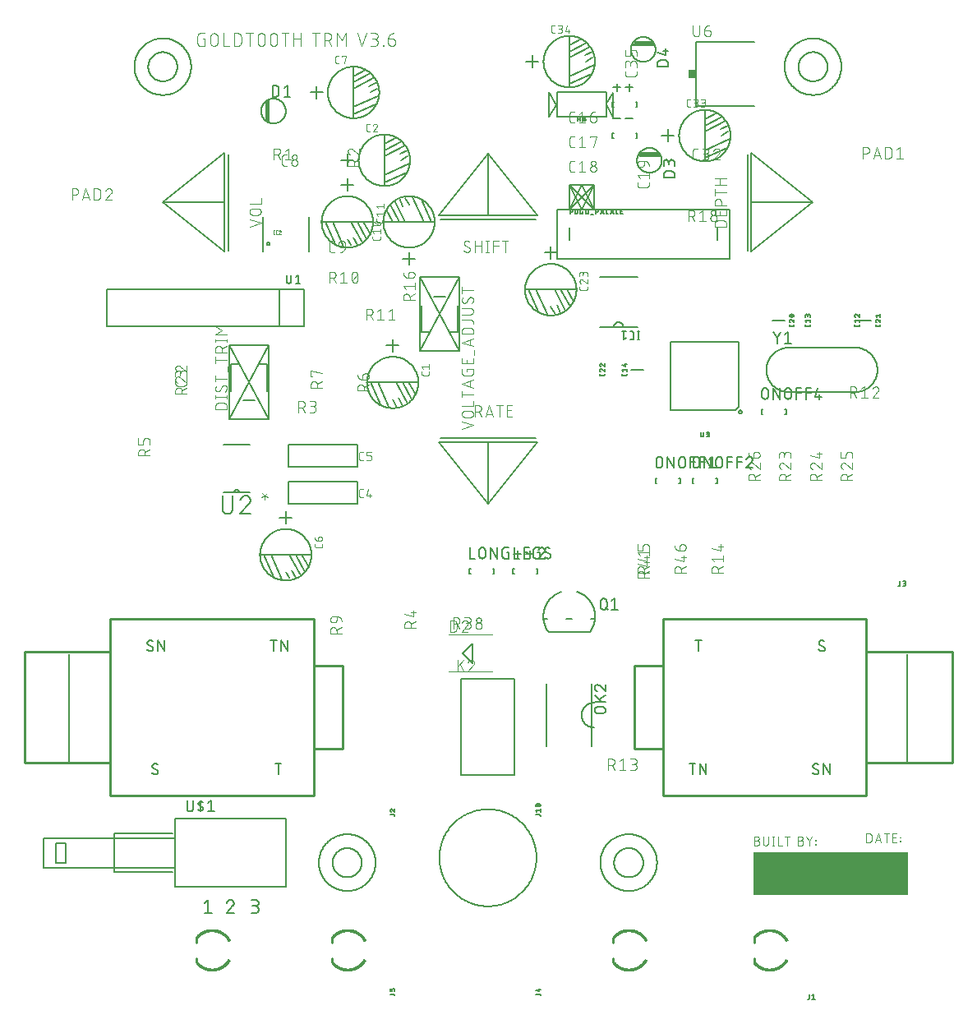
<source format=gbr>
G04 EAGLE Gerber X2 export*
%TF.Part,Single*%
%TF.FileFunction,Legend,Top,1*%
%TF.FilePolarity,Positive*%
%TF.GenerationSoftware,Autodesk,EAGLE,9.2.2*%
%TF.CreationDate,2019-04-19T13:43:21Z*%
G75*
%MOMM*%
%FSLAX34Y34*%
%LPD*%
%INSilkscreen Top*%
%AMOC8*
5,1,8,0,0,1.08239X$1,22.5*%
G01*
%ADD10C,0.101600*%
%ADD11R,15.875000X4.445000*%
%ADD12C,0.076200*%
%ADD13C,0.150000*%
%ADD14C,0.127000*%
%ADD15C,0.203200*%
%ADD16C,0.152400*%
%ADD17C,0.254000*%
%ADD18C,0.025400*%
%ADD19C,0.177800*%
%ADD20R,0.762000X0.863600*%


D10*
X148009Y988575D02*
X150211Y988575D01*
X150211Y981237D01*
X145808Y981237D01*
X145701Y981239D01*
X145594Y981245D01*
X145487Y981255D01*
X145381Y981268D01*
X145275Y981286D01*
X145170Y981307D01*
X145066Y981332D01*
X144962Y981361D01*
X144860Y981394D01*
X144760Y981431D01*
X144660Y981471D01*
X144562Y981515D01*
X144466Y981562D01*
X144372Y981613D01*
X144279Y981667D01*
X144189Y981724D01*
X144100Y981785D01*
X144014Y981849D01*
X143931Y981916D01*
X143849Y981986D01*
X143771Y982059D01*
X143695Y982135D01*
X143622Y982213D01*
X143552Y982295D01*
X143485Y982378D01*
X143421Y982464D01*
X143360Y982553D01*
X143303Y982643D01*
X143249Y982736D01*
X143198Y982830D01*
X143151Y982926D01*
X143107Y983024D01*
X143067Y983124D01*
X143030Y983224D01*
X142997Y983326D01*
X142968Y983430D01*
X142943Y983534D01*
X142922Y983639D01*
X142904Y983745D01*
X142891Y983851D01*
X142881Y983958D01*
X142875Y984065D01*
X142873Y984172D01*
X142873Y991510D01*
X142875Y991617D01*
X142881Y991724D01*
X142891Y991831D01*
X142904Y991937D01*
X142922Y992043D01*
X142943Y992148D01*
X142968Y992252D01*
X142997Y992356D01*
X143030Y992458D01*
X143067Y992558D01*
X143107Y992658D01*
X143151Y992756D01*
X143198Y992852D01*
X143249Y992946D01*
X143303Y993039D01*
X143360Y993129D01*
X143421Y993218D01*
X143485Y993304D01*
X143552Y993387D01*
X143622Y993469D01*
X143695Y993547D01*
X143771Y993623D01*
X143849Y993696D01*
X143931Y993766D01*
X144014Y993833D01*
X144100Y993897D01*
X144189Y993958D01*
X144279Y994015D01*
X144372Y994069D01*
X144466Y994120D01*
X144562Y994167D01*
X144660Y994211D01*
X144760Y994251D01*
X144860Y994288D01*
X144962Y994321D01*
X145066Y994350D01*
X145170Y994375D01*
X145275Y994396D01*
X145381Y994414D01*
X145487Y994427D01*
X145594Y994437D01*
X145701Y994443D01*
X145808Y994445D01*
X150211Y994445D01*
X156101Y990776D02*
X156101Y984906D01*
X156101Y990776D02*
X156103Y990896D01*
X156109Y991016D01*
X156119Y991136D01*
X156132Y991255D01*
X156150Y991374D01*
X156171Y991492D01*
X156197Y991609D01*
X156226Y991726D01*
X156259Y991841D01*
X156296Y991955D01*
X156336Y992068D01*
X156380Y992180D01*
X156428Y992290D01*
X156479Y992399D01*
X156534Y992506D01*
X156593Y992611D01*
X156654Y992713D01*
X156719Y992814D01*
X156788Y992913D01*
X156859Y993010D01*
X156934Y993104D01*
X157011Y993195D01*
X157092Y993284D01*
X157176Y993370D01*
X157262Y993454D01*
X157351Y993535D01*
X157442Y993612D01*
X157536Y993687D01*
X157633Y993758D01*
X157732Y993827D01*
X157833Y993892D01*
X157936Y993953D01*
X158040Y994012D01*
X158147Y994067D01*
X158256Y994118D01*
X158366Y994166D01*
X158478Y994210D01*
X158591Y994250D01*
X158705Y994287D01*
X158820Y994320D01*
X158937Y994349D01*
X159054Y994375D01*
X159172Y994396D01*
X159291Y994414D01*
X159410Y994427D01*
X159530Y994437D01*
X159650Y994443D01*
X159770Y994445D01*
X159890Y994443D01*
X160010Y994437D01*
X160130Y994427D01*
X160249Y994414D01*
X160368Y994396D01*
X160486Y994375D01*
X160603Y994349D01*
X160720Y994320D01*
X160835Y994287D01*
X160949Y994250D01*
X161062Y994210D01*
X161174Y994166D01*
X161284Y994118D01*
X161393Y994067D01*
X161500Y994012D01*
X161605Y993953D01*
X161707Y993892D01*
X161808Y993827D01*
X161907Y993758D01*
X162004Y993687D01*
X162098Y993612D01*
X162189Y993535D01*
X162278Y993454D01*
X162364Y993370D01*
X162448Y993284D01*
X162529Y993195D01*
X162606Y993104D01*
X162681Y993010D01*
X162752Y992913D01*
X162821Y992814D01*
X162886Y992713D01*
X162947Y992611D01*
X163006Y992506D01*
X163061Y992399D01*
X163112Y992290D01*
X163160Y992180D01*
X163204Y992068D01*
X163244Y991955D01*
X163281Y991841D01*
X163314Y991726D01*
X163343Y991609D01*
X163369Y991492D01*
X163390Y991374D01*
X163408Y991255D01*
X163421Y991136D01*
X163431Y991016D01*
X163437Y990896D01*
X163439Y990776D01*
X163439Y984906D01*
X163437Y984786D01*
X163431Y984666D01*
X163421Y984546D01*
X163408Y984427D01*
X163390Y984308D01*
X163369Y984190D01*
X163343Y984073D01*
X163314Y983956D01*
X163281Y983841D01*
X163244Y983727D01*
X163204Y983614D01*
X163160Y983502D01*
X163112Y983392D01*
X163061Y983283D01*
X163006Y983176D01*
X162947Y983072D01*
X162886Y982969D01*
X162821Y982868D01*
X162752Y982769D01*
X162681Y982672D01*
X162606Y982578D01*
X162529Y982487D01*
X162448Y982398D01*
X162364Y982312D01*
X162278Y982228D01*
X162189Y982147D01*
X162098Y982070D01*
X162004Y981995D01*
X161907Y981924D01*
X161808Y981855D01*
X161707Y981790D01*
X161605Y981729D01*
X161500Y981670D01*
X161393Y981615D01*
X161284Y981564D01*
X161174Y981516D01*
X161062Y981472D01*
X160949Y981432D01*
X160835Y981395D01*
X160720Y981362D01*
X160603Y981333D01*
X160486Y981307D01*
X160368Y981286D01*
X160249Y981268D01*
X160130Y981255D01*
X160010Y981245D01*
X159890Y981239D01*
X159770Y981237D01*
X159650Y981239D01*
X159530Y981245D01*
X159410Y981255D01*
X159291Y981268D01*
X159172Y981286D01*
X159054Y981307D01*
X158937Y981333D01*
X158820Y981362D01*
X158705Y981395D01*
X158591Y981432D01*
X158478Y981472D01*
X158366Y981516D01*
X158256Y981564D01*
X158147Y981615D01*
X158040Y981670D01*
X157936Y981729D01*
X157833Y981790D01*
X157732Y981855D01*
X157633Y981924D01*
X157536Y981995D01*
X157442Y982070D01*
X157351Y982147D01*
X157262Y982228D01*
X157176Y982312D01*
X157092Y982398D01*
X157011Y982487D01*
X156934Y982578D01*
X156859Y982672D01*
X156788Y982769D01*
X156719Y982868D01*
X156654Y982969D01*
X156593Y983072D01*
X156534Y983176D01*
X156479Y983283D01*
X156428Y983392D01*
X156380Y983502D01*
X156336Y983614D01*
X156296Y983727D01*
X156259Y983841D01*
X156226Y983956D01*
X156197Y984073D01*
X156171Y984190D01*
X156150Y984308D01*
X156132Y984427D01*
X156119Y984546D01*
X156109Y984666D01*
X156103Y984786D01*
X156101Y984906D01*
X169353Y981237D02*
X169353Y994445D01*
X169353Y981237D02*
X175224Y981237D01*
X180424Y981237D02*
X180424Y994445D01*
X184093Y994445D01*
X184213Y994443D01*
X184333Y994437D01*
X184453Y994427D01*
X184572Y994414D01*
X184691Y994396D01*
X184809Y994375D01*
X184926Y994349D01*
X185043Y994320D01*
X185158Y994287D01*
X185272Y994250D01*
X185385Y994210D01*
X185497Y994166D01*
X185607Y994118D01*
X185716Y994067D01*
X185823Y994012D01*
X185928Y993953D01*
X186030Y993892D01*
X186131Y993827D01*
X186230Y993758D01*
X186327Y993687D01*
X186421Y993612D01*
X186512Y993535D01*
X186601Y993454D01*
X186687Y993370D01*
X186771Y993284D01*
X186852Y993195D01*
X186929Y993104D01*
X187004Y993010D01*
X187075Y992913D01*
X187144Y992814D01*
X187209Y992713D01*
X187270Y992611D01*
X187329Y992506D01*
X187384Y992399D01*
X187435Y992290D01*
X187483Y992180D01*
X187527Y992068D01*
X187567Y991955D01*
X187604Y991841D01*
X187637Y991726D01*
X187666Y991609D01*
X187692Y991492D01*
X187713Y991374D01*
X187731Y991255D01*
X187744Y991136D01*
X187754Y991016D01*
X187760Y990896D01*
X187762Y990776D01*
X187762Y984906D01*
X187760Y984786D01*
X187754Y984666D01*
X187744Y984546D01*
X187731Y984427D01*
X187713Y984308D01*
X187692Y984190D01*
X187666Y984073D01*
X187637Y983956D01*
X187604Y983841D01*
X187567Y983727D01*
X187527Y983614D01*
X187483Y983502D01*
X187435Y983392D01*
X187384Y983283D01*
X187329Y983176D01*
X187270Y983072D01*
X187209Y982969D01*
X187144Y982868D01*
X187075Y982769D01*
X187004Y982672D01*
X186929Y982578D01*
X186852Y982487D01*
X186771Y982398D01*
X186687Y982312D01*
X186601Y982228D01*
X186512Y982147D01*
X186421Y982070D01*
X186327Y981995D01*
X186230Y981924D01*
X186131Y981855D01*
X186030Y981790D01*
X185928Y981729D01*
X185823Y981670D01*
X185716Y981615D01*
X185607Y981564D01*
X185497Y981516D01*
X185385Y981472D01*
X185272Y981432D01*
X185158Y981395D01*
X185043Y981362D01*
X184926Y981333D01*
X184809Y981307D01*
X184691Y981286D01*
X184572Y981268D01*
X184453Y981255D01*
X184333Y981245D01*
X184213Y981239D01*
X184093Y981237D01*
X180424Y981237D01*
X196468Y981237D02*
X196468Y994445D01*
X192799Y994445D02*
X200137Y994445D01*
X204747Y990776D02*
X204747Y984906D01*
X204747Y990776D02*
X204749Y990896D01*
X204755Y991016D01*
X204765Y991136D01*
X204778Y991255D01*
X204796Y991374D01*
X204817Y991492D01*
X204843Y991609D01*
X204872Y991726D01*
X204905Y991841D01*
X204942Y991955D01*
X204982Y992068D01*
X205026Y992180D01*
X205074Y992290D01*
X205125Y992399D01*
X205180Y992506D01*
X205239Y992611D01*
X205300Y992713D01*
X205365Y992814D01*
X205434Y992913D01*
X205505Y993010D01*
X205580Y993104D01*
X205657Y993195D01*
X205738Y993284D01*
X205822Y993370D01*
X205908Y993454D01*
X205997Y993535D01*
X206088Y993612D01*
X206182Y993687D01*
X206279Y993758D01*
X206378Y993827D01*
X206479Y993892D01*
X206582Y993953D01*
X206686Y994012D01*
X206793Y994067D01*
X206902Y994118D01*
X207012Y994166D01*
X207124Y994210D01*
X207237Y994250D01*
X207351Y994287D01*
X207466Y994320D01*
X207583Y994349D01*
X207700Y994375D01*
X207818Y994396D01*
X207937Y994414D01*
X208056Y994427D01*
X208176Y994437D01*
X208296Y994443D01*
X208416Y994445D01*
X208536Y994443D01*
X208656Y994437D01*
X208776Y994427D01*
X208895Y994414D01*
X209014Y994396D01*
X209132Y994375D01*
X209249Y994349D01*
X209366Y994320D01*
X209481Y994287D01*
X209595Y994250D01*
X209708Y994210D01*
X209820Y994166D01*
X209930Y994118D01*
X210039Y994067D01*
X210146Y994012D01*
X210251Y993953D01*
X210353Y993892D01*
X210454Y993827D01*
X210553Y993758D01*
X210650Y993687D01*
X210744Y993612D01*
X210835Y993535D01*
X210924Y993454D01*
X211010Y993370D01*
X211094Y993284D01*
X211175Y993195D01*
X211252Y993104D01*
X211327Y993010D01*
X211398Y992913D01*
X211467Y992814D01*
X211532Y992713D01*
X211593Y992611D01*
X211652Y992506D01*
X211707Y992399D01*
X211758Y992290D01*
X211806Y992180D01*
X211850Y992068D01*
X211890Y991955D01*
X211927Y991841D01*
X211960Y991726D01*
X211989Y991609D01*
X212015Y991492D01*
X212036Y991374D01*
X212054Y991255D01*
X212067Y991136D01*
X212077Y991016D01*
X212083Y990896D01*
X212085Y990776D01*
X212085Y984906D01*
X212083Y984786D01*
X212077Y984666D01*
X212067Y984546D01*
X212054Y984427D01*
X212036Y984308D01*
X212015Y984190D01*
X211989Y984073D01*
X211960Y983956D01*
X211927Y983841D01*
X211890Y983727D01*
X211850Y983614D01*
X211806Y983502D01*
X211758Y983392D01*
X211707Y983283D01*
X211652Y983176D01*
X211593Y983072D01*
X211532Y982969D01*
X211467Y982868D01*
X211398Y982769D01*
X211327Y982672D01*
X211252Y982578D01*
X211175Y982487D01*
X211094Y982398D01*
X211010Y982312D01*
X210924Y982228D01*
X210835Y982147D01*
X210744Y982070D01*
X210650Y981995D01*
X210553Y981924D01*
X210454Y981855D01*
X210353Y981790D01*
X210251Y981729D01*
X210146Y981670D01*
X210039Y981615D01*
X209930Y981564D01*
X209820Y981516D01*
X209708Y981472D01*
X209595Y981432D01*
X209481Y981395D01*
X209366Y981362D01*
X209249Y981333D01*
X209132Y981307D01*
X209014Y981286D01*
X208895Y981268D01*
X208776Y981255D01*
X208656Y981245D01*
X208536Y981239D01*
X208416Y981237D01*
X208296Y981239D01*
X208176Y981245D01*
X208056Y981255D01*
X207937Y981268D01*
X207818Y981286D01*
X207700Y981307D01*
X207583Y981333D01*
X207466Y981362D01*
X207351Y981395D01*
X207237Y981432D01*
X207124Y981472D01*
X207012Y981516D01*
X206902Y981564D01*
X206793Y981615D01*
X206686Y981670D01*
X206582Y981729D01*
X206479Y981790D01*
X206378Y981855D01*
X206279Y981924D01*
X206182Y981995D01*
X206088Y982070D01*
X205997Y982147D01*
X205908Y982228D01*
X205822Y982312D01*
X205738Y982398D01*
X205657Y982487D01*
X205580Y982578D01*
X205505Y982672D01*
X205434Y982769D01*
X205365Y982868D01*
X205300Y982969D01*
X205239Y983072D01*
X205180Y983176D01*
X205125Y983283D01*
X205074Y983392D01*
X205026Y983502D01*
X204982Y983614D01*
X204942Y983727D01*
X204905Y983841D01*
X204872Y983956D01*
X204843Y984073D01*
X204817Y984190D01*
X204796Y984308D01*
X204778Y984427D01*
X204765Y984546D01*
X204755Y984666D01*
X204749Y984786D01*
X204747Y984906D01*
X217549Y984906D02*
X217549Y990776D01*
X217551Y990896D01*
X217557Y991016D01*
X217567Y991136D01*
X217580Y991255D01*
X217598Y991374D01*
X217619Y991492D01*
X217645Y991609D01*
X217674Y991726D01*
X217707Y991841D01*
X217744Y991955D01*
X217784Y992068D01*
X217828Y992180D01*
X217876Y992290D01*
X217927Y992399D01*
X217982Y992506D01*
X218041Y992611D01*
X218102Y992713D01*
X218167Y992814D01*
X218236Y992913D01*
X218307Y993010D01*
X218382Y993104D01*
X218459Y993195D01*
X218540Y993284D01*
X218624Y993370D01*
X218710Y993454D01*
X218799Y993535D01*
X218890Y993612D01*
X218984Y993687D01*
X219081Y993758D01*
X219180Y993827D01*
X219281Y993892D01*
X219384Y993953D01*
X219488Y994012D01*
X219595Y994067D01*
X219704Y994118D01*
X219814Y994166D01*
X219926Y994210D01*
X220039Y994250D01*
X220153Y994287D01*
X220268Y994320D01*
X220385Y994349D01*
X220502Y994375D01*
X220620Y994396D01*
X220739Y994414D01*
X220858Y994427D01*
X220978Y994437D01*
X221098Y994443D01*
X221218Y994445D01*
X221338Y994443D01*
X221458Y994437D01*
X221578Y994427D01*
X221697Y994414D01*
X221816Y994396D01*
X221934Y994375D01*
X222051Y994349D01*
X222168Y994320D01*
X222283Y994287D01*
X222397Y994250D01*
X222510Y994210D01*
X222622Y994166D01*
X222732Y994118D01*
X222841Y994067D01*
X222948Y994012D01*
X223053Y993953D01*
X223155Y993892D01*
X223256Y993827D01*
X223355Y993758D01*
X223452Y993687D01*
X223546Y993612D01*
X223637Y993535D01*
X223726Y993454D01*
X223812Y993370D01*
X223896Y993284D01*
X223977Y993195D01*
X224054Y993104D01*
X224129Y993010D01*
X224200Y992913D01*
X224269Y992814D01*
X224334Y992713D01*
X224395Y992611D01*
X224454Y992506D01*
X224509Y992399D01*
X224560Y992290D01*
X224608Y992180D01*
X224652Y992068D01*
X224692Y991955D01*
X224729Y991841D01*
X224762Y991726D01*
X224791Y991609D01*
X224817Y991492D01*
X224838Y991374D01*
X224856Y991255D01*
X224869Y991136D01*
X224879Y991016D01*
X224885Y990896D01*
X224887Y990776D01*
X224886Y990776D02*
X224886Y984906D01*
X224887Y984906D02*
X224885Y984786D01*
X224879Y984666D01*
X224869Y984546D01*
X224856Y984427D01*
X224838Y984308D01*
X224817Y984190D01*
X224791Y984073D01*
X224762Y983956D01*
X224729Y983841D01*
X224692Y983727D01*
X224652Y983614D01*
X224608Y983502D01*
X224560Y983392D01*
X224509Y983283D01*
X224454Y983176D01*
X224395Y983072D01*
X224334Y982969D01*
X224269Y982868D01*
X224200Y982769D01*
X224129Y982672D01*
X224054Y982578D01*
X223977Y982487D01*
X223896Y982398D01*
X223812Y982312D01*
X223726Y982228D01*
X223637Y982147D01*
X223546Y982070D01*
X223452Y981995D01*
X223355Y981924D01*
X223256Y981855D01*
X223155Y981790D01*
X223053Y981729D01*
X222948Y981670D01*
X222841Y981615D01*
X222732Y981564D01*
X222622Y981516D01*
X222510Y981472D01*
X222397Y981432D01*
X222283Y981395D01*
X222168Y981362D01*
X222051Y981333D01*
X221934Y981307D01*
X221816Y981286D01*
X221697Y981268D01*
X221578Y981255D01*
X221458Y981245D01*
X221338Y981239D01*
X221218Y981237D01*
X221098Y981239D01*
X220978Y981245D01*
X220858Y981255D01*
X220739Y981268D01*
X220620Y981286D01*
X220502Y981307D01*
X220385Y981333D01*
X220268Y981362D01*
X220153Y981395D01*
X220039Y981432D01*
X219926Y981472D01*
X219814Y981516D01*
X219704Y981564D01*
X219595Y981615D01*
X219488Y981670D01*
X219384Y981729D01*
X219281Y981790D01*
X219180Y981855D01*
X219081Y981924D01*
X218984Y981995D01*
X218890Y982070D01*
X218799Y982147D01*
X218710Y982228D01*
X218624Y982312D01*
X218540Y982398D01*
X218459Y982487D01*
X218382Y982578D01*
X218307Y982672D01*
X218236Y982769D01*
X218167Y982868D01*
X218102Y982969D01*
X218041Y983072D01*
X217982Y983176D01*
X217927Y983283D01*
X217876Y983392D01*
X217828Y983502D01*
X217784Y983614D01*
X217744Y983727D01*
X217707Y983841D01*
X217674Y983956D01*
X217645Y984073D01*
X217619Y984190D01*
X217598Y984308D01*
X217580Y984427D01*
X217567Y984546D01*
X217557Y984666D01*
X217551Y984786D01*
X217549Y984906D01*
X233166Y981237D02*
X233166Y994445D01*
X229497Y994445D02*
X236835Y994445D01*
X241872Y994445D02*
X241872Y981237D01*
X241872Y988575D02*
X249209Y988575D01*
X249209Y994445D02*
X249209Y981237D01*
X264743Y981237D02*
X264743Y994445D01*
X261074Y994445D02*
X268412Y994445D01*
X273527Y994445D02*
X273527Y981237D01*
X273527Y994445D02*
X277196Y994445D01*
X277316Y994443D01*
X277436Y994437D01*
X277556Y994427D01*
X277675Y994414D01*
X277794Y994396D01*
X277912Y994375D01*
X278029Y994349D01*
X278146Y994320D01*
X278261Y994287D01*
X278375Y994250D01*
X278488Y994210D01*
X278600Y994166D01*
X278710Y994118D01*
X278819Y994067D01*
X278926Y994012D01*
X279030Y993953D01*
X279133Y993892D01*
X279234Y993827D01*
X279333Y993758D01*
X279430Y993687D01*
X279524Y993612D01*
X279615Y993535D01*
X279704Y993454D01*
X279790Y993370D01*
X279874Y993284D01*
X279955Y993195D01*
X280032Y993104D01*
X280107Y993010D01*
X280178Y992913D01*
X280247Y992814D01*
X280312Y992713D01*
X280373Y992611D01*
X280432Y992506D01*
X280487Y992399D01*
X280538Y992290D01*
X280586Y992180D01*
X280630Y992068D01*
X280670Y991955D01*
X280707Y991841D01*
X280740Y991726D01*
X280769Y991609D01*
X280795Y991492D01*
X280816Y991374D01*
X280834Y991255D01*
X280847Y991136D01*
X280857Y991016D01*
X280863Y990896D01*
X280865Y990776D01*
X280863Y990656D01*
X280857Y990536D01*
X280847Y990416D01*
X280834Y990297D01*
X280816Y990178D01*
X280795Y990060D01*
X280769Y989943D01*
X280740Y989826D01*
X280707Y989711D01*
X280670Y989597D01*
X280630Y989484D01*
X280586Y989372D01*
X280538Y989262D01*
X280487Y989153D01*
X280432Y989046D01*
X280373Y988942D01*
X280312Y988839D01*
X280247Y988738D01*
X280178Y988639D01*
X280107Y988542D01*
X280032Y988448D01*
X279955Y988357D01*
X279874Y988268D01*
X279790Y988182D01*
X279704Y988098D01*
X279615Y988017D01*
X279524Y987940D01*
X279430Y987865D01*
X279333Y987794D01*
X279234Y987725D01*
X279133Y987660D01*
X279031Y987599D01*
X278926Y987540D01*
X278819Y987485D01*
X278710Y987434D01*
X278600Y987386D01*
X278488Y987342D01*
X278375Y987302D01*
X278261Y987265D01*
X278146Y987232D01*
X278029Y987203D01*
X277912Y987177D01*
X277794Y987156D01*
X277675Y987138D01*
X277556Y987125D01*
X277436Y987115D01*
X277316Y987109D01*
X277196Y987107D01*
X273527Y987107D01*
X277930Y987107D02*
X280865Y981237D01*
X286797Y981237D02*
X286797Y994445D01*
X291199Y987107D01*
X295602Y994445D01*
X295602Y981237D01*
X312109Y981237D02*
X307706Y994445D01*
X316511Y994445D02*
X312109Y981237D01*
X321241Y981237D02*
X324910Y981237D01*
X325030Y981239D01*
X325150Y981245D01*
X325270Y981255D01*
X325389Y981268D01*
X325508Y981286D01*
X325626Y981307D01*
X325743Y981333D01*
X325860Y981362D01*
X325975Y981395D01*
X326089Y981432D01*
X326202Y981472D01*
X326314Y981516D01*
X326424Y981564D01*
X326533Y981615D01*
X326640Y981670D01*
X326745Y981729D01*
X326847Y981790D01*
X326948Y981855D01*
X327047Y981924D01*
X327144Y981995D01*
X327238Y982070D01*
X327329Y982147D01*
X327418Y982228D01*
X327504Y982312D01*
X327588Y982398D01*
X327669Y982487D01*
X327746Y982578D01*
X327821Y982672D01*
X327892Y982769D01*
X327961Y982868D01*
X328026Y982969D01*
X328087Y983072D01*
X328146Y983176D01*
X328201Y983283D01*
X328252Y983392D01*
X328300Y983502D01*
X328344Y983614D01*
X328384Y983727D01*
X328421Y983841D01*
X328454Y983956D01*
X328483Y984073D01*
X328509Y984190D01*
X328530Y984308D01*
X328548Y984427D01*
X328561Y984546D01*
X328571Y984666D01*
X328577Y984786D01*
X328579Y984906D01*
X328577Y985026D01*
X328571Y985146D01*
X328561Y985266D01*
X328548Y985385D01*
X328530Y985504D01*
X328509Y985622D01*
X328483Y985739D01*
X328454Y985856D01*
X328421Y985971D01*
X328384Y986085D01*
X328344Y986198D01*
X328300Y986310D01*
X328252Y986420D01*
X328201Y986529D01*
X328146Y986636D01*
X328087Y986741D01*
X328026Y986843D01*
X327961Y986944D01*
X327892Y987043D01*
X327821Y987140D01*
X327746Y987234D01*
X327669Y987325D01*
X327588Y987414D01*
X327504Y987500D01*
X327418Y987584D01*
X327329Y987665D01*
X327238Y987742D01*
X327144Y987817D01*
X327047Y987888D01*
X326948Y987957D01*
X326847Y988022D01*
X326744Y988083D01*
X326640Y988142D01*
X326533Y988197D01*
X326424Y988248D01*
X326314Y988296D01*
X326202Y988340D01*
X326089Y988380D01*
X325975Y988417D01*
X325860Y988450D01*
X325743Y988479D01*
X325626Y988505D01*
X325508Y988526D01*
X325389Y988544D01*
X325270Y988557D01*
X325150Y988567D01*
X325030Y988573D01*
X324910Y988575D01*
X325644Y994445D02*
X321241Y994445D01*
X325644Y994445D02*
X325751Y994443D01*
X325858Y994437D01*
X325965Y994427D01*
X326071Y994414D01*
X326177Y994396D01*
X326282Y994375D01*
X326386Y994350D01*
X326490Y994321D01*
X326592Y994288D01*
X326692Y994251D01*
X326792Y994211D01*
X326890Y994167D01*
X326986Y994120D01*
X327080Y994069D01*
X327173Y994015D01*
X327263Y993958D01*
X327352Y993897D01*
X327438Y993833D01*
X327521Y993766D01*
X327603Y993696D01*
X327681Y993623D01*
X327757Y993547D01*
X327830Y993469D01*
X327900Y993387D01*
X327967Y993304D01*
X328031Y993218D01*
X328092Y993129D01*
X328149Y993039D01*
X328203Y992946D01*
X328254Y992852D01*
X328301Y992756D01*
X328345Y992658D01*
X328385Y992558D01*
X328422Y992458D01*
X328455Y992356D01*
X328484Y992252D01*
X328509Y992148D01*
X328530Y992043D01*
X328548Y991937D01*
X328561Y991831D01*
X328571Y991724D01*
X328577Y991617D01*
X328579Y991510D01*
X328577Y991403D01*
X328571Y991296D01*
X328561Y991189D01*
X328548Y991083D01*
X328530Y990977D01*
X328509Y990872D01*
X328484Y990768D01*
X328455Y990664D01*
X328422Y990562D01*
X328385Y990462D01*
X328345Y990362D01*
X328301Y990264D01*
X328254Y990168D01*
X328203Y990074D01*
X328149Y989981D01*
X328092Y989891D01*
X328031Y989802D01*
X327967Y989716D01*
X327900Y989633D01*
X327830Y989551D01*
X327757Y989473D01*
X327681Y989397D01*
X327603Y989324D01*
X327521Y989254D01*
X327438Y989187D01*
X327352Y989123D01*
X327263Y989062D01*
X327173Y989005D01*
X327080Y988951D01*
X326986Y988900D01*
X326890Y988853D01*
X326792Y988809D01*
X326692Y988769D01*
X326592Y988732D01*
X326490Y988699D01*
X326386Y988670D01*
X326282Y988645D01*
X326177Y988624D01*
X326071Y988606D01*
X325965Y988593D01*
X325858Y988583D01*
X325751Y988577D01*
X325644Y988575D01*
X322709Y988575D01*
X333504Y981971D02*
X333504Y981237D01*
X333504Y981971D02*
X334238Y981971D01*
X334238Y981237D01*
X333504Y981237D01*
X339164Y988575D02*
X343566Y988575D01*
X343566Y988574D02*
X343673Y988572D01*
X343780Y988566D01*
X343887Y988556D01*
X343993Y988543D01*
X344099Y988525D01*
X344204Y988504D01*
X344308Y988479D01*
X344412Y988450D01*
X344514Y988417D01*
X344614Y988380D01*
X344714Y988340D01*
X344812Y988296D01*
X344908Y988249D01*
X345002Y988198D01*
X345095Y988144D01*
X345185Y988087D01*
X345274Y988026D01*
X345360Y987962D01*
X345443Y987895D01*
X345525Y987825D01*
X345603Y987752D01*
X345679Y987676D01*
X345752Y987598D01*
X345822Y987516D01*
X345889Y987433D01*
X345953Y987347D01*
X346014Y987258D01*
X346071Y987168D01*
X346125Y987075D01*
X346176Y986981D01*
X346223Y986885D01*
X346267Y986787D01*
X346307Y986687D01*
X346344Y986587D01*
X346377Y986485D01*
X346406Y986381D01*
X346431Y986277D01*
X346452Y986172D01*
X346470Y986066D01*
X346483Y985960D01*
X346493Y985853D01*
X346499Y985746D01*
X346501Y985639D01*
X346501Y984906D01*
X346499Y984786D01*
X346493Y984666D01*
X346483Y984546D01*
X346470Y984427D01*
X346452Y984308D01*
X346431Y984190D01*
X346405Y984073D01*
X346376Y983956D01*
X346343Y983841D01*
X346306Y983727D01*
X346266Y983614D01*
X346222Y983502D01*
X346174Y983392D01*
X346123Y983283D01*
X346068Y983176D01*
X346009Y983072D01*
X345948Y982969D01*
X345883Y982868D01*
X345814Y982769D01*
X345743Y982672D01*
X345668Y982578D01*
X345591Y982487D01*
X345510Y982398D01*
X345426Y982312D01*
X345340Y982228D01*
X345251Y982147D01*
X345160Y982070D01*
X345066Y981995D01*
X344969Y981924D01*
X344870Y981855D01*
X344769Y981790D01*
X344667Y981729D01*
X344562Y981670D01*
X344455Y981615D01*
X344346Y981564D01*
X344236Y981516D01*
X344124Y981472D01*
X344011Y981432D01*
X343897Y981395D01*
X343782Y981362D01*
X343665Y981333D01*
X343548Y981307D01*
X343430Y981286D01*
X343311Y981268D01*
X343192Y981255D01*
X343072Y981245D01*
X342952Y981239D01*
X342832Y981237D01*
X342712Y981239D01*
X342592Y981245D01*
X342472Y981255D01*
X342353Y981268D01*
X342234Y981286D01*
X342116Y981307D01*
X341999Y981333D01*
X341882Y981362D01*
X341767Y981395D01*
X341653Y981432D01*
X341540Y981472D01*
X341428Y981516D01*
X341318Y981564D01*
X341209Y981615D01*
X341102Y981670D01*
X340998Y981729D01*
X340895Y981790D01*
X340794Y981855D01*
X340695Y981924D01*
X340598Y981995D01*
X340504Y982070D01*
X340413Y982147D01*
X340324Y982228D01*
X340238Y982312D01*
X340154Y982398D01*
X340073Y982487D01*
X339996Y982578D01*
X339921Y982672D01*
X339850Y982769D01*
X339781Y982868D01*
X339716Y982969D01*
X339655Y983072D01*
X339596Y983176D01*
X339541Y983283D01*
X339490Y983392D01*
X339442Y983502D01*
X339398Y983614D01*
X339358Y983727D01*
X339321Y983841D01*
X339288Y983956D01*
X339259Y984073D01*
X339233Y984190D01*
X339212Y984308D01*
X339194Y984427D01*
X339181Y984546D01*
X339171Y984666D01*
X339165Y984786D01*
X339163Y984906D01*
X339164Y984906D02*
X339164Y988575D01*
X339166Y988726D01*
X339172Y988877D01*
X339182Y989028D01*
X339195Y989179D01*
X339213Y989329D01*
X339234Y989478D01*
X339259Y989627D01*
X339288Y989776D01*
X339321Y989923D01*
X339358Y990070D01*
X339398Y990216D01*
X339442Y990360D01*
X339490Y990504D01*
X339541Y990646D01*
X339596Y990786D01*
X339655Y990926D01*
X339718Y991063D01*
X339783Y991199D01*
X339853Y991334D01*
X339925Y991466D01*
X340002Y991597D01*
X340081Y991725D01*
X340164Y991852D01*
X340250Y991976D01*
X340339Y992098D01*
X340431Y992218D01*
X340527Y992335D01*
X340625Y992450D01*
X340726Y992562D01*
X340830Y992672D01*
X340937Y992779D01*
X341047Y992883D01*
X341159Y992984D01*
X341274Y993082D01*
X341391Y993178D01*
X341511Y993270D01*
X341633Y993359D01*
X341757Y993445D01*
X341884Y993528D01*
X342012Y993607D01*
X342143Y993684D01*
X342275Y993756D01*
X342410Y993826D01*
X342546Y993891D01*
X342683Y993954D01*
X342823Y994013D01*
X342963Y994068D01*
X343105Y994119D01*
X343249Y994167D01*
X343393Y994211D01*
X343539Y994251D01*
X343686Y994288D01*
X343833Y994321D01*
X343982Y994350D01*
X344131Y994375D01*
X344280Y994396D01*
X344430Y994414D01*
X344581Y994427D01*
X344732Y994437D01*
X344883Y994443D01*
X345034Y994445D01*
D11*
X795315Y128424D03*
D12*
X719148Y162850D02*
X716537Y162850D01*
X719148Y162850D02*
X719249Y162848D01*
X719350Y162842D01*
X719451Y162832D01*
X719551Y162819D01*
X719651Y162801D01*
X719750Y162780D01*
X719848Y162754D01*
X719945Y162725D01*
X720041Y162693D01*
X720135Y162656D01*
X720228Y162616D01*
X720320Y162572D01*
X720409Y162525D01*
X720497Y162474D01*
X720583Y162420D01*
X720666Y162363D01*
X720748Y162303D01*
X720826Y162239D01*
X720903Y162173D01*
X720976Y162103D01*
X721047Y162031D01*
X721115Y161956D01*
X721180Y161878D01*
X721242Y161798D01*
X721301Y161716D01*
X721357Y161631D01*
X721409Y161544D01*
X721458Y161456D01*
X721504Y161365D01*
X721545Y161273D01*
X721584Y161179D01*
X721618Y161084D01*
X721649Y160988D01*
X721676Y160890D01*
X721700Y160792D01*
X721719Y160692D01*
X721735Y160592D01*
X721747Y160492D01*
X721755Y160391D01*
X721759Y160290D01*
X721759Y160188D01*
X721755Y160087D01*
X721747Y159986D01*
X721735Y159886D01*
X721719Y159786D01*
X721700Y159686D01*
X721676Y159588D01*
X721649Y159490D01*
X721618Y159394D01*
X721584Y159299D01*
X721545Y159205D01*
X721504Y159113D01*
X721458Y159022D01*
X721409Y158933D01*
X721357Y158847D01*
X721301Y158762D01*
X721242Y158680D01*
X721180Y158600D01*
X721115Y158522D01*
X721047Y158447D01*
X720976Y158375D01*
X720903Y158305D01*
X720826Y158239D01*
X720748Y158175D01*
X720666Y158115D01*
X720583Y158058D01*
X720497Y158004D01*
X720409Y157953D01*
X720320Y157906D01*
X720228Y157862D01*
X720135Y157822D01*
X720041Y157785D01*
X719945Y157753D01*
X719848Y157724D01*
X719750Y157698D01*
X719651Y157677D01*
X719551Y157659D01*
X719451Y157646D01*
X719350Y157636D01*
X719249Y157630D01*
X719148Y157628D01*
X716537Y157628D01*
X716537Y167026D01*
X719148Y167026D01*
X719238Y167024D01*
X719327Y167018D01*
X719417Y167009D01*
X719506Y166995D01*
X719594Y166978D01*
X719681Y166957D01*
X719768Y166932D01*
X719853Y166903D01*
X719937Y166871D01*
X720019Y166836D01*
X720100Y166796D01*
X720179Y166754D01*
X720256Y166708D01*
X720331Y166658D01*
X720404Y166606D01*
X720475Y166550D01*
X720543Y166492D01*
X720608Y166430D01*
X720671Y166366D01*
X720731Y166299D01*
X720788Y166230D01*
X720842Y166158D01*
X720893Y166084D01*
X720941Y166008D01*
X720985Y165930D01*
X721026Y165850D01*
X721064Y165768D01*
X721098Y165685D01*
X721128Y165600D01*
X721155Y165514D01*
X721178Y165428D01*
X721197Y165340D01*
X721212Y165251D01*
X721224Y165162D01*
X721232Y165073D01*
X721236Y164983D01*
X721236Y164893D01*
X721232Y164803D01*
X721224Y164714D01*
X721212Y164625D01*
X721197Y164536D01*
X721178Y164448D01*
X721155Y164362D01*
X721128Y164276D01*
X721098Y164191D01*
X721064Y164108D01*
X721026Y164026D01*
X720985Y163946D01*
X720941Y163868D01*
X720893Y163792D01*
X720842Y163718D01*
X720788Y163646D01*
X720731Y163577D01*
X720671Y163510D01*
X720608Y163446D01*
X720543Y163384D01*
X720475Y163326D01*
X720404Y163270D01*
X720331Y163218D01*
X720256Y163168D01*
X720179Y163122D01*
X720100Y163080D01*
X720019Y163040D01*
X719937Y163005D01*
X719853Y162973D01*
X719768Y162944D01*
X719681Y162919D01*
X719594Y162898D01*
X719506Y162881D01*
X719417Y162867D01*
X719327Y162858D01*
X719238Y162852D01*
X719148Y162850D01*
X725550Y160239D02*
X725550Y167026D01*
X725550Y160239D02*
X725552Y160138D01*
X725558Y160037D01*
X725568Y159936D01*
X725581Y159836D01*
X725599Y159736D01*
X725620Y159637D01*
X725646Y159539D01*
X725675Y159442D01*
X725707Y159346D01*
X725744Y159252D01*
X725784Y159159D01*
X725828Y159067D01*
X725875Y158978D01*
X725926Y158890D01*
X725980Y158804D01*
X726037Y158721D01*
X726097Y158639D01*
X726161Y158561D01*
X726227Y158484D01*
X726297Y158411D01*
X726369Y158340D01*
X726444Y158272D01*
X726522Y158207D01*
X726602Y158145D01*
X726684Y158086D01*
X726769Y158030D01*
X726856Y157978D01*
X726944Y157929D01*
X727035Y157883D01*
X727127Y157842D01*
X727221Y157803D01*
X727316Y157769D01*
X727412Y157738D01*
X727510Y157711D01*
X727608Y157687D01*
X727708Y157668D01*
X727808Y157652D01*
X727908Y157640D01*
X728009Y157632D01*
X728110Y157628D01*
X728212Y157628D01*
X728313Y157632D01*
X728414Y157640D01*
X728514Y157652D01*
X728614Y157668D01*
X728714Y157687D01*
X728812Y157711D01*
X728910Y157738D01*
X729006Y157769D01*
X729101Y157803D01*
X729195Y157842D01*
X729287Y157883D01*
X729378Y157929D01*
X729467Y157978D01*
X729553Y158030D01*
X729638Y158086D01*
X729720Y158145D01*
X729800Y158207D01*
X729878Y158272D01*
X729953Y158340D01*
X730025Y158411D01*
X730095Y158484D01*
X730161Y158561D01*
X730225Y158639D01*
X730285Y158721D01*
X730342Y158804D01*
X730396Y158890D01*
X730447Y158978D01*
X730494Y159067D01*
X730538Y159159D01*
X730578Y159252D01*
X730615Y159346D01*
X730647Y159442D01*
X730676Y159539D01*
X730702Y159637D01*
X730723Y159736D01*
X730741Y159836D01*
X730754Y159936D01*
X730764Y160037D01*
X730770Y160138D01*
X730772Y160239D01*
X730771Y160239D02*
X730771Y167026D01*
X735781Y167026D02*
X735781Y157628D01*
X736825Y157628D02*
X734736Y157628D01*
X734736Y167026D02*
X736825Y167026D01*
X740808Y167026D02*
X740808Y157628D01*
X744984Y157628D01*
X750411Y157628D02*
X750411Y167026D01*
X747800Y167026D02*
X753022Y167026D01*
X761648Y162850D02*
X764258Y162850D01*
X764359Y162848D01*
X764460Y162842D01*
X764561Y162832D01*
X764661Y162819D01*
X764761Y162801D01*
X764860Y162780D01*
X764958Y162754D01*
X765055Y162725D01*
X765151Y162693D01*
X765245Y162656D01*
X765338Y162616D01*
X765430Y162572D01*
X765519Y162525D01*
X765607Y162474D01*
X765693Y162420D01*
X765776Y162363D01*
X765858Y162303D01*
X765936Y162239D01*
X766013Y162173D01*
X766086Y162103D01*
X766157Y162031D01*
X766225Y161956D01*
X766290Y161878D01*
X766352Y161798D01*
X766411Y161716D01*
X766467Y161631D01*
X766519Y161544D01*
X766568Y161456D01*
X766614Y161365D01*
X766655Y161273D01*
X766694Y161179D01*
X766728Y161084D01*
X766759Y160988D01*
X766786Y160890D01*
X766810Y160792D01*
X766829Y160692D01*
X766845Y160592D01*
X766857Y160492D01*
X766865Y160391D01*
X766869Y160290D01*
X766869Y160188D01*
X766865Y160087D01*
X766857Y159986D01*
X766845Y159886D01*
X766829Y159786D01*
X766810Y159686D01*
X766786Y159588D01*
X766759Y159490D01*
X766728Y159394D01*
X766694Y159299D01*
X766655Y159205D01*
X766614Y159113D01*
X766568Y159022D01*
X766519Y158933D01*
X766467Y158847D01*
X766411Y158762D01*
X766352Y158680D01*
X766290Y158600D01*
X766225Y158522D01*
X766157Y158447D01*
X766086Y158375D01*
X766013Y158305D01*
X765936Y158239D01*
X765858Y158175D01*
X765776Y158115D01*
X765693Y158058D01*
X765607Y158004D01*
X765519Y157953D01*
X765430Y157906D01*
X765338Y157862D01*
X765245Y157822D01*
X765151Y157785D01*
X765055Y157753D01*
X764958Y157724D01*
X764860Y157698D01*
X764761Y157677D01*
X764661Y157659D01*
X764561Y157646D01*
X764460Y157636D01*
X764359Y157630D01*
X764258Y157628D01*
X761648Y157628D01*
X761648Y167026D01*
X764258Y167026D01*
X764348Y167024D01*
X764437Y167018D01*
X764527Y167009D01*
X764616Y166995D01*
X764704Y166978D01*
X764791Y166957D01*
X764878Y166932D01*
X764963Y166903D01*
X765047Y166871D01*
X765129Y166836D01*
X765210Y166796D01*
X765289Y166754D01*
X765366Y166708D01*
X765441Y166658D01*
X765514Y166606D01*
X765585Y166550D01*
X765653Y166492D01*
X765718Y166430D01*
X765781Y166366D01*
X765841Y166299D01*
X765898Y166230D01*
X765952Y166158D01*
X766003Y166084D01*
X766051Y166008D01*
X766095Y165930D01*
X766136Y165850D01*
X766174Y165768D01*
X766208Y165685D01*
X766238Y165600D01*
X766265Y165514D01*
X766288Y165428D01*
X766307Y165340D01*
X766322Y165251D01*
X766334Y165162D01*
X766342Y165073D01*
X766346Y164983D01*
X766346Y164893D01*
X766342Y164803D01*
X766334Y164714D01*
X766322Y164625D01*
X766307Y164536D01*
X766288Y164448D01*
X766265Y164362D01*
X766238Y164276D01*
X766208Y164191D01*
X766174Y164108D01*
X766136Y164026D01*
X766095Y163946D01*
X766051Y163868D01*
X766003Y163792D01*
X765952Y163718D01*
X765898Y163646D01*
X765841Y163577D01*
X765781Y163510D01*
X765718Y163446D01*
X765653Y163384D01*
X765585Y163326D01*
X765514Y163270D01*
X765441Y163218D01*
X765366Y163168D01*
X765289Y163122D01*
X765210Y163080D01*
X765129Y163040D01*
X765047Y163005D01*
X764963Y162973D01*
X764878Y162944D01*
X764791Y162919D01*
X764704Y162898D01*
X764616Y162881D01*
X764527Y162867D01*
X764437Y162858D01*
X764348Y162852D01*
X764258Y162850D01*
X769833Y167026D02*
X772966Y162588D01*
X776099Y167026D01*
X772966Y162588D02*
X772966Y157628D01*
X779411Y158412D02*
X779411Y158934D01*
X779933Y158934D01*
X779933Y158412D01*
X779411Y158412D01*
X779411Y162588D02*
X779411Y163111D01*
X779933Y163111D01*
X779933Y162588D01*
X779411Y162588D01*
X832033Y160810D02*
X832033Y170208D01*
X834643Y170208D01*
X834643Y170209D02*
X834743Y170207D01*
X834843Y170201D01*
X834942Y170192D01*
X835042Y170178D01*
X835140Y170161D01*
X835238Y170140D01*
X835335Y170116D01*
X835431Y170087D01*
X835526Y170055D01*
X835619Y170020D01*
X835711Y169981D01*
X835802Y169938D01*
X835890Y169892D01*
X835977Y169842D01*
X836062Y169790D01*
X836145Y169734D01*
X836226Y169675D01*
X836304Y169612D01*
X836380Y169547D01*
X836454Y169479D01*
X836524Y169409D01*
X836592Y169335D01*
X836657Y169259D01*
X836720Y169181D01*
X836779Y169100D01*
X836835Y169017D01*
X836887Y168932D01*
X836937Y168845D01*
X836983Y168757D01*
X837026Y168666D01*
X837065Y168574D01*
X837100Y168481D01*
X837132Y168386D01*
X837161Y168290D01*
X837185Y168193D01*
X837206Y168095D01*
X837223Y167997D01*
X837237Y167897D01*
X837246Y167798D01*
X837252Y167698D01*
X837254Y167598D01*
X837254Y163421D01*
X837252Y163321D01*
X837246Y163221D01*
X837237Y163122D01*
X837223Y163022D01*
X837206Y162924D01*
X837185Y162826D01*
X837161Y162729D01*
X837132Y162633D01*
X837100Y162538D01*
X837065Y162445D01*
X837026Y162353D01*
X836983Y162262D01*
X836937Y162174D01*
X836887Y162087D01*
X836835Y162002D01*
X836779Y161919D01*
X836720Y161838D01*
X836657Y161760D01*
X836592Y161684D01*
X836524Y161610D01*
X836454Y161540D01*
X836380Y161472D01*
X836304Y161407D01*
X836226Y161344D01*
X836145Y161285D01*
X836062Y161229D01*
X835977Y161177D01*
X835890Y161127D01*
X835802Y161081D01*
X835711Y161038D01*
X835619Y160999D01*
X835526Y160964D01*
X835431Y160932D01*
X835335Y160903D01*
X835238Y160879D01*
X835140Y160858D01*
X835042Y160841D01*
X834942Y160827D01*
X834843Y160818D01*
X834743Y160812D01*
X834643Y160810D01*
X832033Y160810D01*
X840959Y160810D02*
X844092Y170208D01*
X847225Y160810D01*
X846442Y163160D02*
X841743Y163160D01*
X852626Y160810D02*
X852626Y170208D01*
X850016Y170208D02*
X855237Y170208D01*
X858873Y160810D02*
X863049Y160810D01*
X858873Y160810D02*
X858873Y170208D01*
X863049Y170208D01*
X862005Y166031D02*
X858873Y166031D01*
X866386Y162116D02*
X866386Y161594D01*
X866386Y162116D02*
X866908Y162116D01*
X866908Y161594D01*
X866386Y161594D01*
X866386Y165770D02*
X866386Y166293D01*
X866908Y166293D01*
X866908Y165770D01*
X866386Y165770D01*
D13*
X392000Y145000D02*
X392015Y146227D01*
X392060Y147453D01*
X392135Y148678D01*
X392241Y149901D01*
X392376Y151121D01*
X392541Y152337D01*
X392736Y153548D01*
X392961Y154755D01*
X393215Y155955D01*
X393498Y157149D01*
X393811Y158336D01*
X394153Y159514D01*
X394524Y160684D01*
X394923Y161844D01*
X395350Y162995D01*
X395806Y164134D01*
X396290Y165262D01*
X396801Y166378D01*
X397339Y167481D01*
X397904Y168570D01*
X398496Y169645D01*
X399114Y170705D01*
X399757Y171750D01*
X400427Y172779D01*
X401121Y173790D01*
X401840Y174785D01*
X402583Y175762D01*
X403349Y176720D01*
X404140Y177659D01*
X404952Y178578D01*
X405788Y179477D01*
X406645Y180355D01*
X407523Y181212D01*
X408422Y182048D01*
X409341Y182860D01*
X410280Y183651D01*
X411238Y184417D01*
X412215Y185160D01*
X413210Y185879D01*
X414221Y186573D01*
X415250Y187243D01*
X416295Y187886D01*
X417355Y188504D01*
X418430Y189096D01*
X419519Y189661D01*
X420622Y190199D01*
X421738Y190710D01*
X422866Y191194D01*
X424005Y191650D01*
X425156Y192077D01*
X426316Y192476D01*
X427486Y192847D01*
X428664Y193189D01*
X429851Y193502D01*
X431045Y193785D01*
X432245Y194039D01*
X433452Y194264D01*
X434663Y194459D01*
X435879Y194624D01*
X437099Y194759D01*
X438322Y194865D01*
X439547Y194940D01*
X440773Y194985D01*
X442000Y195000D01*
X443227Y194985D01*
X444453Y194940D01*
X445678Y194865D01*
X446901Y194759D01*
X448121Y194624D01*
X449337Y194459D01*
X450548Y194264D01*
X451755Y194039D01*
X452955Y193785D01*
X454149Y193502D01*
X455336Y193189D01*
X456514Y192847D01*
X457684Y192476D01*
X458844Y192077D01*
X459995Y191650D01*
X461134Y191194D01*
X462262Y190710D01*
X463378Y190199D01*
X464481Y189661D01*
X465570Y189096D01*
X466645Y188504D01*
X467705Y187886D01*
X468750Y187243D01*
X469779Y186573D01*
X470790Y185879D01*
X471785Y185160D01*
X472762Y184417D01*
X473720Y183651D01*
X474659Y182860D01*
X475578Y182048D01*
X476477Y181212D01*
X477355Y180355D01*
X478212Y179477D01*
X479048Y178578D01*
X479860Y177659D01*
X480651Y176720D01*
X481417Y175762D01*
X482160Y174785D01*
X482879Y173790D01*
X483573Y172779D01*
X484243Y171750D01*
X484886Y170705D01*
X485504Y169645D01*
X486096Y168570D01*
X486661Y167481D01*
X487199Y166378D01*
X487710Y165262D01*
X488194Y164134D01*
X488650Y162995D01*
X489077Y161844D01*
X489476Y160684D01*
X489847Y159514D01*
X490189Y158336D01*
X490502Y157149D01*
X490785Y155955D01*
X491039Y154755D01*
X491264Y153548D01*
X491459Y152337D01*
X491624Y151121D01*
X491759Y149901D01*
X491865Y148678D01*
X491940Y147453D01*
X491985Y146227D01*
X492000Y145000D01*
X491985Y143773D01*
X491940Y142547D01*
X491865Y141322D01*
X491759Y140099D01*
X491624Y138879D01*
X491459Y137663D01*
X491264Y136452D01*
X491039Y135245D01*
X490785Y134045D01*
X490502Y132851D01*
X490189Y131664D01*
X489847Y130486D01*
X489476Y129316D01*
X489077Y128156D01*
X488650Y127005D01*
X488194Y125866D01*
X487710Y124738D01*
X487199Y123622D01*
X486661Y122519D01*
X486096Y121430D01*
X485504Y120355D01*
X484886Y119295D01*
X484243Y118250D01*
X483573Y117221D01*
X482879Y116210D01*
X482160Y115215D01*
X481417Y114238D01*
X480651Y113280D01*
X479860Y112341D01*
X479048Y111422D01*
X478212Y110523D01*
X477355Y109645D01*
X476477Y108788D01*
X475578Y107952D01*
X474659Y107140D01*
X473720Y106349D01*
X472762Y105583D01*
X471785Y104840D01*
X470790Y104121D01*
X469779Y103427D01*
X468750Y102757D01*
X467705Y102114D01*
X466645Y101496D01*
X465570Y100904D01*
X464481Y100339D01*
X463378Y99801D01*
X462262Y99290D01*
X461134Y98806D01*
X459995Y98350D01*
X458844Y97923D01*
X457684Y97524D01*
X456514Y97153D01*
X455336Y96811D01*
X454149Y96498D01*
X452955Y96215D01*
X451755Y95961D01*
X450548Y95736D01*
X449337Y95541D01*
X448121Y95376D01*
X446901Y95241D01*
X445678Y95135D01*
X444453Y95060D01*
X443227Y95015D01*
X442000Y95000D01*
X440773Y95015D01*
X439547Y95060D01*
X438322Y95135D01*
X437099Y95241D01*
X435879Y95376D01*
X434663Y95541D01*
X433452Y95736D01*
X432245Y95961D01*
X431045Y96215D01*
X429851Y96498D01*
X428664Y96811D01*
X427486Y97153D01*
X426316Y97524D01*
X425156Y97923D01*
X424005Y98350D01*
X422866Y98806D01*
X421738Y99290D01*
X420622Y99801D01*
X419519Y100339D01*
X418430Y100904D01*
X417355Y101496D01*
X416295Y102114D01*
X415250Y102757D01*
X414221Y103427D01*
X413210Y104121D01*
X412215Y104840D01*
X411238Y105583D01*
X410280Y106349D01*
X409341Y107140D01*
X408422Y107952D01*
X407523Y108788D01*
X406645Y109645D01*
X405788Y110523D01*
X404952Y111422D01*
X404140Y112341D01*
X403349Y113280D01*
X402583Y114238D01*
X401840Y115215D01*
X401121Y116210D01*
X400427Y117221D01*
X399757Y118250D01*
X399114Y119295D01*
X398496Y120355D01*
X397904Y121430D01*
X397339Y122519D01*
X396801Y123622D01*
X396290Y124738D01*
X395806Y125866D01*
X395350Y127005D01*
X394923Y128156D01*
X394524Y129316D01*
X394153Y130486D01*
X393811Y131664D01*
X393498Y132851D01*
X393215Y134045D01*
X392961Y135245D01*
X392736Y136452D01*
X392541Y137663D01*
X392376Y138879D01*
X392241Y140099D01*
X392135Y141322D01*
X392060Y142547D01*
X392015Y143773D01*
X392000Y145000D01*
D14*
X317374Y634664D02*
X317382Y635314D01*
X317406Y635964D01*
X317446Y636613D01*
X317502Y637261D01*
X317573Y637908D01*
X317661Y638552D01*
X317764Y639194D01*
X317883Y639834D01*
X318018Y640470D01*
X318168Y641103D01*
X318334Y641732D01*
X318515Y642357D01*
X318712Y642977D01*
X318923Y643592D01*
X319150Y644201D01*
X319391Y644805D01*
X319647Y645403D01*
X319918Y645994D01*
X320204Y646579D01*
X320503Y647156D01*
X320817Y647726D01*
X321144Y648288D01*
X321485Y648841D01*
X321840Y649387D01*
X322208Y649923D01*
X322589Y650450D01*
X322983Y650968D01*
X323389Y651475D01*
X323808Y651973D01*
X324239Y652460D01*
X324681Y652937D01*
X325136Y653402D01*
X325601Y653857D01*
X326078Y654299D01*
X326565Y654730D01*
X327063Y655149D01*
X327570Y655555D01*
X328088Y655949D01*
X328615Y656330D01*
X329151Y656698D01*
X329697Y657053D01*
X330250Y657394D01*
X330812Y657721D01*
X331382Y658035D01*
X331959Y658334D01*
X332544Y658620D01*
X333135Y658891D01*
X333733Y659147D01*
X334337Y659388D01*
X334946Y659615D01*
X335561Y659826D01*
X336181Y660023D01*
X336806Y660204D01*
X337435Y660370D01*
X338068Y660520D01*
X338704Y660655D01*
X339344Y660774D01*
X339986Y660877D01*
X340630Y660965D01*
X341277Y661036D01*
X341925Y661092D01*
X342574Y661132D01*
X343224Y661156D01*
X343874Y661164D01*
X344524Y661156D01*
X345174Y661132D01*
X345823Y661092D01*
X346471Y661036D01*
X347118Y660965D01*
X347762Y660877D01*
X348404Y660774D01*
X349044Y660655D01*
X349680Y660520D01*
X350313Y660370D01*
X350942Y660204D01*
X351567Y660023D01*
X352187Y659826D01*
X352802Y659615D01*
X353411Y659388D01*
X354015Y659147D01*
X354613Y658891D01*
X355204Y658620D01*
X355789Y658334D01*
X356366Y658035D01*
X356936Y657721D01*
X357498Y657394D01*
X358051Y657053D01*
X358597Y656698D01*
X359133Y656330D01*
X359660Y655949D01*
X360178Y655555D01*
X360685Y655149D01*
X361183Y654730D01*
X361670Y654299D01*
X362147Y653857D01*
X362612Y653402D01*
X363067Y652937D01*
X363509Y652460D01*
X363940Y651973D01*
X364359Y651475D01*
X364765Y650968D01*
X365159Y650450D01*
X365540Y649923D01*
X365908Y649387D01*
X366263Y648841D01*
X366604Y648288D01*
X366931Y647726D01*
X367245Y647156D01*
X367544Y646579D01*
X367830Y645994D01*
X368101Y645403D01*
X368357Y644805D01*
X368598Y644201D01*
X368825Y643592D01*
X369036Y642977D01*
X369233Y642357D01*
X369414Y641732D01*
X369580Y641103D01*
X369730Y640470D01*
X369865Y639834D01*
X369984Y639194D01*
X370087Y638552D01*
X370175Y637908D01*
X370246Y637261D01*
X370302Y636613D01*
X370342Y635964D01*
X370366Y635314D01*
X370374Y634664D01*
X370366Y634014D01*
X370342Y633364D01*
X370302Y632715D01*
X370246Y632067D01*
X370175Y631420D01*
X370087Y630776D01*
X369984Y630134D01*
X369865Y629494D01*
X369730Y628858D01*
X369580Y628225D01*
X369414Y627596D01*
X369233Y626971D01*
X369036Y626351D01*
X368825Y625736D01*
X368598Y625127D01*
X368357Y624523D01*
X368101Y623925D01*
X367830Y623334D01*
X367544Y622749D01*
X367245Y622172D01*
X366931Y621602D01*
X366604Y621040D01*
X366263Y620487D01*
X365908Y619941D01*
X365540Y619405D01*
X365159Y618878D01*
X364765Y618360D01*
X364359Y617853D01*
X363940Y617355D01*
X363509Y616868D01*
X363067Y616391D01*
X362612Y615926D01*
X362147Y615471D01*
X361670Y615029D01*
X361183Y614598D01*
X360685Y614179D01*
X360178Y613773D01*
X359660Y613379D01*
X359133Y612998D01*
X358597Y612630D01*
X358051Y612275D01*
X357498Y611934D01*
X356936Y611607D01*
X356366Y611293D01*
X355789Y610994D01*
X355204Y610708D01*
X354613Y610437D01*
X354015Y610181D01*
X353411Y609940D01*
X352802Y609713D01*
X352187Y609502D01*
X351567Y609305D01*
X350942Y609124D01*
X350313Y608958D01*
X349680Y608808D01*
X349044Y608673D01*
X348404Y608554D01*
X347762Y608451D01*
X347118Y608363D01*
X346471Y608292D01*
X345823Y608236D01*
X345174Y608196D01*
X344524Y608172D01*
X343874Y608164D01*
X343224Y608172D01*
X342574Y608196D01*
X341925Y608236D01*
X341277Y608292D01*
X340630Y608363D01*
X339986Y608451D01*
X339344Y608554D01*
X338704Y608673D01*
X338068Y608808D01*
X337435Y608958D01*
X336806Y609124D01*
X336181Y609305D01*
X335561Y609502D01*
X334946Y609713D01*
X334337Y609940D01*
X333733Y610181D01*
X333135Y610437D01*
X332544Y610708D01*
X331959Y610994D01*
X331382Y611293D01*
X330812Y611607D01*
X330250Y611934D01*
X329697Y612275D01*
X329151Y612630D01*
X328615Y612998D01*
X328088Y613379D01*
X327570Y613773D01*
X327063Y614179D01*
X326565Y614598D01*
X326078Y615029D01*
X325601Y615471D01*
X325136Y615926D01*
X324681Y616391D01*
X324239Y616868D01*
X323808Y617355D01*
X323389Y617853D01*
X322983Y618360D01*
X322589Y618878D01*
X322208Y619405D01*
X321840Y619941D01*
X321485Y620487D01*
X321144Y621040D01*
X320817Y621602D01*
X320503Y622172D01*
X320204Y622749D01*
X319918Y623334D01*
X319647Y623925D01*
X319391Y624523D01*
X319150Y625127D01*
X318923Y625736D01*
X318712Y626351D01*
X318515Y626971D01*
X318334Y627596D01*
X318168Y628225D01*
X318018Y628858D01*
X317883Y629494D01*
X317764Y630134D01*
X317661Y630776D01*
X317573Y631420D01*
X317502Y632067D01*
X317446Y632715D01*
X317406Y633364D01*
X317382Y634014D01*
X317374Y634664D01*
X343874Y672764D02*
X343874Y679114D01*
X343874Y672764D02*
X343874Y666414D01*
X343874Y672764D02*
X350224Y672764D01*
X343874Y672764D02*
X337524Y672764D01*
X360384Y634664D02*
X370544Y634664D01*
X360384Y634664D02*
X354034Y634664D01*
X347684Y634664D01*
X328634Y634664D01*
X321014Y634664D01*
X317204Y634664D01*
X321014Y634664D02*
X331174Y611804D01*
X340064Y609264D02*
X328634Y634664D01*
X350224Y618789D02*
X354034Y610534D01*
X359114Y613074D02*
X347684Y634664D01*
X354034Y634664D02*
X363559Y616884D01*
X367369Y621964D02*
X360384Y634664D01*
X343874Y617164D02*
X347684Y610534D01*
D10*
X381466Y643886D02*
X381466Y645635D01*
X381466Y643886D02*
X381464Y643805D01*
X381459Y643725D01*
X381449Y643644D01*
X381436Y643564D01*
X381420Y643485D01*
X381399Y643407D01*
X381375Y643330D01*
X381348Y643254D01*
X381317Y643179D01*
X381283Y643106D01*
X381245Y643034D01*
X381204Y642965D01*
X381160Y642897D01*
X381113Y642831D01*
X381062Y642768D01*
X381009Y642707D01*
X380953Y642649D01*
X380895Y642593D01*
X380834Y642540D01*
X380771Y642489D01*
X380705Y642442D01*
X380637Y642398D01*
X380568Y642357D01*
X380496Y642319D01*
X380423Y642285D01*
X380348Y642254D01*
X380272Y642227D01*
X380195Y642203D01*
X380117Y642182D01*
X380038Y642166D01*
X379958Y642153D01*
X379877Y642143D01*
X379797Y642138D01*
X379716Y642136D01*
X375342Y642136D01*
X375259Y642138D01*
X375176Y642144D01*
X375093Y642154D01*
X375011Y642168D01*
X374929Y642185D01*
X374849Y642207D01*
X374770Y642232D01*
X374692Y642261D01*
X374615Y642294D01*
X374540Y642331D01*
X374467Y642370D01*
X374396Y642414D01*
X374327Y642460D01*
X374260Y642510D01*
X374196Y642563D01*
X374134Y642619D01*
X374075Y642678D01*
X374019Y642740D01*
X373966Y642804D01*
X373917Y642871D01*
X373870Y642940D01*
X373826Y643011D01*
X373787Y643084D01*
X373750Y643159D01*
X373717Y643236D01*
X373688Y643314D01*
X373663Y643393D01*
X373641Y643473D01*
X373624Y643555D01*
X373610Y643637D01*
X373600Y643720D01*
X373594Y643803D01*
X373592Y643886D01*
X373592Y645635D01*
X375342Y648832D02*
X373592Y651019D01*
X381466Y651019D01*
X381466Y648832D02*
X381466Y653206D01*
D14*
X334200Y800100D02*
X334208Y800750D01*
X334232Y801400D01*
X334272Y802049D01*
X334328Y802697D01*
X334399Y803344D01*
X334487Y803988D01*
X334590Y804630D01*
X334709Y805270D01*
X334844Y805906D01*
X334994Y806539D01*
X335160Y807168D01*
X335341Y807793D01*
X335538Y808413D01*
X335749Y809028D01*
X335976Y809637D01*
X336217Y810241D01*
X336473Y810839D01*
X336744Y811430D01*
X337030Y812015D01*
X337329Y812592D01*
X337643Y813162D01*
X337970Y813724D01*
X338311Y814277D01*
X338666Y814823D01*
X339034Y815359D01*
X339415Y815886D01*
X339809Y816404D01*
X340215Y816911D01*
X340634Y817409D01*
X341065Y817896D01*
X341507Y818373D01*
X341962Y818838D01*
X342427Y819293D01*
X342904Y819735D01*
X343391Y820166D01*
X343889Y820585D01*
X344396Y820991D01*
X344914Y821385D01*
X345441Y821766D01*
X345977Y822134D01*
X346523Y822489D01*
X347076Y822830D01*
X347638Y823157D01*
X348208Y823471D01*
X348785Y823770D01*
X349370Y824056D01*
X349961Y824327D01*
X350559Y824583D01*
X351163Y824824D01*
X351772Y825051D01*
X352387Y825262D01*
X353007Y825459D01*
X353632Y825640D01*
X354261Y825806D01*
X354894Y825956D01*
X355530Y826091D01*
X356170Y826210D01*
X356812Y826313D01*
X357456Y826401D01*
X358103Y826472D01*
X358751Y826528D01*
X359400Y826568D01*
X360050Y826592D01*
X360700Y826600D01*
X361350Y826592D01*
X362000Y826568D01*
X362649Y826528D01*
X363297Y826472D01*
X363944Y826401D01*
X364588Y826313D01*
X365230Y826210D01*
X365870Y826091D01*
X366506Y825956D01*
X367139Y825806D01*
X367768Y825640D01*
X368393Y825459D01*
X369013Y825262D01*
X369628Y825051D01*
X370237Y824824D01*
X370841Y824583D01*
X371439Y824327D01*
X372030Y824056D01*
X372615Y823770D01*
X373192Y823471D01*
X373762Y823157D01*
X374324Y822830D01*
X374877Y822489D01*
X375423Y822134D01*
X375959Y821766D01*
X376486Y821385D01*
X377004Y820991D01*
X377511Y820585D01*
X378009Y820166D01*
X378496Y819735D01*
X378973Y819293D01*
X379438Y818838D01*
X379893Y818373D01*
X380335Y817896D01*
X380766Y817409D01*
X381185Y816911D01*
X381591Y816404D01*
X381985Y815886D01*
X382366Y815359D01*
X382734Y814823D01*
X383089Y814277D01*
X383430Y813724D01*
X383757Y813162D01*
X384071Y812592D01*
X384370Y812015D01*
X384656Y811430D01*
X384927Y810839D01*
X385183Y810241D01*
X385424Y809637D01*
X385651Y809028D01*
X385862Y808413D01*
X386059Y807793D01*
X386240Y807168D01*
X386406Y806539D01*
X386556Y805906D01*
X386691Y805270D01*
X386810Y804630D01*
X386913Y803988D01*
X387001Y803344D01*
X387072Y802697D01*
X387128Y802049D01*
X387168Y801400D01*
X387192Y800750D01*
X387200Y800100D01*
X387192Y799450D01*
X387168Y798800D01*
X387128Y798151D01*
X387072Y797503D01*
X387001Y796856D01*
X386913Y796212D01*
X386810Y795570D01*
X386691Y794930D01*
X386556Y794294D01*
X386406Y793661D01*
X386240Y793032D01*
X386059Y792407D01*
X385862Y791787D01*
X385651Y791172D01*
X385424Y790563D01*
X385183Y789959D01*
X384927Y789361D01*
X384656Y788770D01*
X384370Y788185D01*
X384071Y787608D01*
X383757Y787038D01*
X383430Y786476D01*
X383089Y785923D01*
X382734Y785377D01*
X382366Y784841D01*
X381985Y784314D01*
X381591Y783796D01*
X381185Y783289D01*
X380766Y782791D01*
X380335Y782304D01*
X379893Y781827D01*
X379438Y781362D01*
X378973Y780907D01*
X378496Y780465D01*
X378009Y780034D01*
X377511Y779615D01*
X377004Y779209D01*
X376486Y778815D01*
X375959Y778434D01*
X375423Y778066D01*
X374877Y777711D01*
X374324Y777370D01*
X373762Y777043D01*
X373192Y776729D01*
X372615Y776430D01*
X372030Y776144D01*
X371439Y775873D01*
X370841Y775617D01*
X370237Y775376D01*
X369628Y775149D01*
X369013Y774938D01*
X368393Y774741D01*
X367768Y774560D01*
X367139Y774394D01*
X366506Y774244D01*
X365870Y774109D01*
X365230Y773990D01*
X364588Y773887D01*
X363944Y773799D01*
X363297Y773728D01*
X362649Y773672D01*
X362000Y773632D01*
X361350Y773608D01*
X360700Y773600D01*
X360050Y773608D01*
X359400Y773632D01*
X358751Y773672D01*
X358103Y773728D01*
X357456Y773799D01*
X356812Y773887D01*
X356170Y773990D01*
X355530Y774109D01*
X354894Y774244D01*
X354261Y774394D01*
X353632Y774560D01*
X353007Y774741D01*
X352387Y774938D01*
X351772Y775149D01*
X351163Y775376D01*
X350559Y775617D01*
X349961Y775873D01*
X349370Y776144D01*
X348785Y776430D01*
X348208Y776729D01*
X347638Y777043D01*
X347076Y777370D01*
X346523Y777711D01*
X345977Y778066D01*
X345441Y778434D01*
X344914Y778815D01*
X344396Y779209D01*
X343889Y779615D01*
X343391Y780034D01*
X342904Y780465D01*
X342427Y780907D01*
X341962Y781362D01*
X341507Y781827D01*
X341065Y782304D01*
X340634Y782791D01*
X340215Y783289D01*
X339809Y783796D01*
X339415Y784314D01*
X339034Y784841D01*
X338666Y785377D01*
X338311Y785923D01*
X337970Y786476D01*
X337643Y787038D01*
X337329Y787608D01*
X337030Y788185D01*
X336744Y788770D01*
X336473Y789361D01*
X336217Y789959D01*
X335976Y790563D01*
X335749Y791172D01*
X335538Y791787D01*
X335341Y792407D01*
X335160Y793032D01*
X334994Y793661D01*
X334844Y794294D01*
X334709Y794930D01*
X334590Y795570D01*
X334487Y796212D01*
X334399Y796856D01*
X334328Y797503D01*
X334272Y798151D01*
X334232Y798800D01*
X334208Y799450D01*
X334200Y800100D01*
X360700Y762000D02*
X360700Y755650D01*
X360700Y762000D02*
X360700Y768350D01*
X360700Y762000D02*
X354350Y762000D01*
X360700Y762000D02*
X367050Y762000D01*
X344190Y800100D02*
X334030Y800100D01*
X344190Y800100D02*
X350540Y800100D01*
X356890Y800100D01*
X375940Y800100D01*
X383560Y800100D01*
X387370Y800100D01*
X383560Y800100D02*
X373400Y822960D01*
X364510Y825500D02*
X375940Y800100D01*
X354350Y815975D02*
X350540Y824230D01*
X345460Y821690D02*
X356890Y800100D01*
X350540Y800100D02*
X341015Y817880D01*
X337205Y812800D02*
X344190Y800100D01*
X360700Y817600D02*
X356890Y824230D01*
D10*
X330982Y785058D02*
X330982Y783308D01*
X330980Y783227D01*
X330975Y783147D01*
X330965Y783066D01*
X330952Y782986D01*
X330936Y782907D01*
X330915Y782829D01*
X330891Y782752D01*
X330864Y782676D01*
X330833Y782601D01*
X330799Y782528D01*
X330761Y782456D01*
X330720Y782387D01*
X330676Y782319D01*
X330629Y782253D01*
X330578Y782190D01*
X330525Y782129D01*
X330469Y782071D01*
X330411Y782015D01*
X330350Y781962D01*
X330287Y781911D01*
X330221Y781864D01*
X330153Y781820D01*
X330084Y781779D01*
X330012Y781741D01*
X329939Y781707D01*
X329864Y781676D01*
X329788Y781649D01*
X329711Y781625D01*
X329633Y781604D01*
X329554Y781588D01*
X329474Y781575D01*
X329393Y781565D01*
X329313Y781560D01*
X329232Y781558D01*
X324858Y781558D01*
X324775Y781560D01*
X324692Y781566D01*
X324609Y781576D01*
X324527Y781590D01*
X324445Y781607D01*
X324365Y781629D01*
X324286Y781654D01*
X324208Y781683D01*
X324131Y781716D01*
X324056Y781753D01*
X323983Y781792D01*
X323912Y781836D01*
X323843Y781882D01*
X323776Y781932D01*
X323712Y781985D01*
X323650Y782041D01*
X323591Y782100D01*
X323535Y782162D01*
X323482Y782226D01*
X323433Y782293D01*
X323386Y782362D01*
X323342Y782433D01*
X323303Y782506D01*
X323266Y782581D01*
X323233Y782658D01*
X323204Y782736D01*
X323179Y782815D01*
X323157Y782895D01*
X323140Y782977D01*
X323126Y783059D01*
X323116Y783142D01*
X323110Y783225D01*
X323108Y783308D01*
X323108Y785058D01*
X324858Y788254D02*
X323108Y790441D01*
X330982Y790441D01*
X330982Y788254D02*
X330982Y792628D01*
X327045Y796254D02*
X326890Y796256D01*
X326735Y796261D01*
X326581Y796271D01*
X326426Y796284D01*
X326272Y796300D01*
X326119Y796320D01*
X325966Y796344D01*
X325813Y796372D01*
X325661Y796403D01*
X325511Y796438D01*
X325360Y796476D01*
X325211Y796518D01*
X325063Y796564D01*
X324916Y796613D01*
X324771Y796666D01*
X324626Y796722D01*
X324483Y796781D01*
X324342Y796844D01*
X324202Y796910D01*
X324202Y796911D02*
X324129Y796937D01*
X324058Y796968D01*
X323989Y797001D01*
X323921Y797038D01*
X323855Y797078D01*
X323791Y797121D01*
X323729Y797167D01*
X323669Y797216D01*
X323612Y797268D01*
X323557Y797323D01*
X323505Y797380D01*
X323456Y797439D01*
X323410Y797501D01*
X323366Y797565D01*
X323326Y797631D01*
X323289Y797699D01*
X323255Y797768D01*
X323225Y797839D01*
X323197Y797911D01*
X323174Y797985D01*
X323154Y798059D01*
X323137Y798135D01*
X323125Y798211D01*
X323115Y798288D01*
X323110Y798365D01*
X323108Y798442D01*
X323110Y798519D01*
X323115Y798596D01*
X323125Y798673D01*
X323137Y798749D01*
X323154Y798824D01*
X323174Y798899D01*
X323197Y798972D01*
X323224Y799045D01*
X323255Y799116D01*
X323289Y799185D01*
X323326Y799253D01*
X323366Y799319D01*
X323409Y799382D01*
X323456Y799444D01*
X323505Y799504D01*
X323557Y799561D01*
X323612Y799615D01*
X323669Y799667D01*
X323729Y799716D01*
X323790Y799762D01*
X323854Y799805D01*
X323920Y799845D01*
X323988Y799882D01*
X324058Y799916D01*
X324129Y799946D01*
X324201Y799973D01*
X324201Y799974D02*
X324341Y800040D01*
X324483Y800103D01*
X324626Y800162D01*
X324771Y800218D01*
X324916Y800271D01*
X325063Y800320D01*
X325211Y800366D01*
X325360Y800408D01*
X325510Y800446D01*
X325661Y800481D01*
X325813Y800512D01*
X325966Y800540D01*
X326119Y800564D01*
X326272Y800584D01*
X326426Y800600D01*
X326581Y800613D01*
X326735Y800623D01*
X326890Y800628D01*
X327045Y800630D01*
X327045Y796255D02*
X327200Y796257D01*
X327355Y796262D01*
X327509Y796272D01*
X327664Y796285D01*
X327818Y796301D01*
X327971Y796321D01*
X328124Y796345D01*
X328277Y796373D01*
X328429Y796404D01*
X328579Y796439D01*
X328730Y796477D01*
X328879Y796519D01*
X329027Y796565D01*
X329174Y796614D01*
X329319Y796667D01*
X329464Y796723D01*
X329607Y796782D01*
X329748Y796845D01*
X329888Y796911D01*
X329961Y796937D01*
X330032Y796968D01*
X330101Y797001D01*
X330169Y797038D01*
X330235Y797078D01*
X330299Y797121D01*
X330361Y797167D01*
X330421Y797216D01*
X330478Y797268D01*
X330533Y797323D01*
X330585Y797380D01*
X330634Y797439D01*
X330680Y797501D01*
X330724Y797565D01*
X330764Y797631D01*
X330801Y797699D01*
X330835Y797768D01*
X330865Y797839D01*
X330893Y797911D01*
X330916Y797985D01*
X330936Y798059D01*
X330953Y798135D01*
X330965Y798211D01*
X330975Y798288D01*
X330980Y798365D01*
X330982Y798442D01*
X329889Y799974D02*
X329749Y800040D01*
X329607Y800103D01*
X329464Y800162D01*
X329319Y800218D01*
X329174Y800271D01*
X329027Y800320D01*
X328879Y800366D01*
X328730Y800408D01*
X328580Y800446D01*
X328429Y800481D01*
X328277Y800512D01*
X328124Y800540D01*
X327971Y800564D01*
X327818Y800584D01*
X327664Y800600D01*
X327509Y800613D01*
X327355Y800623D01*
X327200Y800628D01*
X327045Y800630D01*
X329889Y799973D02*
X329962Y799947D01*
X330033Y799916D01*
X330102Y799883D01*
X330170Y799846D01*
X330236Y799806D01*
X330300Y799763D01*
X330362Y799717D01*
X330422Y799668D01*
X330479Y799616D01*
X330534Y799561D01*
X330586Y799504D01*
X330635Y799445D01*
X330681Y799383D01*
X330725Y799319D01*
X330765Y799253D01*
X330802Y799185D01*
X330836Y799116D01*
X330866Y799045D01*
X330894Y798973D01*
X330917Y798899D01*
X330937Y798825D01*
X330954Y798749D01*
X330966Y798673D01*
X330976Y798596D01*
X330981Y798519D01*
X330983Y798442D01*
X329232Y796692D02*
X324858Y800192D01*
D14*
X270700Y800100D02*
X270708Y800750D01*
X270732Y801400D01*
X270772Y802049D01*
X270828Y802697D01*
X270899Y803344D01*
X270987Y803988D01*
X271090Y804630D01*
X271209Y805270D01*
X271344Y805906D01*
X271494Y806539D01*
X271660Y807168D01*
X271841Y807793D01*
X272038Y808413D01*
X272249Y809028D01*
X272476Y809637D01*
X272717Y810241D01*
X272973Y810839D01*
X273244Y811430D01*
X273530Y812015D01*
X273829Y812592D01*
X274143Y813162D01*
X274470Y813724D01*
X274811Y814277D01*
X275166Y814823D01*
X275534Y815359D01*
X275915Y815886D01*
X276309Y816404D01*
X276715Y816911D01*
X277134Y817409D01*
X277565Y817896D01*
X278007Y818373D01*
X278462Y818838D01*
X278927Y819293D01*
X279404Y819735D01*
X279891Y820166D01*
X280389Y820585D01*
X280896Y820991D01*
X281414Y821385D01*
X281941Y821766D01*
X282477Y822134D01*
X283023Y822489D01*
X283576Y822830D01*
X284138Y823157D01*
X284708Y823471D01*
X285285Y823770D01*
X285870Y824056D01*
X286461Y824327D01*
X287059Y824583D01*
X287663Y824824D01*
X288272Y825051D01*
X288887Y825262D01*
X289507Y825459D01*
X290132Y825640D01*
X290761Y825806D01*
X291394Y825956D01*
X292030Y826091D01*
X292670Y826210D01*
X293312Y826313D01*
X293956Y826401D01*
X294603Y826472D01*
X295251Y826528D01*
X295900Y826568D01*
X296550Y826592D01*
X297200Y826600D01*
X297850Y826592D01*
X298500Y826568D01*
X299149Y826528D01*
X299797Y826472D01*
X300444Y826401D01*
X301088Y826313D01*
X301730Y826210D01*
X302370Y826091D01*
X303006Y825956D01*
X303639Y825806D01*
X304268Y825640D01*
X304893Y825459D01*
X305513Y825262D01*
X306128Y825051D01*
X306737Y824824D01*
X307341Y824583D01*
X307939Y824327D01*
X308530Y824056D01*
X309115Y823770D01*
X309692Y823471D01*
X310262Y823157D01*
X310824Y822830D01*
X311377Y822489D01*
X311923Y822134D01*
X312459Y821766D01*
X312986Y821385D01*
X313504Y820991D01*
X314011Y820585D01*
X314509Y820166D01*
X314996Y819735D01*
X315473Y819293D01*
X315938Y818838D01*
X316393Y818373D01*
X316835Y817896D01*
X317266Y817409D01*
X317685Y816911D01*
X318091Y816404D01*
X318485Y815886D01*
X318866Y815359D01*
X319234Y814823D01*
X319589Y814277D01*
X319930Y813724D01*
X320257Y813162D01*
X320571Y812592D01*
X320870Y812015D01*
X321156Y811430D01*
X321427Y810839D01*
X321683Y810241D01*
X321924Y809637D01*
X322151Y809028D01*
X322362Y808413D01*
X322559Y807793D01*
X322740Y807168D01*
X322906Y806539D01*
X323056Y805906D01*
X323191Y805270D01*
X323310Y804630D01*
X323413Y803988D01*
X323501Y803344D01*
X323572Y802697D01*
X323628Y802049D01*
X323668Y801400D01*
X323692Y800750D01*
X323700Y800100D01*
X323692Y799450D01*
X323668Y798800D01*
X323628Y798151D01*
X323572Y797503D01*
X323501Y796856D01*
X323413Y796212D01*
X323310Y795570D01*
X323191Y794930D01*
X323056Y794294D01*
X322906Y793661D01*
X322740Y793032D01*
X322559Y792407D01*
X322362Y791787D01*
X322151Y791172D01*
X321924Y790563D01*
X321683Y789959D01*
X321427Y789361D01*
X321156Y788770D01*
X320870Y788185D01*
X320571Y787608D01*
X320257Y787038D01*
X319930Y786476D01*
X319589Y785923D01*
X319234Y785377D01*
X318866Y784841D01*
X318485Y784314D01*
X318091Y783796D01*
X317685Y783289D01*
X317266Y782791D01*
X316835Y782304D01*
X316393Y781827D01*
X315938Y781362D01*
X315473Y780907D01*
X314996Y780465D01*
X314509Y780034D01*
X314011Y779615D01*
X313504Y779209D01*
X312986Y778815D01*
X312459Y778434D01*
X311923Y778066D01*
X311377Y777711D01*
X310824Y777370D01*
X310262Y777043D01*
X309692Y776729D01*
X309115Y776430D01*
X308530Y776144D01*
X307939Y775873D01*
X307341Y775617D01*
X306737Y775376D01*
X306128Y775149D01*
X305513Y774938D01*
X304893Y774741D01*
X304268Y774560D01*
X303639Y774394D01*
X303006Y774244D01*
X302370Y774109D01*
X301730Y773990D01*
X301088Y773887D01*
X300444Y773799D01*
X299797Y773728D01*
X299149Y773672D01*
X298500Y773632D01*
X297850Y773608D01*
X297200Y773600D01*
X296550Y773608D01*
X295900Y773632D01*
X295251Y773672D01*
X294603Y773728D01*
X293956Y773799D01*
X293312Y773887D01*
X292670Y773990D01*
X292030Y774109D01*
X291394Y774244D01*
X290761Y774394D01*
X290132Y774560D01*
X289507Y774741D01*
X288887Y774938D01*
X288272Y775149D01*
X287663Y775376D01*
X287059Y775617D01*
X286461Y775873D01*
X285870Y776144D01*
X285285Y776430D01*
X284708Y776729D01*
X284138Y777043D01*
X283576Y777370D01*
X283023Y777711D01*
X282477Y778066D01*
X281941Y778434D01*
X281414Y778815D01*
X280896Y779209D01*
X280389Y779615D01*
X279891Y780034D01*
X279404Y780465D01*
X278927Y780907D01*
X278462Y781362D01*
X278007Y781827D01*
X277565Y782304D01*
X277134Y782791D01*
X276715Y783289D01*
X276309Y783796D01*
X275915Y784314D01*
X275534Y784841D01*
X275166Y785377D01*
X274811Y785923D01*
X274470Y786476D01*
X274143Y787038D01*
X273829Y787608D01*
X273530Y788185D01*
X273244Y788770D01*
X272973Y789361D01*
X272717Y789959D01*
X272476Y790563D01*
X272249Y791172D01*
X272038Y791787D01*
X271841Y792407D01*
X271660Y793032D01*
X271494Y793661D01*
X271344Y794294D01*
X271209Y794930D01*
X271090Y795570D01*
X270987Y796212D01*
X270899Y796856D01*
X270828Y797503D01*
X270772Y798151D01*
X270732Y798800D01*
X270708Y799450D01*
X270700Y800100D01*
X297200Y838200D02*
X297200Y844550D01*
X297200Y838200D02*
X297200Y831850D01*
X297200Y838200D02*
X303550Y838200D01*
X297200Y838200D02*
X290850Y838200D01*
X313710Y800100D02*
X323870Y800100D01*
X313710Y800100D02*
X307360Y800100D01*
X301010Y800100D01*
X281960Y800100D01*
X274340Y800100D01*
X270530Y800100D01*
X274340Y800100D02*
X284500Y777240D01*
X293390Y774700D02*
X281960Y800100D01*
X303550Y784225D02*
X307360Y775970D01*
X312440Y778510D02*
X301010Y800100D01*
X307360Y800100D02*
X316885Y782320D01*
X320695Y787400D02*
X313710Y800100D01*
X297200Y782600D02*
X301010Y775970D01*
D10*
X334792Y801321D02*
X334792Y803070D01*
X334792Y801321D02*
X334790Y801240D01*
X334785Y801160D01*
X334775Y801079D01*
X334762Y800999D01*
X334746Y800920D01*
X334725Y800842D01*
X334701Y800765D01*
X334674Y800689D01*
X334643Y800614D01*
X334609Y800541D01*
X334571Y800469D01*
X334530Y800400D01*
X334486Y800332D01*
X334439Y800266D01*
X334388Y800203D01*
X334335Y800142D01*
X334279Y800084D01*
X334221Y800028D01*
X334160Y799975D01*
X334097Y799924D01*
X334031Y799877D01*
X333963Y799833D01*
X333894Y799792D01*
X333822Y799754D01*
X333749Y799720D01*
X333674Y799689D01*
X333598Y799662D01*
X333521Y799638D01*
X333443Y799617D01*
X333364Y799601D01*
X333284Y799588D01*
X333203Y799578D01*
X333123Y799573D01*
X333042Y799571D01*
X328668Y799571D01*
X328585Y799573D01*
X328502Y799579D01*
X328419Y799589D01*
X328337Y799603D01*
X328255Y799620D01*
X328175Y799642D01*
X328096Y799667D01*
X328018Y799696D01*
X327941Y799729D01*
X327866Y799766D01*
X327793Y799805D01*
X327722Y799849D01*
X327653Y799895D01*
X327586Y799945D01*
X327522Y799998D01*
X327460Y800054D01*
X327401Y800113D01*
X327345Y800175D01*
X327292Y800239D01*
X327243Y800306D01*
X327196Y800375D01*
X327152Y800446D01*
X327113Y800519D01*
X327076Y800594D01*
X327043Y800671D01*
X327014Y800749D01*
X326989Y800828D01*
X326967Y800908D01*
X326950Y800990D01*
X326936Y801072D01*
X326926Y801155D01*
X326920Y801238D01*
X326918Y801321D01*
X326918Y803070D01*
X328668Y806267D02*
X326918Y808454D01*
X334792Y808454D01*
X334792Y806267D02*
X334792Y810641D01*
X328668Y814268D02*
X326918Y816455D01*
X334792Y816455D01*
X334792Y814268D02*
X334792Y818642D01*
D14*
X824631Y694261D02*
X824631Y693188D01*
X824629Y693123D01*
X824623Y693059D01*
X824613Y692995D01*
X824600Y692931D01*
X824582Y692869D01*
X824561Y692808D01*
X824537Y692748D01*
X824508Y692690D01*
X824476Y692633D01*
X824441Y692579D01*
X824403Y692527D01*
X824361Y692477D01*
X824317Y692430D01*
X824270Y692386D01*
X824220Y692344D01*
X824168Y692306D01*
X824114Y692271D01*
X824057Y692239D01*
X823999Y692210D01*
X823939Y692186D01*
X823878Y692165D01*
X823816Y692147D01*
X823752Y692134D01*
X823688Y692124D01*
X823624Y692118D01*
X823559Y692116D01*
X820877Y692116D01*
X820877Y692115D02*
X820812Y692117D01*
X820748Y692123D01*
X820684Y692133D01*
X820620Y692146D01*
X820558Y692164D01*
X820497Y692185D01*
X820437Y692210D01*
X820378Y692238D01*
X820322Y692270D01*
X820267Y692305D01*
X820215Y692343D01*
X820165Y692385D01*
X820118Y692429D01*
X820074Y692476D01*
X820032Y692526D01*
X819994Y692578D01*
X819959Y692633D01*
X819927Y692689D01*
X819899Y692748D01*
X819874Y692807D01*
X819853Y692869D01*
X819835Y692931D01*
X819822Y692995D01*
X819812Y693059D01*
X819806Y693123D01*
X819804Y693188D01*
X819805Y693188D02*
X819805Y694261D01*
X820877Y696717D02*
X819805Y698057D01*
X824631Y698057D01*
X824631Y696717D02*
X824631Y699398D01*
X819805Y703678D02*
X819807Y703746D01*
X819813Y703813D01*
X819822Y703880D01*
X819835Y703947D01*
X819852Y704012D01*
X819873Y704077D01*
X819897Y704140D01*
X819925Y704202D01*
X819956Y704262D01*
X819990Y704320D01*
X820028Y704376D01*
X820068Y704431D01*
X820112Y704482D01*
X820159Y704531D01*
X820208Y704578D01*
X820259Y704622D01*
X820314Y704662D01*
X820370Y704700D01*
X820428Y704734D01*
X820488Y704765D01*
X820550Y704793D01*
X820613Y704817D01*
X820678Y704838D01*
X820743Y704855D01*
X820810Y704868D01*
X820877Y704877D01*
X820944Y704883D01*
X821012Y704885D01*
X819805Y703677D02*
X819807Y703599D01*
X819813Y703521D01*
X819823Y703444D01*
X819836Y703367D01*
X819854Y703291D01*
X819875Y703216D01*
X819900Y703142D01*
X819929Y703070D01*
X819961Y702999D01*
X819997Y702930D01*
X820036Y702862D01*
X820079Y702797D01*
X820125Y702734D01*
X820174Y702673D01*
X820226Y702615D01*
X820281Y702560D01*
X820338Y702507D01*
X820398Y702458D01*
X820461Y702411D01*
X820526Y702368D01*
X820592Y702328D01*
X820661Y702291D01*
X820732Y702258D01*
X820804Y702228D01*
X820878Y702202D01*
X821950Y704482D02*
X821901Y704531D01*
X821849Y704578D01*
X821794Y704621D01*
X821737Y704662D01*
X821678Y704700D01*
X821617Y704734D01*
X821554Y704765D01*
X821490Y704793D01*
X821424Y704817D01*
X821358Y704837D01*
X821290Y704854D01*
X821221Y704867D01*
X821152Y704876D01*
X821082Y704882D01*
X821012Y704884D01*
X821950Y704482D02*
X824631Y702203D01*
X824631Y704884D01*
X773831Y694261D02*
X773831Y693188D01*
X773829Y693123D01*
X773823Y693059D01*
X773813Y692995D01*
X773800Y692931D01*
X773782Y692869D01*
X773761Y692808D01*
X773737Y692748D01*
X773708Y692690D01*
X773676Y692633D01*
X773641Y692579D01*
X773603Y692527D01*
X773561Y692477D01*
X773517Y692430D01*
X773470Y692386D01*
X773420Y692344D01*
X773368Y692306D01*
X773314Y692271D01*
X773257Y692239D01*
X773199Y692210D01*
X773139Y692186D01*
X773078Y692165D01*
X773016Y692147D01*
X772952Y692134D01*
X772888Y692124D01*
X772824Y692118D01*
X772759Y692116D01*
X770077Y692116D01*
X770077Y692115D02*
X770012Y692117D01*
X769948Y692123D01*
X769884Y692133D01*
X769820Y692146D01*
X769758Y692164D01*
X769697Y692185D01*
X769637Y692210D01*
X769578Y692238D01*
X769522Y692270D01*
X769467Y692305D01*
X769415Y692343D01*
X769365Y692385D01*
X769318Y692429D01*
X769274Y692476D01*
X769232Y692526D01*
X769194Y692578D01*
X769159Y692633D01*
X769127Y692689D01*
X769099Y692748D01*
X769074Y692807D01*
X769053Y692869D01*
X769035Y692931D01*
X769022Y692995D01*
X769012Y693059D01*
X769006Y693123D01*
X769004Y693188D01*
X769005Y693188D02*
X769005Y694261D01*
X770077Y696717D02*
X769005Y698057D01*
X773831Y698057D01*
X773831Y696717D02*
X773831Y699398D01*
X773831Y702203D02*
X773831Y703544D01*
X773829Y703615D01*
X773823Y703687D01*
X773814Y703757D01*
X773801Y703827D01*
X773784Y703897D01*
X773763Y703965D01*
X773739Y704032D01*
X773711Y704098D01*
X773680Y704162D01*
X773645Y704225D01*
X773607Y704285D01*
X773566Y704344D01*
X773522Y704400D01*
X773475Y704454D01*
X773426Y704505D01*
X773373Y704553D01*
X773318Y704599D01*
X773261Y704641D01*
X773201Y704681D01*
X773140Y704717D01*
X773076Y704750D01*
X773011Y704779D01*
X772945Y704805D01*
X772877Y704828D01*
X772808Y704847D01*
X772738Y704862D01*
X772668Y704873D01*
X772597Y704881D01*
X772526Y704885D01*
X772454Y704885D01*
X772383Y704881D01*
X772312Y704873D01*
X772242Y704862D01*
X772172Y704847D01*
X772103Y704828D01*
X772035Y704805D01*
X771969Y704779D01*
X771904Y704750D01*
X771840Y704717D01*
X771779Y704681D01*
X771719Y704641D01*
X771662Y704599D01*
X771607Y704553D01*
X771554Y704505D01*
X771505Y704454D01*
X771458Y704400D01*
X771414Y704344D01*
X771373Y704285D01*
X771335Y704225D01*
X771300Y704162D01*
X771269Y704098D01*
X771241Y704032D01*
X771217Y703965D01*
X771196Y703897D01*
X771179Y703827D01*
X771166Y703757D01*
X771157Y703687D01*
X771151Y703615D01*
X771149Y703544D01*
X769005Y703812D02*
X769005Y702203D01*
X769005Y703812D02*
X769007Y703877D01*
X769013Y703941D01*
X769023Y704005D01*
X769036Y704069D01*
X769054Y704131D01*
X769075Y704192D01*
X769099Y704252D01*
X769128Y704310D01*
X769160Y704367D01*
X769195Y704421D01*
X769233Y704473D01*
X769275Y704523D01*
X769319Y704570D01*
X769366Y704614D01*
X769416Y704656D01*
X769468Y704694D01*
X769522Y704729D01*
X769579Y704761D01*
X769637Y704790D01*
X769697Y704814D01*
X769758Y704835D01*
X769820Y704853D01*
X769884Y704866D01*
X769948Y704876D01*
X770012Y704882D01*
X770077Y704884D01*
X770142Y704882D01*
X770206Y704876D01*
X770270Y704866D01*
X770334Y704853D01*
X770396Y704835D01*
X770457Y704814D01*
X770517Y704790D01*
X770575Y704761D01*
X770632Y704729D01*
X770686Y704694D01*
X770738Y704656D01*
X770788Y704614D01*
X770835Y704570D01*
X770879Y704523D01*
X770921Y704473D01*
X770959Y704421D01*
X770994Y704367D01*
X771026Y704310D01*
X771055Y704252D01*
X771079Y704192D01*
X771100Y704131D01*
X771118Y704069D01*
X771131Y704005D01*
X771141Y703941D01*
X771147Y703877D01*
X771149Y703812D01*
X771150Y703812D02*
X771150Y702739D01*
D15*
X602000Y647700D02*
X589300Y647700D01*
D14*
X584855Y643461D02*
X584855Y642388D01*
X584853Y642323D01*
X584847Y642259D01*
X584837Y642195D01*
X584824Y642131D01*
X584806Y642069D01*
X584785Y642008D01*
X584761Y641948D01*
X584732Y641890D01*
X584700Y641833D01*
X584665Y641779D01*
X584627Y641727D01*
X584585Y641677D01*
X584541Y641630D01*
X584494Y641586D01*
X584444Y641544D01*
X584392Y641506D01*
X584338Y641471D01*
X584281Y641439D01*
X584223Y641410D01*
X584163Y641386D01*
X584102Y641365D01*
X584040Y641347D01*
X583976Y641334D01*
X583912Y641324D01*
X583848Y641318D01*
X583783Y641316D01*
X581101Y641316D01*
X581101Y641315D02*
X581036Y641317D01*
X580972Y641323D01*
X580908Y641333D01*
X580844Y641346D01*
X580782Y641364D01*
X580721Y641385D01*
X580661Y641410D01*
X580602Y641438D01*
X580546Y641470D01*
X580491Y641505D01*
X580439Y641543D01*
X580389Y641585D01*
X580342Y641629D01*
X580298Y641676D01*
X580256Y641726D01*
X580218Y641778D01*
X580183Y641833D01*
X580151Y641889D01*
X580123Y641948D01*
X580098Y642007D01*
X580077Y642069D01*
X580059Y642131D01*
X580046Y642195D01*
X580036Y642259D01*
X580030Y642323D01*
X580028Y642388D01*
X580029Y642388D02*
X580029Y643461D01*
X581101Y645917D02*
X580029Y647257D01*
X584855Y647257D01*
X584855Y645917D02*
X584855Y648598D01*
X583783Y651403D02*
X580029Y652475D01*
X583783Y651403D02*
X583783Y654084D01*
X582710Y653280D02*
X584855Y653280D01*
X308800Y863600D02*
X308808Y864250D01*
X308832Y864900D01*
X308872Y865549D01*
X308928Y866197D01*
X308999Y866844D01*
X309087Y867488D01*
X309190Y868130D01*
X309309Y868770D01*
X309444Y869406D01*
X309594Y870039D01*
X309760Y870668D01*
X309941Y871293D01*
X310138Y871913D01*
X310349Y872528D01*
X310576Y873137D01*
X310817Y873741D01*
X311073Y874339D01*
X311344Y874930D01*
X311630Y875515D01*
X311929Y876092D01*
X312243Y876662D01*
X312570Y877224D01*
X312911Y877777D01*
X313266Y878323D01*
X313634Y878859D01*
X314015Y879386D01*
X314409Y879904D01*
X314815Y880411D01*
X315234Y880909D01*
X315665Y881396D01*
X316107Y881873D01*
X316562Y882338D01*
X317027Y882793D01*
X317504Y883235D01*
X317991Y883666D01*
X318489Y884085D01*
X318996Y884491D01*
X319514Y884885D01*
X320041Y885266D01*
X320577Y885634D01*
X321123Y885989D01*
X321676Y886330D01*
X322238Y886657D01*
X322808Y886971D01*
X323385Y887270D01*
X323970Y887556D01*
X324561Y887827D01*
X325159Y888083D01*
X325763Y888324D01*
X326372Y888551D01*
X326987Y888762D01*
X327607Y888959D01*
X328232Y889140D01*
X328861Y889306D01*
X329494Y889456D01*
X330130Y889591D01*
X330770Y889710D01*
X331412Y889813D01*
X332056Y889901D01*
X332703Y889972D01*
X333351Y890028D01*
X334000Y890068D01*
X334650Y890092D01*
X335300Y890100D01*
X335950Y890092D01*
X336600Y890068D01*
X337249Y890028D01*
X337897Y889972D01*
X338544Y889901D01*
X339188Y889813D01*
X339830Y889710D01*
X340470Y889591D01*
X341106Y889456D01*
X341739Y889306D01*
X342368Y889140D01*
X342993Y888959D01*
X343613Y888762D01*
X344228Y888551D01*
X344837Y888324D01*
X345441Y888083D01*
X346039Y887827D01*
X346630Y887556D01*
X347215Y887270D01*
X347792Y886971D01*
X348362Y886657D01*
X348924Y886330D01*
X349477Y885989D01*
X350023Y885634D01*
X350559Y885266D01*
X351086Y884885D01*
X351604Y884491D01*
X352111Y884085D01*
X352609Y883666D01*
X353096Y883235D01*
X353573Y882793D01*
X354038Y882338D01*
X354493Y881873D01*
X354935Y881396D01*
X355366Y880909D01*
X355785Y880411D01*
X356191Y879904D01*
X356585Y879386D01*
X356966Y878859D01*
X357334Y878323D01*
X357689Y877777D01*
X358030Y877224D01*
X358357Y876662D01*
X358671Y876092D01*
X358970Y875515D01*
X359256Y874930D01*
X359527Y874339D01*
X359783Y873741D01*
X360024Y873137D01*
X360251Y872528D01*
X360462Y871913D01*
X360659Y871293D01*
X360840Y870668D01*
X361006Y870039D01*
X361156Y869406D01*
X361291Y868770D01*
X361410Y868130D01*
X361513Y867488D01*
X361601Y866844D01*
X361672Y866197D01*
X361728Y865549D01*
X361768Y864900D01*
X361792Y864250D01*
X361800Y863600D01*
X361792Y862950D01*
X361768Y862300D01*
X361728Y861651D01*
X361672Y861003D01*
X361601Y860356D01*
X361513Y859712D01*
X361410Y859070D01*
X361291Y858430D01*
X361156Y857794D01*
X361006Y857161D01*
X360840Y856532D01*
X360659Y855907D01*
X360462Y855287D01*
X360251Y854672D01*
X360024Y854063D01*
X359783Y853459D01*
X359527Y852861D01*
X359256Y852270D01*
X358970Y851685D01*
X358671Y851108D01*
X358357Y850538D01*
X358030Y849976D01*
X357689Y849423D01*
X357334Y848877D01*
X356966Y848341D01*
X356585Y847814D01*
X356191Y847296D01*
X355785Y846789D01*
X355366Y846291D01*
X354935Y845804D01*
X354493Y845327D01*
X354038Y844862D01*
X353573Y844407D01*
X353096Y843965D01*
X352609Y843534D01*
X352111Y843115D01*
X351604Y842709D01*
X351086Y842315D01*
X350559Y841934D01*
X350023Y841566D01*
X349477Y841211D01*
X348924Y840870D01*
X348362Y840543D01*
X347792Y840229D01*
X347215Y839930D01*
X346630Y839644D01*
X346039Y839373D01*
X345441Y839117D01*
X344837Y838876D01*
X344228Y838649D01*
X343613Y838438D01*
X342993Y838241D01*
X342368Y838060D01*
X341739Y837894D01*
X341106Y837744D01*
X340470Y837609D01*
X339830Y837490D01*
X339188Y837387D01*
X338544Y837299D01*
X337897Y837228D01*
X337249Y837172D01*
X336600Y837132D01*
X335950Y837108D01*
X335300Y837100D01*
X334650Y837108D01*
X334000Y837132D01*
X333351Y837172D01*
X332703Y837228D01*
X332056Y837299D01*
X331412Y837387D01*
X330770Y837490D01*
X330130Y837609D01*
X329494Y837744D01*
X328861Y837894D01*
X328232Y838060D01*
X327607Y838241D01*
X326987Y838438D01*
X326372Y838649D01*
X325763Y838876D01*
X325159Y839117D01*
X324561Y839373D01*
X323970Y839644D01*
X323385Y839930D01*
X322808Y840229D01*
X322238Y840543D01*
X321676Y840870D01*
X321123Y841211D01*
X320577Y841566D01*
X320041Y841934D01*
X319514Y842315D01*
X318996Y842709D01*
X318489Y843115D01*
X317991Y843534D01*
X317504Y843965D01*
X317027Y844407D01*
X316562Y844862D01*
X316107Y845327D01*
X315665Y845804D01*
X315234Y846291D01*
X314815Y846789D01*
X314409Y847296D01*
X314015Y847814D01*
X313634Y848341D01*
X313266Y848877D01*
X312911Y849423D01*
X312570Y849976D01*
X312243Y850538D01*
X311929Y851108D01*
X311630Y851685D01*
X311344Y852270D01*
X311073Y852861D01*
X310817Y853459D01*
X310576Y854063D01*
X310349Y854672D01*
X310138Y855287D01*
X309941Y855907D01*
X309760Y856532D01*
X309594Y857161D01*
X309444Y857794D01*
X309309Y858430D01*
X309190Y859070D01*
X309087Y859712D01*
X308999Y860356D01*
X308928Y861003D01*
X308872Y861651D01*
X308832Y862300D01*
X308808Y862950D01*
X308800Y863600D01*
X297200Y863600D02*
X290850Y863600D01*
X297200Y863600D02*
X303550Y863600D01*
X297200Y863600D02*
X297200Y869950D01*
X297200Y863600D02*
X297200Y857250D01*
X335300Y880110D02*
X335300Y890270D01*
X335300Y880110D02*
X335300Y873760D01*
X335300Y867410D01*
X335300Y848360D01*
X335300Y840740D01*
X335300Y836930D01*
X335300Y840740D02*
X358160Y850900D01*
X360700Y859790D02*
X335300Y848360D01*
X351175Y869950D02*
X359430Y873760D01*
X356890Y878840D02*
X335300Y867410D01*
X335300Y873760D02*
X353080Y883285D01*
X348000Y887095D02*
X335300Y880110D01*
X352800Y863600D02*
X359430Y867410D01*
D10*
X320258Y893318D02*
X318508Y893318D01*
X318427Y893320D01*
X318347Y893325D01*
X318266Y893335D01*
X318186Y893348D01*
X318107Y893364D01*
X318029Y893385D01*
X317952Y893409D01*
X317876Y893436D01*
X317801Y893467D01*
X317728Y893501D01*
X317656Y893539D01*
X317587Y893580D01*
X317519Y893624D01*
X317453Y893671D01*
X317390Y893722D01*
X317329Y893775D01*
X317271Y893831D01*
X317215Y893889D01*
X317162Y893950D01*
X317111Y894013D01*
X317064Y894079D01*
X317020Y894147D01*
X316979Y894216D01*
X316941Y894288D01*
X316907Y894361D01*
X316876Y894436D01*
X316849Y894512D01*
X316825Y894589D01*
X316804Y894667D01*
X316788Y894746D01*
X316775Y894826D01*
X316765Y894907D01*
X316760Y894987D01*
X316758Y895068D01*
X316758Y899442D01*
X316760Y899525D01*
X316766Y899608D01*
X316776Y899691D01*
X316790Y899773D01*
X316807Y899855D01*
X316829Y899935D01*
X316854Y900014D01*
X316883Y900092D01*
X316916Y900169D01*
X316953Y900244D01*
X316992Y900317D01*
X317036Y900388D01*
X317082Y900457D01*
X317132Y900524D01*
X317185Y900588D01*
X317241Y900650D01*
X317300Y900709D01*
X317362Y900765D01*
X317426Y900818D01*
X317493Y900867D01*
X317562Y900914D01*
X317633Y900958D01*
X317706Y900997D01*
X317781Y901034D01*
X317858Y901067D01*
X317936Y901096D01*
X318015Y901121D01*
X318095Y901143D01*
X318177Y901160D01*
X318259Y901174D01*
X318342Y901184D01*
X318425Y901190D01*
X318508Y901192D01*
X320258Y901192D01*
X325860Y901193D02*
X325946Y901191D01*
X326032Y901186D01*
X326117Y901176D01*
X326202Y901163D01*
X326286Y901146D01*
X326370Y901126D01*
X326452Y901102D01*
X326533Y901074D01*
X326614Y901043D01*
X326692Y901009D01*
X326769Y900971D01*
X326845Y900929D01*
X326918Y900885D01*
X326989Y900837D01*
X327059Y900786D01*
X327126Y900732D01*
X327190Y900676D01*
X327252Y900616D01*
X327312Y900554D01*
X327368Y900490D01*
X327422Y900423D01*
X327473Y900353D01*
X327521Y900282D01*
X327565Y900209D01*
X327607Y900133D01*
X327645Y900056D01*
X327679Y899978D01*
X327710Y899897D01*
X327738Y899816D01*
X327762Y899734D01*
X327782Y899650D01*
X327799Y899566D01*
X327812Y899481D01*
X327822Y899396D01*
X327827Y899310D01*
X327829Y899224D01*
X325860Y901192D02*
X325761Y901190D01*
X325661Y901184D01*
X325563Y901174D01*
X325464Y901161D01*
X325366Y901143D01*
X325269Y901122D01*
X325173Y901097D01*
X325078Y901068D01*
X324984Y901035D01*
X324891Y900999D01*
X324800Y900959D01*
X324711Y900916D01*
X324623Y900869D01*
X324538Y900819D01*
X324454Y900765D01*
X324373Y900708D01*
X324293Y900648D01*
X324217Y900585D01*
X324142Y900519D01*
X324071Y900450D01*
X324002Y900379D01*
X323936Y900304D01*
X323873Y900227D01*
X323813Y900148D01*
X323756Y900066D01*
X323703Y899983D01*
X323652Y899897D01*
X323606Y899809D01*
X323562Y899720D01*
X323523Y899629D01*
X323487Y899536D01*
X323454Y899442D01*
X327172Y897693D02*
X327236Y897757D01*
X327297Y897823D01*
X327355Y897892D01*
X327410Y897963D01*
X327463Y898036D01*
X327512Y898112D01*
X327557Y898189D01*
X327600Y898269D01*
X327639Y898350D01*
X327674Y898433D01*
X327706Y898517D01*
X327735Y898603D01*
X327759Y898689D01*
X327780Y898777D01*
X327797Y898865D01*
X327811Y898954D01*
X327820Y899044D01*
X327826Y899134D01*
X327828Y899224D01*
X327172Y897692D02*
X323454Y893318D01*
X327828Y893318D01*
X131592Y636336D02*
X131592Y633739D01*
X131590Y633640D01*
X131584Y633540D01*
X131575Y633441D01*
X131562Y633343D01*
X131545Y633245D01*
X131524Y633147D01*
X131499Y633051D01*
X131471Y632956D01*
X131439Y632862D01*
X131404Y632769D01*
X131365Y632677D01*
X131322Y632587D01*
X131277Y632499D01*
X131227Y632412D01*
X131175Y632328D01*
X131119Y632245D01*
X131061Y632165D01*
X130999Y632087D01*
X130934Y632012D01*
X130866Y631939D01*
X130796Y631869D01*
X130723Y631801D01*
X130648Y631736D01*
X130570Y631674D01*
X130490Y631616D01*
X130407Y631560D01*
X130323Y631508D01*
X130236Y631458D01*
X130148Y631413D01*
X130058Y631370D01*
X129966Y631331D01*
X129873Y631296D01*
X129779Y631264D01*
X129684Y631236D01*
X129588Y631211D01*
X129490Y631190D01*
X129392Y631173D01*
X129294Y631160D01*
X129195Y631151D01*
X129095Y631145D01*
X128996Y631143D01*
X122504Y631143D01*
X122504Y631142D02*
X122405Y631144D01*
X122305Y631150D01*
X122206Y631159D01*
X122108Y631172D01*
X122010Y631190D01*
X121912Y631210D01*
X121816Y631235D01*
X121720Y631263D01*
X121626Y631295D01*
X121533Y631330D01*
X121442Y631369D01*
X121352Y631412D01*
X121263Y631457D01*
X121177Y631507D01*
X121092Y631559D01*
X121010Y631615D01*
X120930Y631674D01*
X120852Y631735D01*
X120776Y631800D01*
X120703Y631868D01*
X120633Y631938D01*
X120565Y632011D01*
X120500Y632087D01*
X120439Y632165D01*
X120380Y632245D01*
X120324Y632327D01*
X120272Y632412D01*
X120223Y632498D01*
X120177Y632587D01*
X120134Y632677D01*
X120095Y632768D01*
X120060Y632861D01*
X120028Y632955D01*
X120000Y633051D01*
X119975Y633147D01*
X119955Y633245D01*
X119937Y633343D01*
X119924Y633441D01*
X119915Y633540D01*
X119909Y633639D01*
X119907Y633739D01*
X119908Y633739D02*
X119908Y636336D01*
X131592Y640701D02*
X131592Y643946D01*
X131590Y644059D01*
X131584Y644172D01*
X131574Y644285D01*
X131560Y644398D01*
X131543Y644510D01*
X131521Y644621D01*
X131496Y644731D01*
X131466Y644841D01*
X131433Y644949D01*
X131396Y645056D01*
X131356Y645162D01*
X131311Y645266D01*
X131263Y645369D01*
X131212Y645470D01*
X131157Y645569D01*
X131099Y645666D01*
X131037Y645761D01*
X130972Y645854D01*
X130904Y645944D01*
X130833Y646032D01*
X130758Y646118D01*
X130681Y646201D01*
X130601Y646281D01*
X130518Y646358D01*
X130432Y646433D01*
X130344Y646504D01*
X130254Y646572D01*
X130161Y646637D01*
X130066Y646699D01*
X129969Y646757D01*
X129870Y646812D01*
X129769Y646863D01*
X129666Y646911D01*
X129562Y646956D01*
X129456Y646996D01*
X129349Y647033D01*
X129241Y647066D01*
X129131Y647096D01*
X129021Y647121D01*
X128910Y647143D01*
X128798Y647160D01*
X128685Y647174D01*
X128572Y647184D01*
X128459Y647190D01*
X128346Y647192D01*
X128233Y647190D01*
X128120Y647184D01*
X128007Y647174D01*
X127894Y647160D01*
X127782Y647143D01*
X127671Y647121D01*
X127561Y647096D01*
X127451Y647066D01*
X127343Y647033D01*
X127236Y646996D01*
X127130Y646956D01*
X127026Y646911D01*
X126923Y646863D01*
X126822Y646812D01*
X126723Y646757D01*
X126626Y646699D01*
X126531Y646637D01*
X126438Y646572D01*
X126348Y646504D01*
X126260Y646433D01*
X126174Y646358D01*
X126091Y646281D01*
X126011Y646201D01*
X125934Y646118D01*
X125859Y646032D01*
X125788Y645944D01*
X125720Y645854D01*
X125655Y645761D01*
X125593Y645666D01*
X125535Y645569D01*
X125480Y645470D01*
X125429Y645369D01*
X125381Y645266D01*
X125336Y645162D01*
X125296Y645056D01*
X125259Y644949D01*
X125226Y644841D01*
X125196Y644731D01*
X125171Y644621D01*
X125149Y644510D01*
X125132Y644398D01*
X125118Y644285D01*
X125108Y644172D01*
X125102Y644059D01*
X125100Y643946D01*
X119908Y644596D02*
X119908Y640701D01*
X119908Y644596D02*
X119910Y644697D01*
X119916Y644797D01*
X119926Y644897D01*
X119939Y644997D01*
X119957Y645096D01*
X119978Y645195D01*
X120003Y645292D01*
X120032Y645389D01*
X120065Y645484D01*
X120101Y645578D01*
X120141Y645670D01*
X120184Y645761D01*
X120231Y645850D01*
X120281Y645937D01*
X120335Y646023D01*
X120392Y646106D01*
X120452Y646186D01*
X120515Y646265D01*
X120582Y646341D01*
X120651Y646414D01*
X120723Y646484D01*
X120797Y646552D01*
X120874Y646617D01*
X120954Y646678D01*
X121036Y646737D01*
X121120Y646792D01*
X121206Y646844D01*
X121294Y646893D01*
X121384Y646938D01*
X121476Y646980D01*
X121569Y647018D01*
X121664Y647052D01*
X121759Y647083D01*
X121856Y647110D01*
X121954Y647133D01*
X122053Y647153D01*
X122153Y647168D01*
X122253Y647180D01*
X122353Y647188D01*
X122454Y647192D01*
X122554Y647192D01*
X122655Y647188D01*
X122755Y647180D01*
X122855Y647168D01*
X122955Y647153D01*
X123054Y647133D01*
X123152Y647110D01*
X123249Y647083D01*
X123344Y647052D01*
X123439Y647018D01*
X123532Y646980D01*
X123624Y646938D01*
X123714Y646893D01*
X123802Y646844D01*
X123888Y646792D01*
X123972Y646737D01*
X124054Y646678D01*
X124134Y646617D01*
X124211Y646552D01*
X124285Y646484D01*
X124357Y646414D01*
X124426Y646341D01*
X124493Y646265D01*
X124556Y646186D01*
X124616Y646106D01*
X124673Y646023D01*
X124727Y645937D01*
X124777Y645850D01*
X124824Y645761D01*
X124867Y645670D01*
X124907Y645578D01*
X124943Y645484D01*
X124976Y645389D01*
X125005Y645292D01*
X125030Y645195D01*
X125051Y645096D01*
X125069Y644997D01*
X125082Y644897D01*
X125092Y644797D01*
X125098Y644697D01*
X125100Y644596D01*
X125101Y644596D02*
X125101Y641999D01*
D14*
X236400Y509270D02*
X307200Y509270D01*
X236400Y509270D02*
X236400Y532130D01*
X307200Y532130D01*
X307200Y509270D01*
D10*
X311340Y516128D02*
X313372Y516128D01*
X311340Y516128D02*
X311251Y516130D01*
X311163Y516136D01*
X311075Y516145D01*
X310987Y516159D01*
X310900Y516176D01*
X310814Y516197D01*
X310729Y516222D01*
X310645Y516251D01*
X310562Y516283D01*
X310481Y516318D01*
X310402Y516358D01*
X310324Y516400D01*
X310248Y516446D01*
X310174Y516495D01*
X310103Y516548D01*
X310034Y516603D01*
X309967Y516662D01*
X309903Y516723D01*
X309842Y516787D01*
X309783Y516854D01*
X309728Y516923D01*
X309675Y516994D01*
X309626Y517068D01*
X309580Y517144D01*
X309538Y517222D01*
X309498Y517301D01*
X309463Y517382D01*
X309431Y517465D01*
X309402Y517549D01*
X309377Y517634D01*
X309356Y517720D01*
X309339Y517807D01*
X309325Y517895D01*
X309316Y517983D01*
X309310Y518071D01*
X309308Y518160D01*
X309308Y523240D01*
X309310Y523329D01*
X309316Y523417D01*
X309325Y523505D01*
X309339Y523593D01*
X309356Y523680D01*
X309377Y523766D01*
X309402Y523851D01*
X309431Y523935D01*
X309463Y524018D01*
X309498Y524099D01*
X309538Y524178D01*
X309580Y524256D01*
X309626Y524332D01*
X309675Y524406D01*
X309728Y524477D01*
X309783Y524546D01*
X309842Y524613D01*
X309903Y524677D01*
X309967Y524738D01*
X310034Y524797D01*
X310103Y524852D01*
X310174Y524905D01*
X310248Y524954D01*
X310324Y525000D01*
X310402Y525042D01*
X310481Y525082D01*
X310562Y525117D01*
X310645Y525149D01*
X310729Y525178D01*
X310814Y525203D01*
X310900Y525224D01*
X310987Y525241D01*
X311075Y525255D01*
X311163Y525264D01*
X311251Y525270D01*
X311340Y525272D01*
X313372Y525272D01*
X318990Y525272D02*
X316958Y518160D01*
X322038Y518160D01*
X320514Y520192D02*
X320514Y516128D01*
D14*
X277050Y933450D02*
X277058Y934100D01*
X277082Y934750D01*
X277122Y935399D01*
X277178Y936047D01*
X277249Y936694D01*
X277337Y937338D01*
X277440Y937980D01*
X277559Y938620D01*
X277694Y939256D01*
X277844Y939889D01*
X278010Y940518D01*
X278191Y941143D01*
X278388Y941763D01*
X278599Y942378D01*
X278826Y942987D01*
X279067Y943591D01*
X279323Y944189D01*
X279594Y944780D01*
X279880Y945365D01*
X280179Y945942D01*
X280493Y946512D01*
X280820Y947074D01*
X281161Y947627D01*
X281516Y948173D01*
X281884Y948709D01*
X282265Y949236D01*
X282659Y949754D01*
X283065Y950261D01*
X283484Y950759D01*
X283915Y951246D01*
X284357Y951723D01*
X284812Y952188D01*
X285277Y952643D01*
X285754Y953085D01*
X286241Y953516D01*
X286739Y953935D01*
X287246Y954341D01*
X287764Y954735D01*
X288291Y955116D01*
X288827Y955484D01*
X289373Y955839D01*
X289926Y956180D01*
X290488Y956507D01*
X291058Y956821D01*
X291635Y957120D01*
X292220Y957406D01*
X292811Y957677D01*
X293409Y957933D01*
X294013Y958174D01*
X294622Y958401D01*
X295237Y958612D01*
X295857Y958809D01*
X296482Y958990D01*
X297111Y959156D01*
X297744Y959306D01*
X298380Y959441D01*
X299020Y959560D01*
X299662Y959663D01*
X300306Y959751D01*
X300953Y959822D01*
X301601Y959878D01*
X302250Y959918D01*
X302900Y959942D01*
X303550Y959950D01*
X304200Y959942D01*
X304850Y959918D01*
X305499Y959878D01*
X306147Y959822D01*
X306794Y959751D01*
X307438Y959663D01*
X308080Y959560D01*
X308720Y959441D01*
X309356Y959306D01*
X309989Y959156D01*
X310618Y958990D01*
X311243Y958809D01*
X311863Y958612D01*
X312478Y958401D01*
X313087Y958174D01*
X313691Y957933D01*
X314289Y957677D01*
X314880Y957406D01*
X315465Y957120D01*
X316042Y956821D01*
X316612Y956507D01*
X317174Y956180D01*
X317727Y955839D01*
X318273Y955484D01*
X318809Y955116D01*
X319336Y954735D01*
X319854Y954341D01*
X320361Y953935D01*
X320859Y953516D01*
X321346Y953085D01*
X321823Y952643D01*
X322288Y952188D01*
X322743Y951723D01*
X323185Y951246D01*
X323616Y950759D01*
X324035Y950261D01*
X324441Y949754D01*
X324835Y949236D01*
X325216Y948709D01*
X325584Y948173D01*
X325939Y947627D01*
X326280Y947074D01*
X326607Y946512D01*
X326921Y945942D01*
X327220Y945365D01*
X327506Y944780D01*
X327777Y944189D01*
X328033Y943591D01*
X328274Y942987D01*
X328501Y942378D01*
X328712Y941763D01*
X328909Y941143D01*
X329090Y940518D01*
X329256Y939889D01*
X329406Y939256D01*
X329541Y938620D01*
X329660Y937980D01*
X329763Y937338D01*
X329851Y936694D01*
X329922Y936047D01*
X329978Y935399D01*
X330018Y934750D01*
X330042Y934100D01*
X330050Y933450D01*
X330042Y932800D01*
X330018Y932150D01*
X329978Y931501D01*
X329922Y930853D01*
X329851Y930206D01*
X329763Y929562D01*
X329660Y928920D01*
X329541Y928280D01*
X329406Y927644D01*
X329256Y927011D01*
X329090Y926382D01*
X328909Y925757D01*
X328712Y925137D01*
X328501Y924522D01*
X328274Y923913D01*
X328033Y923309D01*
X327777Y922711D01*
X327506Y922120D01*
X327220Y921535D01*
X326921Y920958D01*
X326607Y920388D01*
X326280Y919826D01*
X325939Y919273D01*
X325584Y918727D01*
X325216Y918191D01*
X324835Y917664D01*
X324441Y917146D01*
X324035Y916639D01*
X323616Y916141D01*
X323185Y915654D01*
X322743Y915177D01*
X322288Y914712D01*
X321823Y914257D01*
X321346Y913815D01*
X320859Y913384D01*
X320361Y912965D01*
X319854Y912559D01*
X319336Y912165D01*
X318809Y911784D01*
X318273Y911416D01*
X317727Y911061D01*
X317174Y910720D01*
X316612Y910393D01*
X316042Y910079D01*
X315465Y909780D01*
X314880Y909494D01*
X314289Y909223D01*
X313691Y908967D01*
X313087Y908726D01*
X312478Y908499D01*
X311863Y908288D01*
X311243Y908091D01*
X310618Y907910D01*
X309989Y907744D01*
X309356Y907594D01*
X308720Y907459D01*
X308080Y907340D01*
X307438Y907237D01*
X306794Y907149D01*
X306147Y907078D01*
X305499Y907022D01*
X304850Y906982D01*
X304200Y906958D01*
X303550Y906950D01*
X302900Y906958D01*
X302250Y906982D01*
X301601Y907022D01*
X300953Y907078D01*
X300306Y907149D01*
X299662Y907237D01*
X299020Y907340D01*
X298380Y907459D01*
X297744Y907594D01*
X297111Y907744D01*
X296482Y907910D01*
X295857Y908091D01*
X295237Y908288D01*
X294622Y908499D01*
X294013Y908726D01*
X293409Y908967D01*
X292811Y909223D01*
X292220Y909494D01*
X291635Y909780D01*
X291058Y910079D01*
X290488Y910393D01*
X289926Y910720D01*
X289373Y911061D01*
X288827Y911416D01*
X288291Y911784D01*
X287764Y912165D01*
X287246Y912559D01*
X286739Y912965D01*
X286241Y913384D01*
X285754Y913815D01*
X285277Y914257D01*
X284812Y914712D01*
X284357Y915177D01*
X283915Y915654D01*
X283484Y916141D01*
X283065Y916639D01*
X282659Y917146D01*
X282265Y917664D01*
X281884Y918191D01*
X281516Y918727D01*
X281161Y919273D01*
X280820Y919826D01*
X280493Y920388D01*
X280179Y920958D01*
X279880Y921535D01*
X279594Y922120D01*
X279323Y922711D01*
X279067Y923309D01*
X278826Y923913D01*
X278599Y924522D01*
X278388Y925137D01*
X278191Y925757D01*
X278010Y926382D01*
X277844Y927011D01*
X277694Y927644D01*
X277559Y928280D01*
X277440Y928920D01*
X277337Y929562D01*
X277249Y930206D01*
X277178Y930853D01*
X277122Y931501D01*
X277082Y932150D01*
X277058Y932800D01*
X277050Y933450D01*
X265450Y933450D02*
X259100Y933450D01*
X265450Y933450D02*
X271800Y933450D01*
X265450Y933450D02*
X265450Y939800D01*
X265450Y933450D02*
X265450Y927100D01*
X303550Y949960D02*
X303550Y960120D01*
X303550Y949960D02*
X303550Y943610D01*
X303550Y937260D01*
X303550Y918210D01*
X303550Y910590D01*
X303550Y906780D01*
X303550Y910590D02*
X326410Y920750D01*
X328950Y929640D02*
X303550Y918210D01*
X319425Y939800D02*
X327680Y943610D01*
X325140Y948690D02*
X303550Y937260D01*
X303550Y943610D02*
X321330Y953135D01*
X316250Y956945D02*
X303550Y949960D01*
X321050Y933450D02*
X327680Y937260D01*
D10*
X288508Y963168D02*
X286758Y963168D01*
X286677Y963170D01*
X286597Y963175D01*
X286516Y963185D01*
X286436Y963198D01*
X286357Y963214D01*
X286279Y963235D01*
X286202Y963259D01*
X286126Y963286D01*
X286051Y963317D01*
X285978Y963351D01*
X285906Y963389D01*
X285837Y963430D01*
X285769Y963474D01*
X285703Y963521D01*
X285640Y963572D01*
X285579Y963625D01*
X285521Y963681D01*
X285465Y963739D01*
X285412Y963800D01*
X285361Y963863D01*
X285314Y963929D01*
X285270Y963997D01*
X285229Y964066D01*
X285191Y964138D01*
X285157Y964211D01*
X285126Y964286D01*
X285099Y964362D01*
X285075Y964439D01*
X285054Y964517D01*
X285038Y964596D01*
X285025Y964676D01*
X285015Y964757D01*
X285010Y964837D01*
X285008Y964918D01*
X285008Y969292D01*
X285010Y969375D01*
X285016Y969458D01*
X285026Y969541D01*
X285040Y969623D01*
X285057Y969705D01*
X285079Y969785D01*
X285104Y969864D01*
X285133Y969942D01*
X285166Y970019D01*
X285203Y970094D01*
X285242Y970167D01*
X285286Y970238D01*
X285332Y970307D01*
X285382Y970374D01*
X285435Y970438D01*
X285491Y970500D01*
X285550Y970559D01*
X285612Y970615D01*
X285676Y970668D01*
X285743Y970717D01*
X285812Y970764D01*
X285883Y970808D01*
X285956Y970847D01*
X286031Y970884D01*
X286108Y970917D01*
X286186Y970946D01*
X286265Y970971D01*
X286345Y970993D01*
X286427Y971010D01*
X286509Y971024D01*
X286592Y971034D01*
X286675Y971040D01*
X286758Y971042D01*
X288508Y971042D01*
X291704Y971042D02*
X291704Y970167D01*
X291704Y971042D02*
X296078Y971042D01*
X293891Y963168D01*
X235036Y857758D02*
X232439Y857758D01*
X232340Y857760D01*
X232240Y857766D01*
X232141Y857775D01*
X232043Y857788D01*
X231945Y857805D01*
X231847Y857826D01*
X231751Y857851D01*
X231656Y857879D01*
X231562Y857911D01*
X231469Y857946D01*
X231377Y857985D01*
X231287Y858028D01*
X231199Y858073D01*
X231112Y858123D01*
X231028Y858175D01*
X230945Y858231D01*
X230865Y858289D01*
X230787Y858351D01*
X230712Y858416D01*
X230639Y858484D01*
X230569Y858554D01*
X230501Y858627D01*
X230436Y858702D01*
X230374Y858780D01*
X230316Y858860D01*
X230260Y858943D01*
X230208Y859027D01*
X230158Y859114D01*
X230113Y859202D01*
X230070Y859292D01*
X230031Y859384D01*
X229996Y859477D01*
X229964Y859571D01*
X229936Y859666D01*
X229911Y859762D01*
X229890Y859860D01*
X229873Y859958D01*
X229860Y860056D01*
X229851Y860155D01*
X229845Y860255D01*
X229843Y860354D01*
X229843Y866846D01*
X229845Y866945D01*
X229851Y867045D01*
X229860Y867144D01*
X229873Y867242D01*
X229890Y867340D01*
X229911Y867438D01*
X229936Y867534D01*
X229964Y867629D01*
X229996Y867723D01*
X230031Y867816D01*
X230070Y867908D01*
X230113Y867998D01*
X230158Y868086D01*
X230208Y868173D01*
X230260Y868257D01*
X230316Y868340D01*
X230374Y868420D01*
X230436Y868498D01*
X230501Y868573D01*
X230569Y868646D01*
X230639Y868716D01*
X230712Y868784D01*
X230787Y868849D01*
X230865Y868911D01*
X230945Y868969D01*
X231028Y869025D01*
X231112Y869077D01*
X231199Y869127D01*
X231287Y869172D01*
X231377Y869215D01*
X231469Y869254D01*
X231561Y869289D01*
X231656Y869321D01*
X231751Y869349D01*
X231847Y869374D01*
X231945Y869395D01*
X232043Y869412D01*
X232141Y869425D01*
X232240Y869434D01*
X232340Y869440D01*
X232439Y869442D01*
X235036Y869442D01*
X239400Y861004D02*
X239402Y861117D01*
X239408Y861230D01*
X239418Y861343D01*
X239432Y861456D01*
X239449Y861568D01*
X239471Y861679D01*
X239496Y861789D01*
X239526Y861899D01*
X239559Y862007D01*
X239596Y862114D01*
X239636Y862220D01*
X239681Y862324D01*
X239729Y862427D01*
X239780Y862528D01*
X239835Y862627D01*
X239893Y862724D01*
X239955Y862819D01*
X240020Y862912D01*
X240088Y863002D01*
X240159Y863090D01*
X240234Y863176D01*
X240311Y863259D01*
X240391Y863339D01*
X240474Y863416D01*
X240560Y863491D01*
X240648Y863562D01*
X240738Y863630D01*
X240831Y863695D01*
X240926Y863757D01*
X241023Y863815D01*
X241122Y863870D01*
X241223Y863921D01*
X241326Y863969D01*
X241430Y864014D01*
X241536Y864054D01*
X241643Y864091D01*
X241751Y864124D01*
X241861Y864154D01*
X241971Y864179D01*
X242082Y864201D01*
X242194Y864218D01*
X242307Y864232D01*
X242420Y864242D01*
X242533Y864248D01*
X242646Y864250D01*
X242759Y864248D01*
X242872Y864242D01*
X242985Y864232D01*
X243098Y864218D01*
X243210Y864201D01*
X243321Y864179D01*
X243431Y864154D01*
X243541Y864124D01*
X243649Y864091D01*
X243756Y864054D01*
X243862Y864014D01*
X243966Y863969D01*
X244069Y863921D01*
X244170Y863870D01*
X244269Y863815D01*
X244366Y863757D01*
X244461Y863695D01*
X244554Y863630D01*
X244644Y863562D01*
X244732Y863491D01*
X244818Y863416D01*
X244901Y863339D01*
X244981Y863259D01*
X245058Y863176D01*
X245133Y863090D01*
X245204Y863002D01*
X245272Y862912D01*
X245337Y862819D01*
X245399Y862724D01*
X245457Y862627D01*
X245512Y862528D01*
X245563Y862427D01*
X245611Y862324D01*
X245656Y862220D01*
X245696Y862114D01*
X245733Y862007D01*
X245766Y861899D01*
X245796Y861789D01*
X245821Y861679D01*
X245843Y861568D01*
X245860Y861456D01*
X245874Y861343D01*
X245884Y861230D01*
X245890Y861117D01*
X245892Y861004D01*
X245890Y860891D01*
X245884Y860778D01*
X245874Y860665D01*
X245860Y860552D01*
X245843Y860440D01*
X245821Y860329D01*
X245796Y860219D01*
X245766Y860109D01*
X245733Y860001D01*
X245696Y859894D01*
X245656Y859788D01*
X245611Y859684D01*
X245563Y859581D01*
X245512Y859480D01*
X245457Y859381D01*
X245399Y859284D01*
X245337Y859189D01*
X245272Y859096D01*
X245204Y859006D01*
X245133Y858918D01*
X245058Y858832D01*
X244981Y858749D01*
X244901Y858669D01*
X244818Y858592D01*
X244732Y858517D01*
X244644Y858446D01*
X244554Y858378D01*
X244461Y858313D01*
X244366Y858251D01*
X244269Y858193D01*
X244170Y858138D01*
X244069Y858087D01*
X243966Y858039D01*
X243862Y857994D01*
X243756Y857954D01*
X243649Y857917D01*
X243541Y857884D01*
X243431Y857854D01*
X243321Y857829D01*
X243210Y857807D01*
X243098Y857790D01*
X242985Y857776D01*
X242872Y857766D01*
X242759Y857760D01*
X242646Y857758D01*
X242533Y857760D01*
X242420Y857766D01*
X242307Y857776D01*
X242194Y857790D01*
X242082Y857807D01*
X241971Y857829D01*
X241861Y857854D01*
X241751Y857884D01*
X241643Y857917D01*
X241536Y857954D01*
X241430Y857994D01*
X241326Y858039D01*
X241223Y858087D01*
X241122Y858138D01*
X241023Y858193D01*
X240926Y858251D01*
X240831Y858313D01*
X240738Y858378D01*
X240648Y858446D01*
X240560Y858517D01*
X240474Y858592D01*
X240391Y858669D01*
X240311Y858749D01*
X240234Y858832D01*
X240159Y858918D01*
X240088Y859006D01*
X240020Y859096D01*
X239955Y859189D01*
X239893Y859284D01*
X239835Y859381D01*
X239780Y859480D01*
X239729Y859581D01*
X239681Y859684D01*
X239636Y859788D01*
X239596Y859894D01*
X239559Y860001D01*
X239526Y860109D01*
X239496Y860219D01*
X239471Y860329D01*
X239449Y860440D01*
X239432Y860552D01*
X239418Y860665D01*
X239408Y860778D01*
X239402Y860891D01*
X239400Y861004D01*
X240050Y866846D02*
X240052Y866947D01*
X240058Y867047D01*
X240068Y867147D01*
X240081Y867247D01*
X240099Y867346D01*
X240120Y867445D01*
X240145Y867542D01*
X240174Y867639D01*
X240207Y867734D01*
X240243Y867828D01*
X240283Y867920D01*
X240326Y868011D01*
X240373Y868100D01*
X240423Y868187D01*
X240477Y868273D01*
X240534Y868356D01*
X240594Y868436D01*
X240657Y868515D01*
X240724Y868591D01*
X240793Y868664D01*
X240865Y868734D01*
X240939Y868802D01*
X241016Y868867D01*
X241096Y868928D01*
X241178Y868987D01*
X241262Y869042D01*
X241348Y869094D01*
X241436Y869143D01*
X241526Y869188D01*
X241618Y869230D01*
X241711Y869268D01*
X241806Y869302D01*
X241901Y869333D01*
X241998Y869360D01*
X242096Y869383D01*
X242195Y869403D01*
X242295Y869418D01*
X242395Y869430D01*
X242495Y869438D01*
X242596Y869442D01*
X242696Y869442D01*
X242797Y869438D01*
X242897Y869430D01*
X242997Y869418D01*
X243097Y869403D01*
X243196Y869383D01*
X243294Y869360D01*
X243391Y869333D01*
X243486Y869302D01*
X243581Y869268D01*
X243674Y869230D01*
X243766Y869188D01*
X243856Y869143D01*
X243944Y869094D01*
X244030Y869042D01*
X244114Y868987D01*
X244196Y868928D01*
X244276Y868867D01*
X244353Y868802D01*
X244427Y868734D01*
X244499Y868664D01*
X244568Y868591D01*
X244635Y868515D01*
X244698Y868436D01*
X244758Y868356D01*
X244815Y868273D01*
X244869Y868187D01*
X244919Y868100D01*
X244966Y868011D01*
X245009Y867920D01*
X245049Y867828D01*
X245085Y867734D01*
X245118Y867639D01*
X245147Y867542D01*
X245172Y867445D01*
X245193Y867346D01*
X245211Y867247D01*
X245224Y867147D01*
X245234Y867047D01*
X245240Y866947D01*
X245242Y866846D01*
X245240Y866745D01*
X245234Y866645D01*
X245224Y866545D01*
X245211Y866445D01*
X245193Y866346D01*
X245172Y866247D01*
X245147Y866150D01*
X245118Y866053D01*
X245085Y865958D01*
X245049Y865864D01*
X245009Y865772D01*
X244966Y865681D01*
X244919Y865592D01*
X244869Y865505D01*
X244815Y865419D01*
X244758Y865336D01*
X244698Y865256D01*
X244635Y865177D01*
X244568Y865101D01*
X244499Y865028D01*
X244427Y864958D01*
X244353Y864890D01*
X244276Y864825D01*
X244196Y864764D01*
X244114Y864705D01*
X244030Y864650D01*
X243944Y864598D01*
X243856Y864549D01*
X243766Y864504D01*
X243674Y864462D01*
X243581Y864424D01*
X243486Y864390D01*
X243391Y864359D01*
X243294Y864332D01*
X243196Y864309D01*
X243097Y864289D01*
X242997Y864274D01*
X242897Y864262D01*
X242797Y864254D01*
X242696Y864250D01*
X242596Y864250D01*
X242495Y864254D01*
X242395Y864262D01*
X242295Y864274D01*
X242195Y864289D01*
X242096Y864309D01*
X241998Y864332D01*
X241901Y864359D01*
X241806Y864390D01*
X241711Y864424D01*
X241618Y864462D01*
X241526Y864504D01*
X241436Y864549D01*
X241348Y864598D01*
X241262Y864650D01*
X241178Y864705D01*
X241096Y864764D01*
X241016Y864825D01*
X240939Y864890D01*
X240865Y864958D01*
X240793Y865028D01*
X240724Y865101D01*
X240657Y865177D01*
X240594Y865256D01*
X240534Y865336D01*
X240477Y865419D01*
X240423Y865505D01*
X240373Y865592D01*
X240326Y865681D01*
X240283Y865772D01*
X240243Y865864D01*
X240207Y865958D01*
X240174Y866053D01*
X240145Y866150D01*
X240120Y866247D01*
X240099Y866346D01*
X240081Y866445D01*
X240068Y866545D01*
X240058Y866645D01*
X240052Y866745D01*
X240050Y866846D01*
X281254Y768858D02*
X283851Y768858D01*
X281254Y768858D02*
X281155Y768860D01*
X281055Y768866D01*
X280956Y768875D01*
X280858Y768888D01*
X280760Y768905D01*
X280662Y768926D01*
X280566Y768951D01*
X280471Y768979D01*
X280377Y769011D01*
X280284Y769046D01*
X280192Y769085D01*
X280102Y769128D01*
X280014Y769173D01*
X279927Y769223D01*
X279843Y769275D01*
X279760Y769331D01*
X279680Y769389D01*
X279602Y769451D01*
X279527Y769516D01*
X279454Y769584D01*
X279384Y769654D01*
X279316Y769727D01*
X279251Y769802D01*
X279189Y769880D01*
X279131Y769960D01*
X279075Y770043D01*
X279023Y770127D01*
X278973Y770214D01*
X278928Y770302D01*
X278885Y770392D01*
X278846Y770484D01*
X278811Y770577D01*
X278779Y770671D01*
X278751Y770766D01*
X278726Y770862D01*
X278705Y770960D01*
X278688Y771058D01*
X278675Y771156D01*
X278666Y771255D01*
X278660Y771355D01*
X278658Y771454D01*
X278658Y777946D01*
X278660Y778045D01*
X278666Y778145D01*
X278675Y778244D01*
X278688Y778342D01*
X278705Y778440D01*
X278726Y778538D01*
X278751Y778634D01*
X278779Y778729D01*
X278811Y778823D01*
X278846Y778916D01*
X278885Y779008D01*
X278928Y779098D01*
X278973Y779186D01*
X279023Y779273D01*
X279075Y779357D01*
X279131Y779440D01*
X279189Y779520D01*
X279251Y779598D01*
X279316Y779673D01*
X279384Y779746D01*
X279454Y779816D01*
X279527Y779884D01*
X279602Y779949D01*
X279680Y780011D01*
X279760Y780069D01*
X279843Y780125D01*
X279927Y780177D01*
X280014Y780227D01*
X280102Y780272D01*
X280192Y780315D01*
X280284Y780354D01*
X280376Y780389D01*
X280471Y780421D01*
X280566Y780449D01*
X280662Y780474D01*
X280760Y780495D01*
X280858Y780512D01*
X280956Y780525D01*
X281055Y780534D01*
X281155Y780540D01*
X281254Y780542D01*
X283851Y780542D01*
X290813Y774051D02*
X294707Y774051D01*
X290813Y774051D02*
X290714Y774053D01*
X290614Y774059D01*
X290515Y774068D01*
X290417Y774081D01*
X290319Y774098D01*
X290221Y774119D01*
X290125Y774144D01*
X290030Y774172D01*
X289936Y774204D01*
X289843Y774239D01*
X289751Y774278D01*
X289661Y774321D01*
X289573Y774366D01*
X289486Y774416D01*
X289402Y774468D01*
X289319Y774524D01*
X289239Y774582D01*
X289161Y774644D01*
X289086Y774709D01*
X289013Y774777D01*
X288943Y774847D01*
X288875Y774920D01*
X288810Y774995D01*
X288748Y775073D01*
X288690Y775153D01*
X288634Y775236D01*
X288582Y775320D01*
X288532Y775407D01*
X288487Y775495D01*
X288444Y775585D01*
X288405Y775677D01*
X288370Y775770D01*
X288338Y775864D01*
X288310Y775959D01*
X288285Y776055D01*
X288264Y776153D01*
X288247Y776251D01*
X288234Y776349D01*
X288225Y776448D01*
X288219Y776548D01*
X288217Y776647D01*
X288216Y776647D02*
X288216Y777296D01*
X288218Y777409D01*
X288224Y777522D01*
X288234Y777635D01*
X288248Y777748D01*
X288265Y777860D01*
X288287Y777971D01*
X288312Y778081D01*
X288342Y778191D01*
X288375Y778299D01*
X288412Y778406D01*
X288452Y778512D01*
X288497Y778616D01*
X288545Y778719D01*
X288596Y778820D01*
X288651Y778919D01*
X288709Y779016D01*
X288771Y779111D01*
X288836Y779204D01*
X288904Y779294D01*
X288975Y779382D01*
X289050Y779468D01*
X289127Y779551D01*
X289207Y779631D01*
X289290Y779708D01*
X289376Y779783D01*
X289464Y779854D01*
X289554Y779922D01*
X289647Y779987D01*
X289742Y780049D01*
X289839Y780107D01*
X289938Y780162D01*
X290039Y780213D01*
X290142Y780261D01*
X290246Y780306D01*
X290352Y780346D01*
X290459Y780383D01*
X290567Y780416D01*
X290677Y780446D01*
X290787Y780471D01*
X290898Y780493D01*
X291010Y780510D01*
X291123Y780524D01*
X291236Y780534D01*
X291349Y780540D01*
X291462Y780542D01*
X291575Y780540D01*
X291688Y780534D01*
X291801Y780524D01*
X291914Y780510D01*
X292026Y780493D01*
X292137Y780471D01*
X292247Y780446D01*
X292357Y780416D01*
X292465Y780383D01*
X292572Y780346D01*
X292678Y780306D01*
X292782Y780261D01*
X292885Y780213D01*
X292986Y780162D01*
X293085Y780107D01*
X293182Y780049D01*
X293277Y779987D01*
X293370Y779922D01*
X293460Y779854D01*
X293548Y779783D01*
X293634Y779708D01*
X293717Y779631D01*
X293797Y779551D01*
X293874Y779468D01*
X293949Y779382D01*
X294020Y779294D01*
X294088Y779204D01*
X294153Y779111D01*
X294215Y779016D01*
X294273Y778919D01*
X294328Y778820D01*
X294379Y778719D01*
X294427Y778616D01*
X294472Y778512D01*
X294512Y778406D01*
X294549Y778299D01*
X294582Y778191D01*
X294612Y778081D01*
X294637Y777971D01*
X294659Y777860D01*
X294676Y777748D01*
X294690Y777635D01*
X294700Y777522D01*
X294706Y777409D01*
X294708Y777296D01*
X294707Y777296D02*
X294707Y774051D01*
X294705Y773908D01*
X294699Y773765D01*
X294689Y773622D01*
X294675Y773480D01*
X294658Y773338D01*
X294636Y773196D01*
X294611Y773055D01*
X294581Y772915D01*
X294548Y772776D01*
X294511Y772638D01*
X294470Y772501D01*
X294426Y772365D01*
X294377Y772230D01*
X294325Y772097D01*
X294270Y771965D01*
X294210Y771835D01*
X294147Y771706D01*
X294081Y771579D01*
X294011Y771455D01*
X293938Y771332D01*
X293861Y771211D01*
X293781Y771092D01*
X293698Y770976D01*
X293612Y770861D01*
X293523Y770750D01*
X293430Y770640D01*
X293335Y770534D01*
X293236Y770430D01*
X293135Y770329D01*
X293031Y770230D01*
X292925Y770135D01*
X292815Y770042D01*
X292704Y769953D01*
X292589Y769867D01*
X292473Y769784D01*
X292354Y769704D01*
X292233Y769627D01*
X292111Y769554D01*
X291986Y769484D01*
X291859Y769418D01*
X291730Y769355D01*
X291600Y769295D01*
X291468Y769240D01*
X291335Y769188D01*
X291200Y769139D01*
X291064Y769095D01*
X290927Y769054D01*
X290789Y769017D01*
X290650Y768984D01*
X290510Y768954D01*
X290369Y768929D01*
X290227Y768907D01*
X290085Y768890D01*
X289943Y768876D01*
X289800Y768866D01*
X289657Y768860D01*
X289514Y768858D01*
D16*
X208300Y914400D02*
X208304Y914712D01*
X208315Y915023D01*
X208334Y915334D01*
X208361Y915645D01*
X208396Y915955D01*
X208437Y916263D01*
X208487Y916571D01*
X208544Y916878D01*
X208609Y917183D01*
X208681Y917486D01*
X208760Y917787D01*
X208847Y918087D01*
X208941Y918384D01*
X209042Y918679D01*
X209151Y918971D01*
X209267Y919260D01*
X209390Y919547D01*
X209519Y919830D01*
X209656Y920110D01*
X209800Y920387D01*
X209950Y920660D01*
X210107Y920929D01*
X210270Y921194D01*
X210440Y921456D01*
X210617Y921713D01*
X210799Y921965D01*
X210988Y922213D01*
X211183Y922457D01*
X211383Y922695D01*
X211590Y922929D01*
X211802Y923157D01*
X212020Y923380D01*
X212243Y923598D01*
X212471Y923810D01*
X212705Y924017D01*
X212943Y924217D01*
X213187Y924412D01*
X213435Y924601D01*
X213687Y924783D01*
X213944Y924960D01*
X214206Y925130D01*
X214471Y925293D01*
X214740Y925450D01*
X215013Y925600D01*
X215290Y925744D01*
X215570Y925881D01*
X215853Y926010D01*
X216140Y926133D01*
X216429Y926249D01*
X216721Y926358D01*
X217016Y926459D01*
X217313Y926553D01*
X217613Y926640D01*
X217914Y926719D01*
X218217Y926791D01*
X218522Y926856D01*
X218829Y926913D01*
X219137Y926963D01*
X219445Y927004D01*
X219755Y927039D01*
X220066Y927066D01*
X220377Y927085D01*
X220688Y927096D01*
X221000Y927100D01*
X221312Y927096D01*
X221623Y927085D01*
X221934Y927066D01*
X222245Y927039D01*
X222555Y927004D01*
X222863Y926963D01*
X223171Y926913D01*
X223478Y926856D01*
X223783Y926791D01*
X224086Y926719D01*
X224387Y926640D01*
X224687Y926553D01*
X224984Y926459D01*
X225279Y926358D01*
X225571Y926249D01*
X225860Y926133D01*
X226147Y926010D01*
X226430Y925881D01*
X226710Y925744D01*
X226987Y925600D01*
X227260Y925450D01*
X227529Y925293D01*
X227794Y925130D01*
X228056Y924960D01*
X228313Y924783D01*
X228565Y924601D01*
X228813Y924412D01*
X229057Y924217D01*
X229295Y924017D01*
X229529Y923810D01*
X229757Y923598D01*
X229980Y923380D01*
X230198Y923157D01*
X230410Y922929D01*
X230617Y922695D01*
X230817Y922457D01*
X231012Y922213D01*
X231201Y921965D01*
X231383Y921713D01*
X231560Y921456D01*
X231730Y921194D01*
X231893Y920929D01*
X232050Y920660D01*
X232200Y920387D01*
X232344Y920110D01*
X232481Y919830D01*
X232610Y919547D01*
X232733Y919260D01*
X232849Y918971D01*
X232958Y918679D01*
X233059Y918384D01*
X233153Y918087D01*
X233240Y917787D01*
X233319Y917486D01*
X233391Y917183D01*
X233456Y916878D01*
X233513Y916571D01*
X233563Y916263D01*
X233604Y915955D01*
X233639Y915645D01*
X233666Y915334D01*
X233685Y915023D01*
X233696Y914712D01*
X233700Y914400D01*
X233696Y914088D01*
X233685Y913777D01*
X233666Y913466D01*
X233639Y913155D01*
X233604Y912845D01*
X233563Y912537D01*
X233513Y912229D01*
X233456Y911922D01*
X233391Y911617D01*
X233319Y911314D01*
X233240Y911013D01*
X233153Y910713D01*
X233059Y910416D01*
X232958Y910121D01*
X232849Y909829D01*
X232733Y909540D01*
X232610Y909253D01*
X232481Y908970D01*
X232344Y908690D01*
X232200Y908413D01*
X232050Y908140D01*
X231893Y907871D01*
X231730Y907606D01*
X231560Y907344D01*
X231383Y907087D01*
X231201Y906835D01*
X231012Y906587D01*
X230817Y906343D01*
X230617Y906105D01*
X230410Y905871D01*
X230198Y905643D01*
X229980Y905420D01*
X229757Y905202D01*
X229529Y904990D01*
X229295Y904783D01*
X229057Y904583D01*
X228813Y904388D01*
X228565Y904199D01*
X228313Y904017D01*
X228056Y903840D01*
X227794Y903670D01*
X227529Y903507D01*
X227260Y903350D01*
X226987Y903200D01*
X226710Y903056D01*
X226430Y902919D01*
X226147Y902790D01*
X225860Y902667D01*
X225571Y902551D01*
X225279Y902442D01*
X224984Y902341D01*
X224687Y902247D01*
X224387Y902160D01*
X224086Y902081D01*
X223783Y902009D01*
X223478Y901944D01*
X223171Y901887D01*
X222863Y901837D01*
X222555Y901796D01*
X222245Y901761D01*
X221934Y901734D01*
X221623Y901715D01*
X221312Y901704D01*
X221000Y901700D01*
X220688Y901704D01*
X220377Y901715D01*
X220066Y901734D01*
X219755Y901761D01*
X219445Y901796D01*
X219137Y901837D01*
X218829Y901887D01*
X218522Y901944D01*
X218217Y902009D01*
X217914Y902081D01*
X217613Y902160D01*
X217313Y902247D01*
X217016Y902341D01*
X216721Y902442D01*
X216429Y902551D01*
X216140Y902667D01*
X215853Y902790D01*
X215570Y902919D01*
X215290Y903056D01*
X215013Y903200D01*
X214740Y903350D01*
X214471Y903507D01*
X214206Y903670D01*
X213944Y903840D01*
X213687Y904017D01*
X213435Y904199D01*
X213187Y904388D01*
X212943Y904583D01*
X212705Y904783D01*
X212471Y904990D01*
X212243Y905202D01*
X212020Y905420D01*
X211802Y905643D01*
X211590Y905871D01*
X211383Y906105D01*
X211183Y906343D01*
X210988Y906587D01*
X210799Y906835D01*
X210617Y907087D01*
X210440Y907344D01*
X210270Y907606D01*
X210107Y907871D01*
X209950Y908140D01*
X209800Y908413D01*
X209656Y908690D01*
X209519Y908970D01*
X209390Y909253D01*
X209267Y909540D01*
X209151Y909829D01*
X209042Y910121D01*
X208941Y910416D01*
X208847Y910713D01*
X208760Y911013D01*
X208681Y911314D01*
X208609Y911617D01*
X208544Y911922D01*
X208487Y912229D01*
X208437Y912537D01*
X208396Y912845D01*
X208361Y913155D01*
X208334Y913466D01*
X208315Y913777D01*
X208304Y914088D01*
X208300Y914400D01*
D17*
X213380Y923798D02*
X213380Y905002D01*
X215666Y903732D02*
X215666Y925068D01*
D16*
X220492Y929132D02*
X220492Y940308D01*
X223596Y940308D01*
X223707Y940306D01*
X223817Y940300D01*
X223928Y940290D01*
X224038Y940276D01*
X224147Y940259D01*
X224256Y940237D01*
X224364Y940212D01*
X224470Y940182D01*
X224576Y940149D01*
X224681Y940112D01*
X224784Y940072D01*
X224885Y940027D01*
X224985Y939980D01*
X225084Y939928D01*
X225180Y939873D01*
X225274Y939815D01*
X225366Y939754D01*
X225456Y939689D01*
X225544Y939621D01*
X225629Y939550D01*
X225711Y939476D01*
X225791Y939399D01*
X225868Y939319D01*
X225942Y939237D01*
X226013Y939152D01*
X226081Y939064D01*
X226146Y938974D01*
X226207Y938882D01*
X226265Y938788D01*
X226320Y938692D01*
X226372Y938593D01*
X226419Y938493D01*
X226464Y938392D01*
X226504Y938289D01*
X226541Y938184D01*
X226574Y938078D01*
X226604Y937972D01*
X226629Y937864D01*
X226651Y937755D01*
X226668Y937646D01*
X226682Y937536D01*
X226692Y937425D01*
X226698Y937315D01*
X226700Y937204D01*
X226701Y937204D02*
X226701Y932236D01*
X226700Y932236D02*
X226698Y932125D01*
X226692Y932015D01*
X226682Y931904D01*
X226668Y931794D01*
X226651Y931685D01*
X226629Y931576D01*
X226604Y931468D01*
X226574Y931362D01*
X226541Y931256D01*
X226504Y931151D01*
X226464Y931048D01*
X226419Y930947D01*
X226372Y930847D01*
X226320Y930748D01*
X226265Y930652D01*
X226207Y930558D01*
X226146Y930466D01*
X226081Y930376D01*
X226013Y930288D01*
X225942Y930203D01*
X225868Y930121D01*
X225791Y930041D01*
X225711Y929964D01*
X225629Y929890D01*
X225544Y929819D01*
X225456Y929751D01*
X225366Y929686D01*
X225274Y929625D01*
X225180Y929567D01*
X225084Y929512D01*
X224985Y929460D01*
X224885Y929413D01*
X224784Y929368D01*
X224681Y929328D01*
X224576Y929291D01*
X224470Y929258D01*
X224364Y929228D01*
X224256Y929203D01*
X224147Y929181D01*
X224038Y929164D01*
X223928Y929150D01*
X223817Y929140D01*
X223707Y929134D01*
X223596Y929132D01*
X220492Y929132D01*
X232303Y937824D02*
X235407Y940308D01*
X235407Y929132D01*
X232303Y929132D02*
X238512Y929132D01*
D15*
X214230Y777494D02*
X214232Y777569D01*
X214238Y777644D01*
X214248Y777719D01*
X214261Y777793D01*
X214279Y777866D01*
X214300Y777938D01*
X214325Y778009D01*
X214354Y778078D01*
X214387Y778146D01*
X214422Y778212D01*
X214462Y778276D01*
X214504Y778338D01*
X214550Y778398D01*
X214599Y778455D01*
X214651Y778509D01*
X214705Y778561D01*
X214762Y778610D01*
X214822Y778656D01*
X214884Y778698D01*
X214948Y778738D01*
X215014Y778773D01*
X215082Y778806D01*
X215151Y778835D01*
X215222Y778860D01*
X215294Y778881D01*
X215367Y778899D01*
X215441Y778912D01*
X215516Y778922D01*
X215591Y778928D01*
X215666Y778930D01*
X215741Y778928D01*
X215816Y778922D01*
X215891Y778912D01*
X215965Y778899D01*
X216038Y778881D01*
X216110Y778860D01*
X216181Y778835D01*
X216250Y778806D01*
X216318Y778773D01*
X216384Y778738D01*
X216448Y778698D01*
X216510Y778656D01*
X216570Y778610D01*
X216627Y778561D01*
X216681Y778509D01*
X216733Y778455D01*
X216782Y778398D01*
X216828Y778338D01*
X216870Y778276D01*
X216910Y778212D01*
X216945Y778146D01*
X216978Y778078D01*
X217007Y778009D01*
X217032Y777938D01*
X217053Y777866D01*
X217071Y777793D01*
X217084Y777719D01*
X217094Y777644D01*
X217100Y777569D01*
X217102Y777494D01*
X217100Y777419D01*
X217094Y777344D01*
X217084Y777269D01*
X217071Y777195D01*
X217053Y777122D01*
X217032Y777050D01*
X217007Y776979D01*
X216978Y776910D01*
X216945Y776842D01*
X216910Y776776D01*
X216870Y776712D01*
X216828Y776650D01*
X216782Y776590D01*
X216733Y776533D01*
X216681Y776479D01*
X216627Y776427D01*
X216570Y776378D01*
X216510Y776332D01*
X216448Y776290D01*
X216384Y776250D01*
X216318Y776215D01*
X216250Y776182D01*
X216181Y776153D01*
X216110Y776128D01*
X216038Y776107D01*
X215965Y776089D01*
X215891Y776076D01*
X215816Y776066D01*
X215741Y776060D01*
X215666Y776058D01*
X215591Y776060D01*
X215516Y776066D01*
X215441Y776076D01*
X215367Y776089D01*
X215294Y776107D01*
X215222Y776128D01*
X215151Y776153D01*
X215082Y776182D01*
X215014Y776215D01*
X214948Y776250D01*
X214884Y776290D01*
X214822Y776332D01*
X214762Y776378D01*
X214705Y776427D01*
X214651Y776479D01*
X214599Y776533D01*
X214550Y776590D01*
X214504Y776650D01*
X214462Y776712D01*
X214422Y776776D01*
X214387Y776842D01*
X214354Y776910D01*
X214325Y776979D01*
X214300Y777050D01*
X214279Y777122D01*
X214261Y777195D01*
X214248Y777269D01*
X214238Y777344D01*
X214232Y777419D01*
X214230Y777494D01*
D16*
X257320Y769370D02*
X257320Y805430D01*
X210080Y805430D02*
X210080Y769370D01*
D18*
X221550Y787527D02*
X221550Y791337D01*
X221127Y787527D02*
X221974Y787527D01*
X221974Y791337D02*
X221127Y791337D01*
X224255Y787527D02*
X225102Y787527D01*
X224255Y787527D02*
X224200Y787529D01*
X224144Y787534D01*
X224090Y787543D01*
X224036Y787556D01*
X223983Y787572D01*
X223931Y787591D01*
X223880Y787614D01*
X223832Y787640D01*
X223784Y787670D01*
X223739Y787702D01*
X223697Y787737D01*
X223656Y787775D01*
X223618Y787816D01*
X223583Y787858D01*
X223551Y787903D01*
X223521Y787951D01*
X223495Y787999D01*
X223472Y788050D01*
X223453Y788102D01*
X223437Y788155D01*
X223424Y788209D01*
X223415Y788263D01*
X223410Y788319D01*
X223408Y788374D01*
X223409Y788374D02*
X223409Y790490D01*
X223408Y790490D02*
X223410Y790548D01*
X223416Y790605D01*
X223426Y790662D01*
X223439Y790719D01*
X223457Y790774D01*
X223478Y790827D01*
X223503Y790880D01*
X223531Y790930D01*
X223563Y790978D01*
X223598Y791025D01*
X223636Y791068D01*
X223677Y791109D01*
X223720Y791147D01*
X223767Y791182D01*
X223815Y791214D01*
X223865Y791242D01*
X223918Y791267D01*
X223971Y791288D01*
X224026Y791306D01*
X224083Y791319D01*
X224140Y791329D01*
X224197Y791335D01*
X224255Y791337D01*
X225102Y791337D01*
X227630Y791338D02*
X227690Y791336D01*
X227749Y791330D01*
X227809Y791321D01*
X227867Y791308D01*
X227924Y791291D01*
X227981Y791271D01*
X228036Y791247D01*
X228089Y791220D01*
X228141Y791190D01*
X228190Y791156D01*
X228237Y791119D01*
X228282Y791080D01*
X228325Y791037D01*
X228364Y790992D01*
X228401Y790945D01*
X228435Y790896D01*
X228465Y790844D01*
X228492Y790791D01*
X228516Y790736D01*
X228536Y790679D01*
X228553Y790622D01*
X228566Y790564D01*
X228575Y790504D01*
X228581Y790445D01*
X228583Y790385D01*
X227630Y791337D02*
X227563Y791335D01*
X227496Y791330D01*
X227430Y791321D01*
X227364Y791308D01*
X227300Y791292D01*
X227236Y791272D01*
X227173Y791248D01*
X227111Y791222D01*
X227052Y791192D01*
X226994Y791159D01*
X226937Y791122D01*
X226883Y791083D01*
X226831Y791041D01*
X226782Y790996D01*
X226735Y790948D01*
X226691Y790898D01*
X226649Y790845D01*
X226611Y790790D01*
X226575Y790734D01*
X226543Y790675D01*
X226514Y790615D01*
X226488Y790553D01*
X226466Y790490D01*
X228266Y789644D02*
X228307Y789686D01*
X228346Y789731D01*
X228383Y789777D01*
X228417Y789826D01*
X228448Y789876D01*
X228475Y789928D01*
X228500Y789982D01*
X228522Y790037D01*
X228541Y790093D01*
X228556Y790150D01*
X228568Y790208D01*
X228576Y790267D01*
X228581Y790326D01*
X228583Y790385D01*
X228265Y789644D02*
X226466Y787527D01*
X228583Y787527D01*
D15*
X525800Y793750D02*
X525800Y781050D01*
X678200Y781050D02*
X678200Y793750D01*
D14*
X513100Y812800D02*
X513100Y762000D01*
X690900Y762000D01*
X690900Y812800D01*
X551200Y812800D01*
X538500Y812800D01*
X525800Y812800D01*
X513100Y812800D01*
X525800Y812800D02*
X551200Y838200D01*
X538500Y838200D01*
X525800Y838200D01*
X551200Y812800D01*
X551200Y838200D01*
X538500Y812800D01*
X525800Y838200D01*
X525800Y812800D01*
X538500Y838200D01*
X551200Y812800D01*
X526435Y813181D02*
X526435Y808355D01*
X526435Y813181D02*
X527776Y813181D01*
X527847Y813179D01*
X527919Y813173D01*
X527989Y813164D01*
X528059Y813151D01*
X528129Y813134D01*
X528197Y813113D01*
X528264Y813089D01*
X528330Y813061D01*
X528394Y813030D01*
X528457Y812995D01*
X528517Y812957D01*
X528576Y812916D01*
X528632Y812872D01*
X528686Y812825D01*
X528737Y812776D01*
X528785Y812723D01*
X528831Y812668D01*
X528873Y812611D01*
X528913Y812551D01*
X528949Y812490D01*
X528982Y812426D01*
X529011Y812361D01*
X529037Y812295D01*
X529060Y812227D01*
X529079Y812158D01*
X529094Y812088D01*
X529105Y812018D01*
X529113Y811947D01*
X529117Y811876D01*
X529117Y811804D01*
X529113Y811733D01*
X529105Y811662D01*
X529094Y811592D01*
X529079Y811522D01*
X529060Y811453D01*
X529037Y811385D01*
X529011Y811319D01*
X528982Y811254D01*
X528949Y811190D01*
X528913Y811129D01*
X528873Y811069D01*
X528831Y811012D01*
X528785Y810957D01*
X528737Y810904D01*
X528686Y810855D01*
X528632Y810808D01*
X528576Y810764D01*
X528517Y810723D01*
X528457Y810685D01*
X528394Y810650D01*
X528330Y810619D01*
X528264Y810591D01*
X528197Y810567D01*
X528129Y810546D01*
X528059Y810529D01*
X527989Y810516D01*
X527919Y810507D01*
X527847Y810501D01*
X527776Y810499D01*
X527776Y810500D02*
X526435Y810500D01*
X531592Y809696D02*
X531592Y811840D01*
X531594Y811911D01*
X531600Y811983D01*
X531609Y812053D01*
X531622Y812123D01*
X531639Y812193D01*
X531660Y812261D01*
X531684Y812328D01*
X531712Y812394D01*
X531743Y812458D01*
X531778Y812521D01*
X531816Y812581D01*
X531857Y812640D01*
X531901Y812696D01*
X531948Y812750D01*
X531997Y812801D01*
X532050Y812849D01*
X532105Y812895D01*
X532162Y812937D01*
X532222Y812977D01*
X532283Y813013D01*
X532347Y813046D01*
X532412Y813075D01*
X532478Y813101D01*
X532546Y813124D01*
X532615Y813143D01*
X532685Y813158D01*
X532755Y813169D01*
X532826Y813177D01*
X532897Y813181D01*
X532969Y813181D01*
X533040Y813177D01*
X533111Y813169D01*
X533181Y813158D01*
X533251Y813143D01*
X533320Y813124D01*
X533388Y813101D01*
X533454Y813075D01*
X533519Y813046D01*
X533583Y813013D01*
X533644Y812977D01*
X533704Y812937D01*
X533761Y812895D01*
X533816Y812849D01*
X533869Y812801D01*
X533918Y812750D01*
X533965Y812696D01*
X534009Y812640D01*
X534050Y812581D01*
X534088Y812521D01*
X534123Y812458D01*
X534154Y812394D01*
X534182Y812328D01*
X534206Y812261D01*
X534227Y812193D01*
X534244Y812123D01*
X534257Y812053D01*
X534266Y811983D01*
X534272Y811911D01*
X534274Y811840D01*
X534273Y811840D02*
X534273Y809696D01*
X534274Y809696D02*
X534272Y809625D01*
X534266Y809553D01*
X534257Y809483D01*
X534244Y809413D01*
X534227Y809343D01*
X534206Y809275D01*
X534182Y809208D01*
X534154Y809142D01*
X534123Y809078D01*
X534088Y809015D01*
X534050Y808955D01*
X534009Y808896D01*
X533965Y808840D01*
X533918Y808786D01*
X533869Y808735D01*
X533816Y808687D01*
X533761Y808641D01*
X533704Y808599D01*
X533644Y808559D01*
X533583Y808523D01*
X533519Y808490D01*
X533454Y808461D01*
X533388Y808435D01*
X533320Y808412D01*
X533251Y808393D01*
X533181Y808378D01*
X533111Y808367D01*
X533040Y808359D01*
X532969Y808355D01*
X532897Y808355D01*
X532826Y808359D01*
X532755Y808367D01*
X532685Y808378D01*
X532615Y808393D01*
X532546Y808412D01*
X532478Y808435D01*
X532412Y808461D01*
X532347Y808490D01*
X532283Y808523D01*
X532222Y808559D01*
X532162Y808599D01*
X532105Y808641D01*
X532050Y808687D01*
X531997Y808735D01*
X531948Y808786D01*
X531901Y808840D01*
X531857Y808896D01*
X531816Y808955D01*
X531778Y809015D01*
X531743Y809078D01*
X531712Y809142D01*
X531684Y809208D01*
X531660Y809275D01*
X531639Y809343D01*
X531622Y809413D01*
X531609Y809483D01*
X531600Y809553D01*
X531594Y809625D01*
X531592Y809696D01*
X539138Y811036D02*
X539942Y811036D01*
X539942Y808355D01*
X538334Y808355D01*
X538269Y808357D01*
X538205Y808363D01*
X538141Y808373D01*
X538077Y808386D01*
X538015Y808404D01*
X537954Y808425D01*
X537894Y808449D01*
X537836Y808478D01*
X537779Y808510D01*
X537725Y808545D01*
X537673Y808583D01*
X537623Y808625D01*
X537576Y808669D01*
X537532Y808716D01*
X537490Y808766D01*
X537452Y808818D01*
X537417Y808872D01*
X537385Y808929D01*
X537356Y808987D01*
X537332Y809047D01*
X537311Y809108D01*
X537293Y809170D01*
X537280Y809234D01*
X537270Y809298D01*
X537264Y809362D01*
X537262Y809427D01*
X537261Y809427D02*
X537261Y812109D01*
X537262Y812109D02*
X537264Y812174D01*
X537270Y812238D01*
X537280Y812302D01*
X537293Y812366D01*
X537311Y812428D01*
X537332Y812489D01*
X537356Y812549D01*
X537385Y812607D01*
X537417Y812664D01*
X537452Y812718D01*
X537490Y812770D01*
X537532Y812820D01*
X537576Y812867D01*
X537623Y812911D01*
X537673Y812953D01*
X537725Y812991D01*
X537779Y813026D01*
X537836Y813058D01*
X537894Y813087D01*
X537954Y813111D01*
X538015Y813132D01*
X538077Y813150D01*
X538141Y813163D01*
X538205Y813173D01*
X538269Y813179D01*
X538334Y813181D01*
X539942Y813181D01*
X542931Y811840D02*
X542931Y809696D01*
X542930Y811840D02*
X542932Y811911D01*
X542938Y811983D01*
X542947Y812053D01*
X542960Y812123D01*
X542977Y812193D01*
X542998Y812261D01*
X543022Y812328D01*
X543050Y812394D01*
X543081Y812458D01*
X543116Y812521D01*
X543154Y812581D01*
X543195Y812640D01*
X543239Y812696D01*
X543286Y812750D01*
X543335Y812801D01*
X543388Y812849D01*
X543443Y812895D01*
X543500Y812937D01*
X543560Y812977D01*
X543621Y813013D01*
X543685Y813046D01*
X543750Y813075D01*
X543816Y813101D01*
X543884Y813124D01*
X543953Y813143D01*
X544023Y813158D01*
X544093Y813169D01*
X544164Y813177D01*
X544235Y813181D01*
X544307Y813181D01*
X544378Y813177D01*
X544449Y813169D01*
X544519Y813158D01*
X544589Y813143D01*
X544658Y813124D01*
X544726Y813101D01*
X544792Y813075D01*
X544857Y813046D01*
X544921Y813013D01*
X544982Y812977D01*
X545042Y812937D01*
X545099Y812895D01*
X545154Y812849D01*
X545207Y812801D01*
X545256Y812750D01*
X545303Y812696D01*
X545347Y812640D01*
X545388Y812581D01*
X545426Y812521D01*
X545461Y812458D01*
X545492Y812394D01*
X545520Y812328D01*
X545544Y812261D01*
X545565Y812193D01*
X545582Y812123D01*
X545595Y812053D01*
X545604Y811983D01*
X545610Y811911D01*
X545612Y811840D01*
X545612Y809696D01*
X545610Y809625D01*
X545604Y809553D01*
X545595Y809483D01*
X545582Y809413D01*
X545565Y809343D01*
X545544Y809275D01*
X545520Y809208D01*
X545492Y809142D01*
X545461Y809078D01*
X545426Y809015D01*
X545388Y808955D01*
X545347Y808896D01*
X545303Y808840D01*
X545256Y808786D01*
X545207Y808735D01*
X545154Y808687D01*
X545099Y808641D01*
X545042Y808599D01*
X544982Y808559D01*
X544921Y808523D01*
X544857Y808490D01*
X544792Y808461D01*
X544726Y808435D01*
X544658Y808412D01*
X544589Y808393D01*
X544519Y808378D01*
X544449Y808367D01*
X544378Y808359D01*
X544307Y808355D01*
X544235Y808355D01*
X544164Y808359D01*
X544093Y808367D01*
X544023Y808378D01*
X543953Y808393D01*
X543884Y808412D01*
X543816Y808435D01*
X543750Y808461D01*
X543685Y808490D01*
X543621Y808523D01*
X543560Y808559D01*
X543500Y808599D01*
X543443Y808641D01*
X543388Y808687D01*
X543335Y808735D01*
X543286Y808786D01*
X543239Y808840D01*
X543195Y808896D01*
X543154Y808955D01*
X543116Y809015D01*
X543081Y809078D01*
X543050Y809142D01*
X543022Y809208D01*
X542998Y809275D01*
X542977Y809343D01*
X542960Y809413D01*
X542947Y809483D01*
X542938Y809553D01*
X542932Y809625D01*
X542930Y809696D01*
X548136Y807819D02*
X550281Y807819D01*
X553135Y808355D02*
X553135Y813181D01*
X554476Y813181D01*
X554547Y813179D01*
X554619Y813173D01*
X554689Y813164D01*
X554759Y813151D01*
X554829Y813134D01*
X554897Y813113D01*
X554964Y813089D01*
X555030Y813061D01*
X555094Y813030D01*
X555157Y812995D01*
X555217Y812957D01*
X555276Y812916D01*
X555332Y812872D01*
X555386Y812825D01*
X555437Y812776D01*
X555485Y812723D01*
X555531Y812668D01*
X555573Y812611D01*
X555613Y812551D01*
X555649Y812490D01*
X555682Y812426D01*
X555711Y812361D01*
X555737Y812295D01*
X555760Y812227D01*
X555779Y812158D01*
X555794Y812088D01*
X555805Y812018D01*
X555813Y811947D01*
X555817Y811876D01*
X555817Y811804D01*
X555813Y811733D01*
X555805Y811662D01*
X555794Y811592D01*
X555779Y811522D01*
X555760Y811453D01*
X555737Y811385D01*
X555711Y811319D01*
X555682Y811254D01*
X555649Y811190D01*
X555613Y811129D01*
X555573Y811069D01*
X555531Y811012D01*
X555485Y810957D01*
X555437Y810904D01*
X555386Y810855D01*
X555332Y810808D01*
X555276Y810764D01*
X555217Y810723D01*
X555157Y810685D01*
X555094Y810650D01*
X555030Y810619D01*
X554964Y810591D01*
X554897Y810567D01*
X554829Y810546D01*
X554759Y810529D01*
X554689Y810516D01*
X554619Y810507D01*
X554547Y810501D01*
X554476Y810499D01*
X554476Y810500D02*
X553135Y810500D01*
X558024Y808355D02*
X559633Y813181D01*
X561242Y808355D01*
X560839Y809562D02*
X558426Y809562D01*
X563981Y808355D02*
X563981Y813181D01*
X563981Y808355D02*
X566126Y808355D01*
X568265Y808355D02*
X569874Y813181D01*
X571483Y808355D01*
X571081Y809562D02*
X568668Y809562D01*
X575064Y808355D02*
X576136Y808355D01*
X575064Y808355D02*
X574999Y808357D01*
X574935Y808363D01*
X574871Y808373D01*
X574807Y808386D01*
X574745Y808404D01*
X574684Y808425D01*
X574624Y808449D01*
X574566Y808478D01*
X574509Y808510D01*
X574455Y808545D01*
X574403Y808583D01*
X574353Y808625D01*
X574306Y808669D01*
X574262Y808716D01*
X574220Y808766D01*
X574182Y808818D01*
X574147Y808872D01*
X574115Y808929D01*
X574086Y808987D01*
X574062Y809047D01*
X574041Y809108D01*
X574023Y809170D01*
X574010Y809234D01*
X574000Y809298D01*
X573994Y809362D01*
X573992Y809427D01*
X573991Y809427D02*
X573991Y812109D01*
X573992Y812109D02*
X573994Y812174D01*
X574000Y812238D01*
X574010Y812302D01*
X574023Y812366D01*
X574041Y812428D01*
X574062Y812489D01*
X574086Y812549D01*
X574115Y812607D01*
X574147Y812664D01*
X574182Y812718D01*
X574220Y812770D01*
X574262Y812820D01*
X574306Y812867D01*
X574353Y812911D01*
X574403Y812953D01*
X574455Y812991D01*
X574509Y813026D01*
X574566Y813058D01*
X574624Y813087D01*
X574684Y813111D01*
X574745Y813132D01*
X574807Y813150D01*
X574871Y813163D01*
X574935Y813173D01*
X574999Y813179D01*
X575064Y813181D01*
X576136Y813181D01*
X578794Y808355D02*
X580939Y808355D01*
X578794Y808355D02*
X578794Y813181D01*
X580939Y813181D01*
X580403Y811036D02*
X578794Y811036D01*
D10*
X221508Y864108D02*
X221508Y875792D01*
X224754Y875792D01*
X224867Y875790D01*
X224980Y875784D01*
X225093Y875774D01*
X225206Y875760D01*
X225318Y875743D01*
X225429Y875721D01*
X225539Y875696D01*
X225649Y875666D01*
X225757Y875633D01*
X225864Y875596D01*
X225970Y875556D01*
X226074Y875511D01*
X226177Y875463D01*
X226278Y875412D01*
X226377Y875357D01*
X226474Y875299D01*
X226569Y875237D01*
X226662Y875172D01*
X226752Y875104D01*
X226840Y875033D01*
X226926Y874958D01*
X227009Y874881D01*
X227089Y874801D01*
X227166Y874718D01*
X227241Y874632D01*
X227312Y874544D01*
X227380Y874454D01*
X227445Y874361D01*
X227507Y874266D01*
X227565Y874169D01*
X227620Y874070D01*
X227671Y873969D01*
X227719Y873866D01*
X227764Y873762D01*
X227804Y873656D01*
X227841Y873549D01*
X227874Y873441D01*
X227904Y873331D01*
X227929Y873221D01*
X227951Y873110D01*
X227968Y872998D01*
X227982Y872885D01*
X227992Y872772D01*
X227998Y872659D01*
X228000Y872546D01*
X227998Y872433D01*
X227992Y872320D01*
X227982Y872207D01*
X227968Y872094D01*
X227951Y871982D01*
X227929Y871871D01*
X227904Y871761D01*
X227874Y871651D01*
X227841Y871543D01*
X227804Y871436D01*
X227764Y871330D01*
X227719Y871226D01*
X227671Y871123D01*
X227620Y871022D01*
X227565Y870923D01*
X227507Y870826D01*
X227445Y870731D01*
X227380Y870638D01*
X227312Y870548D01*
X227241Y870460D01*
X227166Y870374D01*
X227089Y870291D01*
X227009Y870211D01*
X226926Y870134D01*
X226840Y870059D01*
X226752Y869988D01*
X226662Y869920D01*
X226569Y869855D01*
X226474Y869793D01*
X226377Y869735D01*
X226278Y869680D01*
X226177Y869629D01*
X226074Y869581D01*
X225970Y869536D01*
X225864Y869496D01*
X225757Y869459D01*
X225649Y869426D01*
X225539Y869396D01*
X225429Y869371D01*
X225318Y869349D01*
X225206Y869332D01*
X225093Y869318D01*
X224980Y869308D01*
X224867Y869302D01*
X224754Y869300D01*
X224754Y869301D02*
X221508Y869301D01*
X225403Y869301D02*
X227999Y864108D01*
X232864Y873196D02*
X236110Y875792D01*
X236110Y864108D01*
X239355Y864108D02*
X232864Y864108D01*
X278658Y748792D02*
X278658Y737108D01*
X278658Y748792D02*
X281904Y748792D01*
X282017Y748790D01*
X282130Y748784D01*
X282243Y748774D01*
X282356Y748760D01*
X282468Y748743D01*
X282579Y748721D01*
X282689Y748696D01*
X282799Y748666D01*
X282907Y748633D01*
X283014Y748596D01*
X283120Y748556D01*
X283224Y748511D01*
X283327Y748463D01*
X283428Y748412D01*
X283527Y748357D01*
X283624Y748299D01*
X283719Y748237D01*
X283812Y748172D01*
X283902Y748104D01*
X283990Y748033D01*
X284076Y747958D01*
X284159Y747881D01*
X284239Y747801D01*
X284316Y747718D01*
X284391Y747632D01*
X284462Y747544D01*
X284530Y747454D01*
X284595Y747361D01*
X284657Y747266D01*
X284715Y747169D01*
X284770Y747070D01*
X284821Y746969D01*
X284869Y746866D01*
X284914Y746762D01*
X284954Y746656D01*
X284991Y746549D01*
X285024Y746441D01*
X285054Y746331D01*
X285079Y746221D01*
X285101Y746110D01*
X285118Y745998D01*
X285132Y745885D01*
X285142Y745772D01*
X285148Y745659D01*
X285150Y745546D01*
X285148Y745433D01*
X285142Y745320D01*
X285132Y745207D01*
X285118Y745094D01*
X285101Y744982D01*
X285079Y744871D01*
X285054Y744761D01*
X285024Y744651D01*
X284991Y744543D01*
X284954Y744436D01*
X284914Y744330D01*
X284869Y744226D01*
X284821Y744123D01*
X284770Y744022D01*
X284715Y743923D01*
X284657Y743826D01*
X284595Y743731D01*
X284530Y743638D01*
X284462Y743548D01*
X284391Y743460D01*
X284316Y743374D01*
X284239Y743291D01*
X284159Y743211D01*
X284076Y743134D01*
X283990Y743059D01*
X283902Y742988D01*
X283812Y742920D01*
X283719Y742855D01*
X283624Y742793D01*
X283527Y742735D01*
X283428Y742680D01*
X283327Y742629D01*
X283224Y742581D01*
X283120Y742536D01*
X283014Y742496D01*
X282907Y742459D01*
X282799Y742426D01*
X282689Y742396D01*
X282579Y742371D01*
X282468Y742349D01*
X282356Y742332D01*
X282243Y742318D01*
X282130Y742308D01*
X282017Y742302D01*
X281904Y742300D01*
X281904Y742301D02*
X278658Y742301D01*
X282553Y742301D02*
X285149Y737108D01*
X290014Y746196D02*
X293260Y748792D01*
X293260Y737108D01*
X296505Y737108D02*
X290014Y737108D01*
X301445Y742950D02*
X301448Y743180D01*
X301456Y743410D01*
X301470Y743639D01*
X301489Y743868D01*
X301514Y744097D01*
X301544Y744324D01*
X301579Y744552D01*
X301620Y744778D01*
X301666Y745003D01*
X301718Y745227D01*
X301775Y745449D01*
X301837Y745671D01*
X301905Y745890D01*
X301978Y746108D01*
X302056Y746325D01*
X302139Y746539D01*
X302227Y746751D01*
X302320Y746961D01*
X302419Y747169D01*
X302418Y747169D02*
X302451Y747259D01*
X302487Y747348D01*
X302527Y747436D01*
X302571Y747521D01*
X302618Y747605D01*
X302668Y747687D01*
X302722Y747767D01*
X302778Y747844D01*
X302838Y747920D01*
X302901Y747993D01*
X302966Y748063D01*
X303035Y748131D01*
X303106Y748195D01*
X303179Y748257D01*
X303255Y748316D01*
X303333Y748372D01*
X303414Y748425D01*
X303496Y748474D01*
X303580Y748520D01*
X303667Y748563D01*
X303754Y748602D01*
X303844Y748638D01*
X303934Y748670D01*
X304026Y748698D01*
X304119Y748723D01*
X304213Y748744D01*
X304307Y748761D01*
X304402Y748775D01*
X304498Y748784D01*
X304594Y748790D01*
X304690Y748792D01*
X304786Y748790D01*
X304882Y748784D01*
X304978Y748775D01*
X305073Y748761D01*
X305167Y748744D01*
X305261Y748723D01*
X305354Y748698D01*
X305446Y748670D01*
X305536Y748638D01*
X305626Y748602D01*
X305713Y748563D01*
X305800Y748520D01*
X305884Y748474D01*
X305966Y748425D01*
X306047Y748372D01*
X306125Y748316D01*
X306201Y748257D01*
X306274Y748195D01*
X306345Y748131D01*
X306414Y748063D01*
X306479Y747993D01*
X306542Y747920D01*
X306602Y747844D01*
X306658Y747767D01*
X306712Y747687D01*
X306762Y747605D01*
X306809Y747521D01*
X306853Y747436D01*
X306893Y747348D01*
X306929Y747259D01*
X306962Y747169D01*
X307061Y746962D01*
X307154Y746752D01*
X307242Y746539D01*
X307325Y746325D01*
X307403Y746109D01*
X307476Y745891D01*
X307544Y745671D01*
X307606Y745450D01*
X307663Y745227D01*
X307715Y745003D01*
X307761Y744778D01*
X307802Y744552D01*
X307837Y744325D01*
X307867Y744097D01*
X307892Y743868D01*
X307911Y743639D01*
X307925Y743410D01*
X307933Y743180D01*
X307936Y742950D01*
X301444Y742950D02*
X301447Y742720D01*
X301455Y742490D01*
X301469Y742261D01*
X301488Y742032D01*
X301513Y741803D01*
X301543Y741575D01*
X301578Y741348D01*
X301619Y741122D01*
X301665Y740897D01*
X301717Y740673D01*
X301774Y740450D01*
X301836Y740229D01*
X301904Y740009D01*
X301977Y739791D01*
X302055Y739575D01*
X302138Y739361D01*
X302226Y739149D01*
X302319Y738938D01*
X302418Y738731D01*
X302451Y738641D01*
X302487Y738552D01*
X302528Y738464D01*
X302571Y738379D01*
X302618Y738295D01*
X302668Y738213D01*
X302722Y738133D01*
X302778Y738056D01*
X302838Y737980D01*
X302901Y737907D01*
X302966Y737837D01*
X303035Y737769D01*
X303106Y737705D01*
X303179Y737643D01*
X303255Y737584D01*
X303333Y737528D01*
X303414Y737475D01*
X303496Y737426D01*
X303580Y737380D01*
X303667Y737337D01*
X303754Y737298D01*
X303844Y737262D01*
X303934Y737230D01*
X304026Y737202D01*
X304119Y737177D01*
X304213Y737156D01*
X304307Y737139D01*
X304402Y737125D01*
X304498Y737116D01*
X304594Y737110D01*
X304690Y737108D01*
X306962Y738731D02*
X307061Y738938D01*
X307154Y739149D01*
X307242Y739361D01*
X307325Y739575D01*
X307403Y739791D01*
X307476Y740009D01*
X307544Y740229D01*
X307606Y740450D01*
X307663Y740673D01*
X307715Y740897D01*
X307761Y741122D01*
X307802Y741348D01*
X307837Y741575D01*
X307867Y741803D01*
X307892Y742032D01*
X307911Y742261D01*
X307925Y742490D01*
X307933Y742720D01*
X307936Y742950D01*
X306962Y738731D02*
X306929Y738641D01*
X306893Y738552D01*
X306853Y738464D01*
X306809Y738379D01*
X306762Y738295D01*
X306712Y738213D01*
X306658Y738133D01*
X306602Y738056D01*
X306542Y737980D01*
X306479Y737907D01*
X306414Y737837D01*
X306345Y737769D01*
X306274Y737705D01*
X306201Y737643D01*
X306125Y737584D01*
X306047Y737528D01*
X305966Y737475D01*
X305884Y737426D01*
X305800Y737380D01*
X305713Y737337D01*
X305626Y737298D01*
X305536Y737262D01*
X305446Y737230D01*
X305354Y737202D01*
X305261Y737177D01*
X305167Y737156D01*
X305073Y737139D01*
X304978Y737125D01*
X304882Y737116D01*
X304786Y737110D01*
X304690Y737108D01*
X302093Y739704D02*
X307286Y746196D01*
X316758Y710692D02*
X316758Y699008D01*
X316758Y710692D02*
X320004Y710692D01*
X320117Y710690D01*
X320230Y710684D01*
X320343Y710674D01*
X320456Y710660D01*
X320568Y710643D01*
X320679Y710621D01*
X320789Y710596D01*
X320899Y710566D01*
X321007Y710533D01*
X321114Y710496D01*
X321220Y710456D01*
X321324Y710411D01*
X321427Y710363D01*
X321528Y710312D01*
X321627Y710257D01*
X321724Y710199D01*
X321819Y710137D01*
X321912Y710072D01*
X322002Y710004D01*
X322090Y709933D01*
X322176Y709858D01*
X322259Y709781D01*
X322339Y709701D01*
X322416Y709618D01*
X322491Y709532D01*
X322562Y709444D01*
X322630Y709354D01*
X322695Y709261D01*
X322757Y709166D01*
X322815Y709069D01*
X322870Y708970D01*
X322921Y708869D01*
X322969Y708766D01*
X323014Y708662D01*
X323054Y708556D01*
X323091Y708449D01*
X323124Y708341D01*
X323154Y708231D01*
X323179Y708121D01*
X323201Y708010D01*
X323218Y707898D01*
X323232Y707785D01*
X323242Y707672D01*
X323248Y707559D01*
X323250Y707446D01*
X323248Y707333D01*
X323242Y707220D01*
X323232Y707107D01*
X323218Y706994D01*
X323201Y706882D01*
X323179Y706771D01*
X323154Y706661D01*
X323124Y706551D01*
X323091Y706443D01*
X323054Y706336D01*
X323014Y706230D01*
X322969Y706126D01*
X322921Y706023D01*
X322870Y705922D01*
X322815Y705823D01*
X322757Y705726D01*
X322695Y705631D01*
X322630Y705538D01*
X322562Y705448D01*
X322491Y705360D01*
X322416Y705274D01*
X322339Y705191D01*
X322259Y705111D01*
X322176Y705034D01*
X322090Y704959D01*
X322002Y704888D01*
X321912Y704820D01*
X321819Y704755D01*
X321724Y704693D01*
X321627Y704635D01*
X321528Y704580D01*
X321427Y704529D01*
X321324Y704481D01*
X321220Y704436D01*
X321114Y704396D01*
X321007Y704359D01*
X320899Y704326D01*
X320789Y704296D01*
X320679Y704271D01*
X320568Y704249D01*
X320456Y704232D01*
X320343Y704218D01*
X320230Y704208D01*
X320117Y704202D01*
X320004Y704200D01*
X320004Y704201D02*
X316758Y704201D01*
X320653Y704201D02*
X323249Y699008D01*
X328114Y708096D02*
X331360Y710692D01*
X331360Y699008D01*
X334605Y699008D02*
X328114Y699008D01*
X339544Y708096D02*
X342790Y710692D01*
X342790Y699008D01*
X346035Y699008D02*
X339544Y699008D01*
X354858Y719515D02*
X366542Y719515D01*
X354858Y719515D02*
X354858Y722760D01*
X354860Y722873D01*
X354866Y722986D01*
X354876Y723099D01*
X354890Y723212D01*
X354907Y723324D01*
X354929Y723435D01*
X354954Y723545D01*
X354984Y723655D01*
X355017Y723763D01*
X355054Y723870D01*
X355094Y723976D01*
X355139Y724080D01*
X355187Y724183D01*
X355238Y724284D01*
X355293Y724383D01*
X355351Y724480D01*
X355413Y724575D01*
X355478Y724668D01*
X355546Y724758D01*
X355617Y724846D01*
X355692Y724932D01*
X355769Y725015D01*
X355849Y725095D01*
X355932Y725172D01*
X356018Y725247D01*
X356106Y725318D01*
X356196Y725386D01*
X356289Y725451D01*
X356384Y725513D01*
X356481Y725571D01*
X356580Y725626D01*
X356681Y725677D01*
X356784Y725725D01*
X356888Y725770D01*
X356994Y725810D01*
X357101Y725847D01*
X357209Y725880D01*
X357319Y725910D01*
X357429Y725935D01*
X357540Y725957D01*
X357652Y725974D01*
X357765Y725988D01*
X357878Y725998D01*
X357991Y726004D01*
X358104Y726006D01*
X358217Y726004D01*
X358330Y725998D01*
X358443Y725988D01*
X358556Y725974D01*
X358668Y725957D01*
X358779Y725935D01*
X358889Y725910D01*
X358999Y725880D01*
X359107Y725847D01*
X359214Y725810D01*
X359320Y725770D01*
X359424Y725725D01*
X359527Y725677D01*
X359628Y725626D01*
X359727Y725571D01*
X359824Y725513D01*
X359919Y725451D01*
X360012Y725386D01*
X360102Y725318D01*
X360190Y725247D01*
X360276Y725172D01*
X360359Y725095D01*
X360439Y725015D01*
X360516Y724932D01*
X360591Y724846D01*
X360662Y724758D01*
X360730Y724668D01*
X360795Y724575D01*
X360857Y724480D01*
X360915Y724383D01*
X360970Y724284D01*
X361021Y724183D01*
X361069Y724080D01*
X361114Y723976D01*
X361154Y723870D01*
X361191Y723763D01*
X361224Y723655D01*
X361254Y723545D01*
X361279Y723435D01*
X361301Y723324D01*
X361318Y723212D01*
X361332Y723099D01*
X361342Y722986D01*
X361348Y722873D01*
X361350Y722760D01*
X361349Y722760D02*
X361349Y719515D01*
X361349Y723409D02*
X366542Y726006D01*
X357454Y730871D02*
X354858Y734116D01*
X366542Y734116D01*
X366542Y730871D02*
X366542Y737362D01*
X360051Y742301D02*
X360051Y746196D01*
X360053Y746295D01*
X360059Y746395D01*
X360068Y746494D01*
X360081Y746592D01*
X360098Y746690D01*
X360119Y746788D01*
X360144Y746884D01*
X360172Y746979D01*
X360204Y747073D01*
X360239Y747166D01*
X360278Y747258D01*
X360321Y747348D01*
X360366Y747436D01*
X360416Y747523D01*
X360468Y747607D01*
X360524Y747690D01*
X360582Y747770D01*
X360644Y747848D01*
X360709Y747923D01*
X360777Y747996D01*
X360847Y748066D01*
X360920Y748134D01*
X360995Y748199D01*
X361073Y748261D01*
X361153Y748319D01*
X361236Y748375D01*
X361320Y748427D01*
X361407Y748477D01*
X361495Y748522D01*
X361585Y748565D01*
X361677Y748604D01*
X361770Y748639D01*
X361864Y748671D01*
X361959Y748699D01*
X362055Y748724D01*
X362153Y748745D01*
X362251Y748762D01*
X362349Y748775D01*
X362448Y748784D01*
X362548Y748790D01*
X362647Y748792D01*
X363296Y748792D01*
X363409Y748790D01*
X363522Y748784D01*
X363635Y748774D01*
X363748Y748760D01*
X363860Y748743D01*
X363971Y748721D01*
X364081Y748696D01*
X364191Y748666D01*
X364299Y748633D01*
X364406Y748596D01*
X364512Y748556D01*
X364616Y748511D01*
X364719Y748463D01*
X364820Y748412D01*
X364919Y748357D01*
X365016Y748299D01*
X365111Y748237D01*
X365204Y748172D01*
X365294Y748104D01*
X365382Y748033D01*
X365468Y747958D01*
X365551Y747881D01*
X365631Y747801D01*
X365708Y747718D01*
X365783Y747632D01*
X365854Y747544D01*
X365922Y747454D01*
X365987Y747361D01*
X366049Y747266D01*
X366107Y747169D01*
X366162Y747070D01*
X366213Y746969D01*
X366261Y746866D01*
X366306Y746762D01*
X366346Y746656D01*
X366383Y746549D01*
X366416Y746441D01*
X366446Y746331D01*
X366471Y746221D01*
X366493Y746110D01*
X366510Y745998D01*
X366524Y745885D01*
X366534Y745772D01*
X366540Y745659D01*
X366542Y745546D01*
X366540Y745433D01*
X366534Y745320D01*
X366524Y745207D01*
X366510Y745094D01*
X366493Y744982D01*
X366471Y744871D01*
X366446Y744761D01*
X366416Y744651D01*
X366383Y744543D01*
X366346Y744436D01*
X366306Y744330D01*
X366261Y744226D01*
X366213Y744123D01*
X366162Y744022D01*
X366107Y743923D01*
X366049Y743826D01*
X365987Y743731D01*
X365922Y743638D01*
X365854Y743548D01*
X365783Y743460D01*
X365708Y743374D01*
X365631Y743291D01*
X365551Y743211D01*
X365468Y743134D01*
X365382Y743059D01*
X365294Y742988D01*
X365204Y742920D01*
X365111Y742855D01*
X365016Y742793D01*
X364919Y742735D01*
X364820Y742680D01*
X364719Y742629D01*
X364616Y742581D01*
X364512Y742536D01*
X364406Y742496D01*
X364299Y742459D01*
X364191Y742426D01*
X364081Y742396D01*
X363971Y742371D01*
X363860Y742349D01*
X363748Y742332D01*
X363635Y742318D01*
X363522Y742308D01*
X363409Y742302D01*
X363296Y742300D01*
X363296Y742301D02*
X360051Y742301D01*
X359908Y742303D01*
X359765Y742309D01*
X359622Y742319D01*
X359480Y742333D01*
X359338Y742350D01*
X359196Y742372D01*
X359055Y742397D01*
X358915Y742427D01*
X358776Y742460D01*
X358638Y742497D01*
X358501Y742538D01*
X358365Y742582D01*
X358230Y742631D01*
X358097Y742683D01*
X357965Y742738D01*
X357835Y742798D01*
X357706Y742861D01*
X357579Y742927D01*
X357455Y742997D01*
X357332Y743070D01*
X357211Y743147D01*
X357092Y743226D01*
X356976Y743310D01*
X356861Y743396D01*
X356750Y743485D01*
X356641Y743578D01*
X356534Y743673D01*
X356430Y743772D01*
X356329Y743873D01*
X356230Y743977D01*
X356135Y744083D01*
X356042Y744193D01*
X355953Y744304D01*
X355867Y744418D01*
X355784Y744535D01*
X355704Y744654D01*
X355627Y744775D01*
X355554Y744897D01*
X355484Y745022D01*
X355418Y745149D01*
X355355Y745278D01*
X355295Y745408D01*
X355240Y745540D01*
X355188Y745673D01*
X355139Y745808D01*
X355095Y745944D01*
X355054Y746081D01*
X355017Y746219D01*
X354984Y746358D01*
X354954Y746498D01*
X354929Y746639D01*
X354907Y746781D01*
X354890Y746923D01*
X354876Y747065D01*
X354866Y747208D01*
X354860Y747351D01*
X354858Y747494D01*
D15*
X410950Y713825D02*
X410950Y686350D01*
X402525Y686350D01*
X373950Y686350D02*
X373950Y713825D01*
X373950Y686350D02*
X382375Y686350D01*
X386650Y723350D02*
X398250Y723350D01*
D14*
X412770Y742950D02*
X372130Y742950D01*
X372130Y666750D01*
X412770Y666750D01*
X412770Y742950D01*
X372130Y666750D01*
X412770Y666750D02*
X372130Y742950D01*
D10*
X426867Y590607D02*
X415183Y586712D01*
X415183Y594501D02*
X426867Y590607D01*
X423621Y598791D02*
X418429Y598791D01*
X418316Y598793D01*
X418203Y598799D01*
X418090Y598809D01*
X417977Y598823D01*
X417865Y598840D01*
X417754Y598862D01*
X417644Y598887D01*
X417534Y598917D01*
X417426Y598950D01*
X417319Y598987D01*
X417213Y599027D01*
X417109Y599072D01*
X417006Y599120D01*
X416905Y599171D01*
X416806Y599226D01*
X416709Y599284D01*
X416614Y599346D01*
X416521Y599411D01*
X416431Y599479D01*
X416343Y599550D01*
X416257Y599625D01*
X416174Y599702D01*
X416094Y599782D01*
X416017Y599865D01*
X415942Y599951D01*
X415871Y600039D01*
X415803Y600129D01*
X415738Y600222D01*
X415676Y600317D01*
X415618Y600414D01*
X415563Y600513D01*
X415512Y600614D01*
X415464Y600717D01*
X415419Y600821D01*
X415379Y600927D01*
X415342Y601034D01*
X415309Y601142D01*
X415279Y601252D01*
X415254Y601362D01*
X415232Y601473D01*
X415215Y601585D01*
X415201Y601698D01*
X415191Y601811D01*
X415185Y601924D01*
X415183Y602037D01*
X415185Y602150D01*
X415191Y602263D01*
X415201Y602376D01*
X415215Y602489D01*
X415232Y602601D01*
X415254Y602712D01*
X415279Y602822D01*
X415309Y602932D01*
X415342Y603040D01*
X415379Y603147D01*
X415419Y603253D01*
X415464Y603357D01*
X415512Y603460D01*
X415563Y603561D01*
X415618Y603660D01*
X415676Y603757D01*
X415738Y603852D01*
X415803Y603945D01*
X415871Y604035D01*
X415942Y604123D01*
X416017Y604209D01*
X416094Y604292D01*
X416174Y604372D01*
X416257Y604449D01*
X416343Y604524D01*
X416431Y604595D01*
X416521Y604663D01*
X416614Y604728D01*
X416709Y604790D01*
X416806Y604848D01*
X416905Y604903D01*
X417006Y604954D01*
X417109Y605002D01*
X417213Y605047D01*
X417319Y605087D01*
X417426Y605124D01*
X417534Y605157D01*
X417644Y605187D01*
X417754Y605212D01*
X417865Y605234D01*
X417977Y605251D01*
X418090Y605265D01*
X418203Y605275D01*
X418316Y605281D01*
X418429Y605283D01*
X418429Y605282D02*
X423621Y605282D01*
X423621Y605283D02*
X423734Y605281D01*
X423847Y605275D01*
X423960Y605265D01*
X424073Y605251D01*
X424185Y605234D01*
X424296Y605212D01*
X424406Y605187D01*
X424516Y605157D01*
X424624Y605124D01*
X424731Y605087D01*
X424837Y605047D01*
X424941Y605002D01*
X425044Y604954D01*
X425145Y604903D01*
X425244Y604848D01*
X425341Y604790D01*
X425436Y604728D01*
X425529Y604663D01*
X425619Y604595D01*
X425707Y604524D01*
X425793Y604449D01*
X425876Y604372D01*
X425956Y604292D01*
X426033Y604209D01*
X426108Y604123D01*
X426179Y604035D01*
X426247Y603945D01*
X426312Y603852D01*
X426374Y603757D01*
X426432Y603660D01*
X426487Y603561D01*
X426538Y603460D01*
X426586Y603357D01*
X426631Y603253D01*
X426671Y603147D01*
X426708Y603040D01*
X426741Y602932D01*
X426771Y602822D01*
X426796Y602712D01*
X426818Y602601D01*
X426835Y602489D01*
X426849Y602376D01*
X426859Y602263D01*
X426865Y602150D01*
X426867Y602037D01*
X426865Y601924D01*
X426859Y601811D01*
X426849Y601698D01*
X426835Y601585D01*
X426818Y601473D01*
X426796Y601362D01*
X426771Y601252D01*
X426741Y601142D01*
X426708Y601034D01*
X426671Y600927D01*
X426631Y600821D01*
X426586Y600717D01*
X426538Y600614D01*
X426487Y600513D01*
X426432Y600414D01*
X426374Y600317D01*
X426312Y600222D01*
X426247Y600129D01*
X426179Y600039D01*
X426108Y599951D01*
X426033Y599865D01*
X425956Y599782D01*
X425876Y599702D01*
X425793Y599625D01*
X425707Y599550D01*
X425619Y599479D01*
X425529Y599411D01*
X425436Y599346D01*
X425341Y599284D01*
X425244Y599226D01*
X425145Y599171D01*
X425044Y599120D01*
X424941Y599072D01*
X424837Y599027D01*
X424731Y598987D01*
X424624Y598950D01*
X424516Y598917D01*
X424406Y598887D01*
X424296Y598862D01*
X424185Y598840D01*
X424073Y598823D01*
X423960Y598809D01*
X423847Y598799D01*
X423734Y598793D01*
X423621Y598791D01*
X426867Y610625D02*
X415183Y610625D01*
X426867Y610625D02*
X426867Y615818D01*
X426867Y622611D02*
X415183Y622611D01*
X415183Y625856D02*
X415183Y619365D01*
X415183Y633279D02*
X426867Y629384D01*
X426867Y637173D02*
X415183Y633279D01*
X423946Y636200D02*
X423946Y630358D01*
X420376Y646388D02*
X420376Y648335D01*
X426867Y648335D01*
X426867Y644440D01*
X426865Y644341D01*
X426859Y644241D01*
X426850Y644142D01*
X426837Y644044D01*
X426820Y643946D01*
X426799Y643848D01*
X426774Y643752D01*
X426746Y643657D01*
X426714Y643563D01*
X426679Y643470D01*
X426640Y643378D01*
X426597Y643288D01*
X426552Y643200D01*
X426502Y643113D01*
X426450Y643029D01*
X426394Y642946D01*
X426336Y642866D01*
X426274Y642788D01*
X426209Y642713D01*
X426141Y642640D01*
X426071Y642570D01*
X425998Y642502D01*
X425923Y642437D01*
X425845Y642375D01*
X425765Y642317D01*
X425682Y642261D01*
X425598Y642209D01*
X425511Y642159D01*
X425423Y642114D01*
X425333Y642071D01*
X425241Y642032D01*
X425148Y641997D01*
X425054Y641965D01*
X424959Y641937D01*
X424863Y641912D01*
X424765Y641891D01*
X424667Y641874D01*
X424569Y641861D01*
X424470Y641852D01*
X424370Y641846D01*
X424271Y641844D01*
X417779Y641844D01*
X417680Y641846D01*
X417580Y641852D01*
X417481Y641861D01*
X417383Y641874D01*
X417285Y641892D01*
X417187Y641912D01*
X417091Y641937D01*
X416995Y641965D01*
X416901Y641997D01*
X416808Y642032D01*
X416717Y642071D01*
X416627Y642114D01*
X416538Y642159D01*
X416452Y642209D01*
X416367Y642261D01*
X416285Y642317D01*
X416205Y642376D01*
X416127Y642437D01*
X416051Y642502D01*
X415978Y642570D01*
X415908Y642640D01*
X415840Y642713D01*
X415775Y642789D01*
X415714Y642867D01*
X415655Y642947D01*
X415599Y643029D01*
X415547Y643114D01*
X415498Y643200D01*
X415452Y643289D01*
X415409Y643379D01*
X415370Y643470D01*
X415335Y643563D01*
X415303Y643657D01*
X415275Y643753D01*
X415250Y643849D01*
X415230Y643947D01*
X415212Y644045D01*
X415199Y644143D01*
X415190Y644242D01*
X415184Y644341D01*
X415182Y644441D01*
X415183Y644440D02*
X415183Y648335D01*
X426867Y654059D02*
X426867Y659251D01*
X426867Y654059D02*
X415183Y654059D01*
X415183Y659251D01*
X420376Y657953D02*
X420376Y654059D01*
X428165Y663067D02*
X428165Y668260D01*
X426867Y672056D02*
X415183Y675951D01*
X426867Y679845D01*
X423946Y678872D02*
X423946Y673030D01*
X426867Y684516D02*
X415183Y684516D01*
X415183Y687762D01*
X415185Y687875D01*
X415191Y687988D01*
X415201Y688101D01*
X415215Y688214D01*
X415232Y688326D01*
X415254Y688437D01*
X415279Y688547D01*
X415309Y688657D01*
X415342Y688765D01*
X415379Y688872D01*
X415419Y688978D01*
X415464Y689082D01*
X415512Y689185D01*
X415563Y689286D01*
X415618Y689385D01*
X415676Y689482D01*
X415738Y689577D01*
X415803Y689670D01*
X415871Y689760D01*
X415942Y689848D01*
X416017Y689934D01*
X416094Y690017D01*
X416174Y690097D01*
X416257Y690174D01*
X416343Y690249D01*
X416431Y690320D01*
X416521Y690388D01*
X416614Y690453D01*
X416709Y690515D01*
X416806Y690573D01*
X416905Y690628D01*
X417006Y690679D01*
X417109Y690727D01*
X417213Y690772D01*
X417319Y690812D01*
X417426Y690849D01*
X417534Y690882D01*
X417644Y690912D01*
X417754Y690937D01*
X417865Y690959D01*
X417977Y690976D01*
X418090Y690990D01*
X418203Y691000D01*
X418316Y691006D01*
X418429Y691008D01*
X418429Y691007D02*
X423621Y691007D01*
X423621Y691008D02*
X423734Y691006D01*
X423847Y691000D01*
X423960Y690990D01*
X424073Y690976D01*
X424185Y690959D01*
X424296Y690937D01*
X424406Y690912D01*
X424516Y690882D01*
X424624Y690849D01*
X424731Y690812D01*
X424837Y690772D01*
X424941Y690727D01*
X425044Y690679D01*
X425145Y690628D01*
X425244Y690573D01*
X425341Y690515D01*
X425436Y690453D01*
X425529Y690388D01*
X425619Y690320D01*
X425707Y690249D01*
X425793Y690174D01*
X425876Y690097D01*
X425956Y690017D01*
X426033Y689934D01*
X426108Y689848D01*
X426179Y689760D01*
X426247Y689670D01*
X426312Y689577D01*
X426374Y689482D01*
X426432Y689385D01*
X426487Y689286D01*
X426538Y689185D01*
X426586Y689082D01*
X426631Y688978D01*
X426671Y688872D01*
X426708Y688765D01*
X426741Y688657D01*
X426771Y688547D01*
X426796Y688437D01*
X426818Y688326D01*
X426835Y688214D01*
X426849Y688101D01*
X426859Y687988D01*
X426865Y687875D01*
X426867Y687762D01*
X426867Y684516D01*
X424271Y699055D02*
X415183Y699055D01*
X424271Y699054D02*
X424370Y699052D01*
X424470Y699046D01*
X424569Y699037D01*
X424667Y699024D01*
X424765Y699007D01*
X424863Y698986D01*
X424959Y698961D01*
X425054Y698933D01*
X425148Y698901D01*
X425241Y698866D01*
X425333Y698827D01*
X425423Y698784D01*
X425511Y698739D01*
X425598Y698689D01*
X425682Y698637D01*
X425765Y698581D01*
X425845Y698523D01*
X425923Y698461D01*
X425998Y698396D01*
X426071Y698328D01*
X426141Y698258D01*
X426209Y698185D01*
X426274Y698110D01*
X426336Y698032D01*
X426394Y697952D01*
X426450Y697869D01*
X426502Y697785D01*
X426552Y697698D01*
X426597Y697610D01*
X426640Y697520D01*
X426679Y697428D01*
X426714Y697335D01*
X426746Y697241D01*
X426774Y697146D01*
X426799Y697050D01*
X426820Y696952D01*
X426837Y696854D01*
X426850Y696756D01*
X426859Y696657D01*
X426865Y696557D01*
X426867Y696458D01*
X426867Y695160D01*
X423621Y704709D02*
X415183Y704709D01*
X423621Y704709D02*
X423734Y704711D01*
X423847Y704717D01*
X423960Y704727D01*
X424073Y704741D01*
X424185Y704758D01*
X424296Y704780D01*
X424406Y704805D01*
X424516Y704835D01*
X424624Y704868D01*
X424731Y704905D01*
X424837Y704945D01*
X424941Y704990D01*
X425044Y705038D01*
X425145Y705089D01*
X425244Y705144D01*
X425341Y705202D01*
X425436Y705264D01*
X425529Y705329D01*
X425619Y705397D01*
X425707Y705468D01*
X425793Y705543D01*
X425876Y705620D01*
X425956Y705700D01*
X426033Y705783D01*
X426108Y705869D01*
X426179Y705957D01*
X426247Y706047D01*
X426312Y706140D01*
X426374Y706235D01*
X426432Y706332D01*
X426487Y706431D01*
X426538Y706532D01*
X426586Y706635D01*
X426631Y706739D01*
X426671Y706845D01*
X426708Y706952D01*
X426741Y707060D01*
X426771Y707170D01*
X426796Y707280D01*
X426818Y707391D01*
X426835Y707503D01*
X426849Y707616D01*
X426859Y707729D01*
X426865Y707842D01*
X426867Y707955D01*
X426865Y708068D01*
X426859Y708181D01*
X426849Y708294D01*
X426835Y708407D01*
X426818Y708519D01*
X426796Y708630D01*
X426771Y708740D01*
X426741Y708850D01*
X426708Y708958D01*
X426671Y709065D01*
X426631Y709171D01*
X426586Y709275D01*
X426538Y709378D01*
X426487Y709479D01*
X426432Y709578D01*
X426374Y709675D01*
X426312Y709770D01*
X426247Y709863D01*
X426179Y709953D01*
X426108Y710041D01*
X426033Y710127D01*
X425956Y710210D01*
X425876Y710290D01*
X425793Y710367D01*
X425707Y710442D01*
X425619Y710513D01*
X425529Y710581D01*
X425436Y710646D01*
X425341Y710708D01*
X425244Y710766D01*
X425145Y710821D01*
X425044Y710872D01*
X424941Y710920D01*
X424837Y710965D01*
X424731Y711005D01*
X424624Y711042D01*
X424516Y711075D01*
X424406Y711105D01*
X424296Y711130D01*
X424185Y711152D01*
X424073Y711169D01*
X423960Y711183D01*
X423847Y711193D01*
X423734Y711199D01*
X423621Y711201D01*
X423621Y711200D02*
X415183Y711200D01*
X424271Y722630D02*
X424370Y722628D01*
X424470Y722622D01*
X424569Y722613D01*
X424667Y722600D01*
X424765Y722583D01*
X424863Y722562D01*
X424959Y722537D01*
X425054Y722509D01*
X425148Y722477D01*
X425241Y722442D01*
X425333Y722403D01*
X425423Y722360D01*
X425511Y722315D01*
X425598Y722265D01*
X425682Y722213D01*
X425765Y722157D01*
X425845Y722099D01*
X425923Y722037D01*
X425998Y721972D01*
X426071Y721904D01*
X426141Y721834D01*
X426209Y721761D01*
X426274Y721686D01*
X426336Y721608D01*
X426394Y721528D01*
X426450Y721445D01*
X426502Y721361D01*
X426552Y721274D01*
X426597Y721186D01*
X426640Y721096D01*
X426679Y721004D01*
X426714Y720911D01*
X426746Y720817D01*
X426774Y720722D01*
X426799Y720626D01*
X426820Y720528D01*
X426837Y720430D01*
X426850Y720332D01*
X426859Y720233D01*
X426865Y720133D01*
X426867Y720034D01*
X426865Y719890D01*
X426859Y719745D01*
X426850Y719601D01*
X426837Y719458D01*
X426820Y719314D01*
X426799Y719171D01*
X426774Y719029D01*
X426746Y718888D01*
X426714Y718747D01*
X426678Y718607D01*
X426639Y718468D01*
X426596Y718330D01*
X426549Y718194D01*
X426499Y718058D01*
X426445Y717924D01*
X426388Y717792D01*
X426327Y717661D01*
X426263Y717532D01*
X426195Y717404D01*
X426125Y717278D01*
X426050Y717154D01*
X425973Y717033D01*
X425892Y716913D01*
X425809Y716795D01*
X425722Y716680D01*
X425632Y716567D01*
X425539Y716456D01*
X425444Y716348D01*
X425345Y716242D01*
X425244Y716139D01*
X417779Y716464D02*
X417680Y716466D01*
X417580Y716472D01*
X417481Y716481D01*
X417383Y716494D01*
X417285Y716511D01*
X417187Y716532D01*
X417091Y716557D01*
X416996Y716585D01*
X416902Y716617D01*
X416809Y716652D01*
X416717Y716691D01*
X416627Y716734D01*
X416539Y716779D01*
X416452Y716829D01*
X416368Y716881D01*
X416285Y716937D01*
X416205Y716995D01*
X416127Y717057D01*
X416052Y717122D01*
X415979Y717190D01*
X415909Y717260D01*
X415841Y717333D01*
X415776Y717408D01*
X415714Y717486D01*
X415656Y717566D01*
X415600Y717649D01*
X415548Y717733D01*
X415498Y717820D01*
X415453Y717908D01*
X415410Y717998D01*
X415371Y718090D01*
X415336Y718183D01*
X415304Y718277D01*
X415276Y718372D01*
X415251Y718468D01*
X415230Y718566D01*
X415213Y718664D01*
X415200Y718762D01*
X415191Y718861D01*
X415185Y718961D01*
X415183Y719060D01*
X415185Y719196D01*
X415191Y719332D01*
X415200Y719468D01*
X415213Y719604D01*
X415231Y719739D01*
X415251Y719873D01*
X415276Y720007D01*
X415304Y720141D01*
X415337Y720273D01*
X415372Y720404D01*
X415412Y720535D01*
X415455Y720664D01*
X415501Y720792D01*
X415552Y720918D01*
X415605Y721044D01*
X415663Y721167D01*
X415723Y721289D01*
X415787Y721409D01*
X415855Y721528D01*
X415925Y721644D01*
X415999Y721758D01*
X416076Y721871D01*
X416157Y721981D01*
X420051Y717761D02*
X419998Y717675D01*
X419941Y717591D01*
X419882Y717509D01*
X419819Y717429D01*
X419753Y717352D01*
X419685Y717277D01*
X419613Y717205D01*
X419539Y717136D01*
X419462Y717070D01*
X419383Y717007D01*
X419301Y716947D01*
X419217Y716890D01*
X419131Y716836D01*
X419043Y716786D01*
X418953Y716739D01*
X418862Y716695D01*
X418768Y716656D01*
X418674Y716619D01*
X418578Y716587D01*
X418480Y716558D01*
X418382Y716533D01*
X418283Y716512D01*
X418183Y716494D01*
X418083Y716481D01*
X417982Y716471D01*
X417880Y716465D01*
X417779Y716463D01*
X421999Y721332D02*
X422052Y721418D01*
X422109Y721502D01*
X422168Y721584D01*
X422231Y721664D01*
X422297Y721741D01*
X422365Y721816D01*
X422437Y721888D01*
X422511Y721957D01*
X422588Y722023D01*
X422667Y722086D01*
X422749Y722146D01*
X422833Y722203D01*
X422919Y722257D01*
X423007Y722307D01*
X423097Y722354D01*
X423188Y722398D01*
X423282Y722437D01*
X423376Y722474D01*
X423472Y722506D01*
X423570Y722535D01*
X423668Y722560D01*
X423767Y722581D01*
X423867Y722599D01*
X423967Y722612D01*
X424068Y722622D01*
X424170Y722628D01*
X424271Y722630D01*
X421999Y721332D02*
X420051Y717762D01*
X415183Y729671D02*
X426867Y729671D01*
X415183Y726426D02*
X415183Y732917D01*
X648415Y800608D02*
X648415Y812292D01*
X651660Y812292D01*
X651773Y812290D01*
X651886Y812284D01*
X651999Y812274D01*
X652112Y812260D01*
X652224Y812243D01*
X652335Y812221D01*
X652445Y812196D01*
X652555Y812166D01*
X652663Y812133D01*
X652770Y812096D01*
X652876Y812056D01*
X652980Y812011D01*
X653083Y811963D01*
X653184Y811912D01*
X653283Y811857D01*
X653380Y811799D01*
X653475Y811737D01*
X653568Y811672D01*
X653658Y811604D01*
X653746Y811533D01*
X653832Y811458D01*
X653915Y811381D01*
X653995Y811301D01*
X654072Y811218D01*
X654147Y811132D01*
X654218Y811044D01*
X654286Y810954D01*
X654351Y810861D01*
X654413Y810766D01*
X654471Y810669D01*
X654526Y810570D01*
X654577Y810469D01*
X654625Y810366D01*
X654670Y810262D01*
X654710Y810156D01*
X654747Y810049D01*
X654780Y809941D01*
X654810Y809831D01*
X654835Y809721D01*
X654857Y809610D01*
X654874Y809498D01*
X654888Y809385D01*
X654898Y809272D01*
X654904Y809159D01*
X654906Y809046D01*
X654904Y808933D01*
X654898Y808820D01*
X654888Y808707D01*
X654874Y808594D01*
X654857Y808482D01*
X654835Y808371D01*
X654810Y808261D01*
X654780Y808151D01*
X654747Y808043D01*
X654710Y807936D01*
X654670Y807830D01*
X654625Y807726D01*
X654577Y807623D01*
X654526Y807522D01*
X654471Y807423D01*
X654413Y807326D01*
X654351Y807231D01*
X654286Y807138D01*
X654218Y807048D01*
X654147Y806960D01*
X654072Y806874D01*
X653995Y806791D01*
X653915Y806711D01*
X653832Y806634D01*
X653746Y806559D01*
X653658Y806488D01*
X653568Y806420D01*
X653475Y806355D01*
X653380Y806293D01*
X653283Y806235D01*
X653184Y806180D01*
X653083Y806129D01*
X652980Y806081D01*
X652876Y806036D01*
X652770Y805996D01*
X652663Y805959D01*
X652555Y805926D01*
X652445Y805896D01*
X652335Y805871D01*
X652224Y805849D01*
X652112Y805832D01*
X651999Y805818D01*
X651886Y805808D01*
X651773Y805802D01*
X651660Y805800D01*
X651660Y805801D02*
X648415Y805801D01*
X652309Y805801D02*
X654906Y800608D01*
X659771Y809696D02*
X663016Y812292D01*
X663016Y800608D01*
X659771Y800608D02*
X666262Y800608D01*
X671200Y803854D02*
X671202Y803967D01*
X671208Y804080D01*
X671218Y804193D01*
X671232Y804306D01*
X671249Y804418D01*
X671271Y804529D01*
X671296Y804639D01*
X671326Y804749D01*
X671359Y804857D01*
X671396Y804964D01*
X671436Y805070D01*
X671481Y805174D01*
X671529Y805277D01*
X671580Y805378D01*
X671635Y805477D01*
X671693Y805574D01*
X671755Y805669D01*
X671820Y805762D01*
X671888Y805852D01*
X671959Y805940D01*
X672034Y806026D01*
X672111Y806109D01*
X672191Y806189D01*
X672274Y806266D01*
X672360Y806341D01*
X672448Y806412D01*
X672538Y806480D01*
X672631Y806545D01*
X672726Y806607D01*
X672823Y806665D01*
X672922Y806720D01*
X673023Y806771D01*
X673126Y806819D01*
X673230Y806864D01*
X673336Y806904D01*
X673443Y806941D01*
X673551Y806974D01*
X673661Y807004D01*
X673771Y807029D01*
X673882Y807051D01*
X673994Y807068D01*
X674107Y807082D01*
X674220Y807092D01*
X674333Y807098D01*
X674446Y807100D01*
X674559Y807098D01*
X674672Y807092D01*
X674785Y807082D01*
X674898Y807068D01*
X675010Y807051D01*
X675121Y807029D01*
X675231Y807004D01*
X675341Y806974D01*
X675449Y806941D01*
X675556Y806904D01*
X675662Y806864D01*
X675766Y806819D01*
X675869Y806771D01*
X675970Y806720D01*
X676069Y806665D01*
X676166Y806607D01*
X676261Y806545D01*
X676354Y806480D01*
X676444Y806412D01*
X676532Y806341D01*
X676618Y806266D01*
X676701Y806189D01*
X676781Y806109D01*
X676858Y806026D01*
X676933Y805940D01*
X677004Y805852D01*
X677072Y805762D01*
X677137Y805669D01*
X677199Y805574D01*
X677257Y805477D01*
X677312Y805378D01*
X677363Y805277D01*
X677411Y805174D01*
X677456Y805070D01*
X677496Y804964D01*
X677533Y804857D01*
X677566Y804749D01*
X677596Y804639D01*
X677621Y804529D01*
X677643Y804418D01*
X677660Y804306D01*
X677674Y804193D01*
X677684Y804080D01*
X677690Y803967D01*
X677692Y803854D01*
X677690Y803741D01*
X677684Y803628D01*
X677674Y803515D01*
X677660Y803402D01*
X677643Y803290D01*
X677621Y803179D01*
X677596Y803069D01*
X677566Y802959D01*
X677533Y802851D01*
X677496Y802744D01*
X677456Y802638D01*
X677411Y802534D01*
X677363Y802431D01*
X677312Y802330D01*
X677257Y802231D01*
X677199Y802134D01*
X677137Y802039D01*
X677072Y801946D01*
X677004Y801856D01*
X676933Y801768D01*
X676858Y801682D01*
X676781Y801599D01*
X676701Y801519D01*
X676618Y801442D01*
X676532Y801367D01*
X676444Y801296D01*
X676354Y801228D01*
X676261Y801163D01*
X676166Y801101D01*
X676069Y801043D01*
X675970Y800988D01*
X675869Y800937D01*
X675766Y800889D01*
X675662Y800844D01*
X675556Y800804D01*
X675449Y800767D01*
X675341Y800734D01*
X675231Y800704D01*
X675121Y800679D01*
X675010Y800657D01*
X674898Y800640D01*
X674785Y800626D01*
X674672Y800616D01*
X674559Y800610D01*
X674446Y800608D01*
X674333Y800610D01*
X674220Y800616D01*
X674107Y800626D01*
X673994Y800640D01*
X673882Y800657D01*
X673771Y800679D01*
X673661Y800704D01*
X673551Y800734D01*
X673443Y800767D01*
X673336Y800804D01*
X673230Y800844D01*
X673126Y800889D01*
X673023Y800937D01*
X672922Y800988D01*
X672823Y801043D01*
X672726Y801101D01*
X672631Y801163D01*
X672538Y801228D01*
X672448Y801296D01*
X672360Y801367D01*
X672274Y801442D01*
X672191Y801519D01*
X672111Y801599D01*
X672034Y801682D01*
X671959Y801768D01*
X671888Y801856D01*
X671820Y801946D01*
X671755Y802039D01*
X671693Y802134D01*
X671635Y802231D01*
X671580Y802330D01*
X671529Y802431D01*
X671481Y802534D01*
X671436Y802638D01*
X671396Y802744D01*
X671359Y802851D01*
X671326Y802959D01*
X671296Y803069D01*
X671271Y803179D01*
X671249Y803290D01*
X671232Y803402D01*
X671218Y803515D01*
X671208Y803628D01*
X671202Y803741D01*
X671200Y803854D01*
X671850Y809696D02*
X671852Y809797D01*
X671858Y809897D01*
X671868Y809997D01*
X671881Y810097D01*
X671899Y810196D01*
X671920Y810295D01*
X671945Y810392D01*
X671974Y810489D01*
X672007Y810584D01*
X672043Y810678D01*
X672083Y810770D01*
X672126Y810861D01*
X672173Y810950D01*
X672223Y811037D01*
X672277Y811123D01*
X672334Y811206D01*
X672394Y811286D01*
X672457Y811365D01*
X672524Y811441D01*
X672593Y811514D01*
X672665Y811584D01*
X672739Y811652D01*
X672816Y811717D01*
X672896Y811778D01*
X672978Y811837D01*
X673062Y811892D01*
X673148Y811944D01*
X673236Y811993D01*
X673326Y812038D01*
X673418Y812080D01*
X673511Y812118D01*
X673606Y812152D01*
X673701Y812183D01*
X673798Y812210D01*
X673896Y812233D01*
X673995Y812253D01*
X674095Y812268D01*
X674195Y812280D01*
X674295Y812288D01*
X674396Y812292D01*
X674496Y812292D01*
X674597Y812288D01*
X674697Y812280D01*
X674797Y812268D01*
X674897Y812253D01*
X674996Y812233D01*
X675094Y812210D01*
X675191Y812183D01*
X675286Y812152D01*
X675381Y812118D01*
X675474Y812080D01*
X675566Y812038D01*
X675656Y811993D01*
X675744Y811944D01*
X675830Y811892D01*
X675914Y811837D01*
X675996Y811778D01*
X676076Y811717D01*
X676153Y811652D01*
X676227Y811584D01*
X676299Y811514D01*
X676368Y811441D01*
X676435Y811365D01*
X676498Y811286D01*
X676558Y811206D01*
X676615Y811123D01*
X676669Y811037D01*
X676719Y810950D01*
X676766Y810861D01*
X676809Y810770D01*
X676849Y810678D01*
X676885Y810584D01*
X676918Y810489D01*
X676947Y810392D01*
X676972Y810295D01*
X676993Y810196D01*
X677011Y810097D01*
X677024Y809997D01*
X677034Y809897D01*
X677040Y809797D01*
X677042Y809696D01*
X677040Y809595D01*
X677034Y809495D01*
X677024Y809395D01*
X677011Y809295D01*
X676993Y809196D01*
X676972Y809097D01*
X676947Y809000D01*
X676918Y808903D01*
X676885Y808808D01*
X676849Y808714D01*
X676809Y808622D01*
X676766Y808531D01*
X676719Y808442D01*
X676669Y808355D01*
X676615Y808269D01*
X676558Y808186D01*
X676498Y808106D01*
X676435Y808027D01*
X676368Y807951D01*
X676299Y807878D01*
X676227Y807808D01*
X676153Y807740D01*
X676076Y807675D01*
X675996Y807614D01*
X675914Y807555D01*
X675830Y807500D01*
X675744Y807448D01*
X675656Y807399D01*
X675566Y807354D01*
X675474Y807312D01*
X675381Y807274D01*
X675286Y807240D01*
X675191Y807209D01*
X675094Y807182D01*
X674996Y807159D01*
X674897Y807139D01*
X674797Y807124D01*
X674697Y807112D01*
X674597Y807104D01*
X674496Y807100D01*
X674396Y807100D01*
X674295Y807104D01*
X674195Y807112D01*
X674095Y807124D01*
X673995Y807139D01*
X673896Y807159D01*
X673798Y807182D01*
X673701Y807209D01*
X673606Y807240D01*
X673511Y807274D01*
X673418Y807312D01*
X673326Y807354D01*
X673236Y807399D01*
X673148Y807448D01*
X673062Y807500D01*
X672978Y807555D01*
X672896Y807614D01*
X672816Y807675D01*
X672739Y807740D01*
X672665Y807808D01*
X672593Y807878D01*
X672524Y807951D01*
X672457Y808027D01*
X672394Y808106D01*
X672334Y808186D01*
X672277Y808269D01*
X672223Y808355D01*
X672173Y808442D01*
X672126Y808531D01*
X672083Y808622D01*
X672043Y808714D01*
X672007Y808808D01*
X671974Y808903D01*
X671945Y809000D01*
X671920Y809097D01*
X671899Y809196D01*
X671881Y809295D01*
X671868Y809395D01*
X671858Y809495D01*
X671852Y809595D01*
X671850Y809696D01*
X309392Y857945D02*
X297708Y857945D01*
X297708Y861190D01*
X297710Y861303D01*
X297716Y861416D01*
X297726Y861529D01*
X297740Y861642D01*
X297757Y861754D01*
X297779Y861865D01*
X297804Y861975D01*
X297834Y862085D01*
X297867Y862193D01*
X297904Y862300D01*
X297944Y862406D01*
X297989Y862510D01*
X298037Y862613D01*
X298088Y862714D01*
X298143Y862813D01*
X298201Y862910D01*
X298263Y863005D01*
X298328Y863098D01*
X298396Y863188D01*
X298467Y863276D01*
X298542Y863362D01*
X298619Y863445D01*
X298699Y863525D01*
X298782Y863602D01*
X298868Y863677D01*
X298956Y863748D01*
X299046Y863816D01*
X299139Y863881D01*
X299234Y863943D01*
X299331Y864001D01*
X299430Y864056D01*
X299531Y864107D01*
X299634Y864155D01*
X299738Y864200D01*
X299844Y864240D01*
X299951Y864277D01*
X300059Y864310D01*
X300169Y864340D01*
X300279Y864365D01*
X300390Y864387D01*
X300502Y864404D01*
X300615Y864418D01*
X300728Y864428D01*
X300841Y864434D01*
X300954Y864436D01*
X301067Y864434D01*
X301180Y864428D01*
X301293Y864418D01*
X301406Y864404D01*
X301518Y864387D01*
X301629Y864365D01*
X301739Y864340D01*
X301849Y864310D01*
X301957Y864277D01*
X302064Y864240D01*
X302170Y864200D01*
X302274Y864155D01*
X302377Y864107D01*
X302478Y864056D01*
X302577Y864001D01*
X302674Y863943D01*
X302769Y863881D01*
X302862Y863816D01*
X302952Y863748D01*
X303040Y863677D01*
X303126Y863602D01*
X303209Y863525D01*
X303289Y863445D01*
X303366Y863362D01*
X303441Y863276D01*
X303512Y863188D01*
X303580Y863098D01*
X303645Y863005D01*
X303707Y862910D01*
X303765Y862813D01*
X303820Y862714D01*
X303871Y862613D01*
X303919Y862510D01*
X303964Y862406D01*
X304004Y862300D01*
X304041Y862193D01*
X304074Y862085D01*
X304104Y861975D01*
X304129Y861865D01*
X304151Y861754D01*
X304168Y861642D01*
X304182Y861529D01*
X304192Y861416D01*
X304198Y861303D01*
X304200Y861190D01*
X304199Y861190D02*
X304199Y857945D01*
X304199Y861839D02*
X309392Y864436D01*
X300629Y875792D02*
X300522Y875790D01*
X300416Y875784D01*
X300310Y875774D01*
X300204Y875761D01*
X300098Y875743D01*
X299994Y875722D01*
X299890Y875697D01*
X299787Y875668D01*
X299686Y875636D01*
X299586Y875599D01*
X299487Y875559D01*
X299389Y875516D01*
X299293Y875469D01*
X299199Y875418D01*
X299107Y875364D01*
X299017Y875307D01*
X298929Y875247D01*
X298844Y875183D01*
X298761Y875116D01*
X298680Y875046D01*
X298602Y874974D01*
X298526Y874898D01*
X298454Y874820D01*
X298384Y874739D01*
X298317Y874656D01*
X298253Y874571D01*
X298193Y874483D01*
X298136Y874393D01*
X298082Y874301D01*
X298031Y874207D01*
X297984Y874111D01*
X297941Y874013D01*
X297901Y873914D01*
X297864Y873814D01*
X297832Y873713D01*
X297803Y873610D01*
X297778Y873506D01*
X297757Y873402D01*
X297739Y873296D01*
X297726Y873190D01*
X297716Y873084D01*
X297710Y872978D01*
X297708Y872871D01*
X297710Y872750D01*
X297716Y872629D01*
X297726Y872509D01*
X297739Y872388D01*
X297757Y872269D01*
X297778Y872149D01*
X297803Y872031D01*
X297832Y871914D01*
X297865Y871797D01*
X297901Y871682D01*
X297942Y871568D01*
X297985Y871455D01*
X298033Y871343D01*
X298084Y871234D01*
X298139Y871126D01*
X298197Y871019D01*
X298258Y870915D01*
X298323Y870813D01*
X298391Y870713D01*
X298462Y870615D01*
X298536Y870519D01*
X298613Y870426D01*
X298694Y870336D01*
X298777Y870248D01*
X298863Y870163D01*
X298952Y870080D01*
X299043Y870001D01*
X299137Y869924D01*
X299233Y869851D01*
X299331Y869781D01*
X299432Y869714D01*
X299535Y869650D01*
X299640Y869590D01*
X299747Y869532D01*
X299855Y869479D01*
X299965Y869429D01*
X300077Y869383D01*
X300190Y869340D01*
X300305Y869301D01*
X302901Y874818D02*
X302823Y874897D01*
X302743Y874973D01*
X302660Y875046D01*
X302574Y875116D01*
X302487Y875183D01*
X302396Y875247D01*
X302304Y875307D01*
X302210Y875365D01*
X302113Y875419D01*
X302015Y875469D01*
X301915Y875516D01*
X301814Y875560D01*
X301711Y875600D01*
X301606Y875636D01*
X301501Y875668D01*
X301394Y875697D01*
X301287Y875722D01*
X301178Y875744D01*
X301069Y875761D01*
X300960Y875775D01*
X300850Y875784D01*
X300739Y875790D01*
X300629Y875792D01*
X302901Y874818D02*
X309392Y869301D01*
X309392Y875792D01*
X131592Y622808D02*
X119908Y622808D01*
X119908Y626054D01*
X119910Y626167D01*
X119916Y626280D01*
X119926Y626393D01*
X119940Y626506D01*
X119957Y626618D01*
X119979Y626729D01*
X120004Y626839D01*
X120034Y626949D01*
X120067Y627057D01*
X120104Y627164D01*
X120144Y627270D01*
X120189Y627374D01*
X120237Y627477D01*
X120288Y627578D01*
X120343Y627677D01*
X120401Y627774D01*
X120463Y627869D01*
X120528Y627962D01*
X120596Y628052D01*
X120667Y628140D01*
X120742Y628226D01*
X120819Y628309D01*
X120899Y628389D01*
X120982Y628466D01*
X121068Y628541D01*
X121156Y628612D01*
X121246Y628680D01*
X121339Y628745D01*
X121434Y628807D01*
X121531Y628865D01*
X121630Y628920D01*
X121731Y628971D01*
X121834Y629019D01*
X121938Y629064D01*
X122044Y629104D01*
X122151Y629141D01*
X122259Y629174D01*
X122369Y629204D01*
X122479Y629229D01*
X122590Y629251D01*
X122702Y629268D01*
X122815Y629282D01*
X122928Y629292D01*
X123041Y629298D01*
X123154Y629300D01*
X123267Y629298D01*
X123380Y629292D01*
X123493Y629282D01*
X123606Y629268D01*
X123718Y629251D01*
X123829Y629229D01*
X123939Y629204D01*
X124049Y629174D01*
X124157Y629141D01*
X124264Y629104D01*
X124370Y629064D01*
X124474Y629019D01*
X124577Y628971D01*
X124678Y628920D01*
X124777Y628865D01*
X124874Y628807D01*
X124969Y628745D01*
X125062Y628680D01*
X125152Y628612D01*
X125240Y628541D01*
X125326Y628466D01*
X125409Y628389D01*
X125489Y628309D01*
X125566Y628226D01*
X125641Y628140D01*
X125712Y628052D01*
X125780Y627962D01*
X125845Y627869D01*
X125907Y627774D01*
X125965Y627677D01*
X126020Y627578D01*
X126071Y627477D01*
X126119Y627374D01*
X126164Y627270D01*
X126204Y627164D01*
X126241Y627057D01*
X126274Y626949D01*
X126304Y626839D01*
X126329Y626729D01*
X126351Y626618D01*
X126368Y626506D01*
X126382Y626393D01*
X126392Y626280D01*
X126398Y626167D01*
X126400Y626054D01*
X126399Y626054D02*
X126399Y622808D01*
X126399Y626703D02*
X131592Y629299D01*
X122829Y640655D02*
X122722Y640653D01*
X122616Y640647D01*
X122510Y640637D01*
X122404Y640624D01*
X122298Y640606D01*
X122194Y640585D01*
X122090Y640560D01*
X121987Y640531D01*
X121886Y640499D01*
X121786Y640462D01*
X121687Y640422D01*
X121589Y640379D01*
X121493Y640332D01*
X121399Y640281D01*
X121307Y640227D01*
X121217Y640170D01*
X121129Y640110D01*
X121044Y640046D01*
X120961Y639979D01*
X120880Y639909D01*
X120802Y639837D01*
X120726Y639761D01*
X120654Y639683D01*
X120584Y639602D01*
X120517Y639519D01*
X120453Y639434D01*
X120393Y639346D01*
X120336Y639256D01*
X120282Y639164D01*
X120231Y639070D01*
X120184Y638974D01*
X120141Y638876D01*
X120101Y638777D01*
X120064Y638677D01*
X120032Y638576D01*
X120003Y638473D01*
X119978Y638369D01*
X119957Y638265D01*
X119939Y638159D01*
X119926Y638053D01*
X119916Y637947D01*
X119910Y637841D01*
X119908Y637734D01*
X119910Y637613D01*
X119916Y637492D01*
X119926Y637372D01*
X119939Y637251D01*
X119957Y637132D01*
X119978Y637012D01*
X120003Y636894D01*
X120032Y636777D01*
X120065Y636660D01*
X120101Y636545D01*
X120142Y636431D01*
X120185Y636318D01*
X120233Y636206D01*
X120284Y636097D01*
X120339Y635989D01*
X120397Y635882D01*
X120458Y635778D01*
X120523Y635676D01*
X120591Y635576D01*
X120662Y635478D01*
X120736Y635382D01*
X120813Y635289D01*
X120894Y635199D01*
X120977Y635111D01*
X121063Y635026D01*
X121152Y634943D01*
X121243Y634864D01*
X121337Y634787D01*
X121433Y634714D01*
X121531Y634644D01*
X121632Y634577D01*
X121735Y634513D01*
X121840Y634453D01*
X121947Y634395D01*
X122055Y634342D01*
X122165Y634292D01*
X122277Y634246D01*
X122390Y634203D01*
X122505Y634164D01*
X125101Y639681D02*
X125023Y639760D01*
X124943Y639836D01*
X124860Y639909D01*
X124774Y639979D01*
X124687Y640046D01*
X124596Y640110D01*
X124504Y640170D01*
X124410Y640228D01*
X124313Y640282D01*
X124215Y640332D01*
X124115Y640379D01*
X124014Y640423D01*
X123911Y640463D01*
X123806Y640499D01*
X123701Y640531D01*
X123594Y640560D01*
X123487Y640585D01*
X123378Y640607D01*
X123269Y640624D01*
X123160Y640638D01*
X123050Y640647D01*
X122939Y640653D01*
X122829Y640655D01*
X125101Y639682D02*
X131592Y634164D01*
X131592Y640655D01*
X122829Y652085D02*
X122722Y652083D01*
X122616Y652077D01*
X122510Y652067D01*
X122404Y652054D01*
X122298Y652036D01*
X122194Y652015D01*
X122090Y651990D01*
X121987Y651961D01*
X121886Y651929D01*
X121786Y651892D01*
X121687Y651852D01*
X121589Y651809D01*
X121493Y651762D01*
X121399Y651711D01*
X121307Y651657D01*
X121217Y651600D01*
X121129Y651540D01*
X121044Y651476D01*
X120961Y651409D01*
X120880Y651339D01*
X120802Y651267D01*
X120726Y651191D01*
X120654Y651113D01*
X120584Y651032D01*
X120517Y650949D01*
X120453Y650864D01*
X120393Y650776D01*
X120336Y650686D01*
X120282Y650594D01*
X120231Y650500D01*
X120184Y650404D01*
X120141Y650306D01*
X120101Y650207D01*
X120064Y650107D01*
X120032Y650006D01*
X120003Y649903D01*
X119978Y649799D01*
X119957Y649695D01*
X119939Y649589D01*
X119926Y649483D01*
X119916Y649377D01*
X119910Y649271D01*
X119908Y649164D01*
X119910Y649043D01*
X119916Y648922D01*
X119926Y648802D01*
X119939Y648681D01*
X119957Y648562D01*
X119978Y648442D01*
X120003Y648324D01*
X120032Y648207D01*
X120065Y648090D01*
X120101Y647975D01*
X120142Y647861D01*
X120185Y647748D01*
X120233Y647636D01*
X120284Y647527D01*
X120339Y647419D01*
X120397Y647312D01*
X120458Y647208D01*
X120523Y647106D01*
X120591Y647006D01*
X120662Y646908D01*
X120736Y646812D01*
X120813Y646719D01*
X120894Y646629D01*
X120977Y646541D01*
X121063Y646456D01*
X121152Y646373D01*
X121243Y646294D01*
X121337Y646217D01*
X121433Y646144D01*
X121531Y646074D01*
X121632Y646007D01*
X121735Y645943D01*
X121840Y645883D01*
X121947Y645825D01*
X122055Y645772D01*
X122165Y645722D01*
X122277Y645676D01*
X122390Y645633D01*
X122505Y645594D01*
X125101Y651111D02*
X125023Y651190D01*
X124943Y651266D01*
X124860Y651339D01*
X124774Y651409D01*
X124687Y651476D01*
X124596Y651540D01*
X124504Y651600D01*
X124410Y651658D01*
X124313Y651712D01*
X124215Y651762D01*
X124115Y651809D01*
X124014Y651853D01*
X123911Y651893D01*
X123806Y651929D01*
X123701Y651961D01*
X123594Y651990D01*
X123487Y652015D01*
X123378Y652037D01*
X123269Y652054D01*
X123160Y652068D01*
X123050Y652077D01*
X122939Y652083D01*
X122829Y652085D01*
X125101Y651112D02*
X131592Y645594D01*
X131592Y652085D01*
X246908Y615442D02*
X246908Y603758D01*
X246908Y615442D02*
X250154Y615442D01*
X250267Y615440D01*
X250380Y615434D01*
X250493Y615424D01*
X250606Y615410D01*
X250718Y615393D01*
X250829Y615371D01*
X250939Y615346D01*
X251049Y615316D01*
X251157Y615283D01*
X251264Y615246D01*
X251370Y615206D01*
X251474Y615161D01*
X251577Y615113D01*
X251678Y615062D01*
X251777Y615007D01*
X251874Y614949D01*
X251969Y614887D01*
X252062Y614822D01*
X252152Y614754D01*
X252240Y614683D01*
X252326Y614608D01*
X252409Y614531D01*
X252489Y614451D01*
X252566Y614368D01*
X252641Y614282D01*
X252712Y614194D01*
X252780Y614104D01*
X252845Y614011D01*
X252907Y613916D01*
X252965Y613819D01*
X253020Y613720D01*
X253071Y613619D01*
X253119Y613516D01*
X253164Y613412D01*
X253204Y613306D01*
X253241Y613199D01*
X253274Y613091D01*
X253304Y612981D01*
X253329Y612871D01*
X253351Y612760D01*
X253368Y612648D01*
X253382Y612535D01*
X253392Y612422D01*
X253398Y612309D01*
X253400Y612196D01*
X253398Y612083D01*
X253392Y611970D01*
X253382Y611857D01*
X253368Y611744D01*
X253351Y611632D01*
X253329Y611521D01*
X253304Y611411D01*
X253274Y611301D01*
X253241Y611193D01*
X253204Y611086D01*
X253164Y610980D01*
X253119Y610876D01*
X253071Y610773D01*
X253020Y610672D01*
X252965Y610573D01*
X252907Y610476D01*
X252845Y610381D01*
X252780Y610288D01*
X252712Y610198D01*
X252641Y610110D01*
X252566Y610024D01*
X252489Y609941D01*
X252409Y609861D01*
X252326Y609784D01*
X252240Y609709D01*
X252152Y609638D01*
X252062Y609570D01*
X251969Y609505D01*
X251874Y609443D01*
X251777Y609385D01*
X251678Y609330D01*
X251577Y609279D01*
X251474Y609231D01*
X251370Y609186D01*
X251264Y609146D01*
X251157Y609109D01*
X251049Y609076D01*
X250939Y609046D01*
X250829Y609021D01*
X250718Y608999D01*
X250606Y608982D01*
X250493Y608968D01*
X250380Y608958D01*
X250267Y608952D01*
X250154Y608950D01*
X250154Y608951D02*
X246908Y608951D01*
X250803Y608951D02*
X253399Y603758D01*
X258264Y603758D02*
X261510Y603758D01*
X261623Y603760D01*
X261736Y603766D01*
X261849Y603776D01*
X261962Y603790D01*
X262074Y603807D01*
X262185Y603829D01*
X262295Y603854D01*
X262405Y603884D01*
X262513Y603917D01*
X262620Y603954D01*
X262726Y603994D01*
X262830Y604039D01*
X262933Y604087D01*
X263034Y604138D01*
X263133Y604193D01*
X263230Y604251D01*
X263325Y604313D01*
X263418Y604378D01*
X263508Y604446D01*
X263596Y604517D01*
X263682Y604592D01*
X263765Y604669D01*
X263845Y604749D01*
X263922Y604832D01*
X263997Y604918D01*
X264068Y605006D01*
X264136Y605096D01*
X264201Y605189D01*
X264263Y605284D01*
X264321Y605381D01*
X264376Y605480D01*
X264427Y605581D01*
X264475Y605684D01*
X264520Y605788D01*
X264560Y605894D01*
X264597Y606001D01*
X264630Y606109D01*
X264660Y606219D01*
X264685Y606329D01*
X264707Y606440D01*
X264724Y606552D01*
X264738Y606665D01*
X264748Y606778D01*
X264754Y606891D01*
X264756Y607004D01*
X264754Y607117D01*
X264748Y607230D01*
X264738Y607343D01*
X264724Y607456D01*
X264707Y607568D01*
X264685Y607679D01*
X264660Y607789D01*
X264630Y607899D01*
X264597Y608007D01*
X264560Y608114D01*
X264520Y608220D01*
X264475Y608324D01*
X264427Y608427D01*
X264376Y608528D01*
X264321Y608627D01*
X264263Y608724D01*
X264201Y608819D01*
X264136Y608912D01*
X264068Y609002D01*
X263997Y609090D01*
X263922Y609176D01*
X263845Y609259D01*
X263765Y609339D01*
X263682Y609416D01*
X263596Y609491D01*
X263508Y609562D01*
X263418Y609630D01*
X263325Y609695D01*
X263230Y609757D01*
X263133Y609815D01*
X263034Y609870D01*
X262933Y609921D01*
X262830Y609969D01*
X262726Y610014D01*
X262620Y610054D01*
X262513Y610091D01*
X262405Y610124D01*
X262295Y610154D01*
X262185Y610179D01*
X262074Y610201D01*
X261962Y610218D01*
X261849Y610232D01*
X261736Y610242D01*
X261623Y610248D01*
X261510Y610250D01*
X262159Y615442D02*
X258264Y615442D01*
X262159Y615442D02*
X262260Y615440D01*
X262360Y615434D01*
X262460Y615424D01*
X262560Y615411D01*
X262659Y615393D01*
X262758Y615372D01*
X262855Y615347D01*
X262952Y615318D01*
X263047Y615285D01*
X263141Y615249D01*
X263233Y615209D01*
X263324Y615166D01*
X263413Y615119D01*
X263500Y615069D01*
X263586Y615015D01*
X263669Y614958D01*
X263749Y614898D01*
X263828Y614835D01*
X263904Y614768D01*
X263977Y614699D01*
X264047Y614627D01*
X264115Y614553D01*
X264180Y614476D01*
X264241Y614396D01*
X264300Y614314D01*
X264355Y614230D01*
X264407Y614144D01*
X264456Y614056D01*
X264501Y613966D01*
X264543Y613874D01*
X264581Y613781D01*
X264615Y613686D01*
X264646Y613591D01*
X264673Y613494D01*
X264696Y613396D01*
X264716Y613297D01*
X264731Y613197D01*
X264743Y613097D01*
X264751Y612997D01*
X264755Y612896D01*
X264755Y612796D01*
X264751Y612695D01*
X264743Y612595D01*
X264731Y612495D01*
X264716Y612395D01*
X264696Y612296D01*
X264673Y612198D01*
X264646Y612101D01*
X264615Y612006D01*
X264581Y611911D01*
X264543Y611818D01*
X264501Y611726D01*
X264456Y611636D01*
X264407Y611548D01*
X264355Y611462D01*
X264300Y611378D01*
X264241Y611296D01*
X264180Y611216D01*
X264115Y611139D01*
X264047Y611065D01*
X263977Y610993D01*
X263904Y610924D01*
X263828Y610857D01*
X263749Y610794D01*
X263669Y610734D01*
X263586Y610677D01*
X263500Y610623D01*
X263413Y610573D01*
X263324Y610526D01*
X263233Y610483D01*
X263141Y610443D01*
X263047Y610407D01*
X262952Y610374D01*
X262855Y610345D01*
X262758Y610320D01*
X262659Y610299D01*
X262560Y610281D01*
X262460Y610268D01*
X262360Y610258D01*
X262260Y610252D01*
X262159Y610250D01*
X262159Y610249D02*
X259563Y610249D01*
X356134Y381884D02*
X367818Y381884D01*
X356134Y381884D02*
X356134Y385129D01*
X356136Y385242D01*
X356142Y385355D01*
X356152Y385468D01*
X356166Y385581D01*
X356183Y385693D01*
X356205Y385804D01*
X356230Y385914D01*
X356260Y386024D01*
X356293Y386132D01*
X356330Y386239D01*
X356370Y386345D01*
X356415Y386449D01*
X356463Y386552D01*
X356514Y386653D01*
X356569Y386752D01*
X356627Y386849D01*
X356689Y386944D01*
X356754Y387037D01*
X356822Y387127D01*
X356893Y387215D01*
X356968Y387301D01*
X357045Y387384D01*
X357125Y387464D01*
X357208Y387541D01*
X357294Y387616D01*
X357382Y387687D01*
X357472Y387755D01*
X357565Y387820D01*
X357660Y387882D01*
X357757Y387940D01*
X357856Y387995D01*
X357957Y388046D01*
X358060Y388094D01*
X358164Y388139D01*
X358270Y388179D01*
X358377Y388216D01*
X358485Y388249D01*
X358595Y388279D01*
X358705Y388304D01*
X358816Y388326D01*
X358928Y388343D01*
X359041Y388357D01*
X359154Y388367D01*
X359267Y388373D01*
X359380Y388375D01*
X359493Y388373D01*
X359606Y388367D01*
X359719Y388357D01*
X359832Y388343D01*
X359944Y388326D01*
X360055Y388304D01*
X360165Y388279D01*
X360275Y388249D01*
X360383Y388216D01*
X360490Y388179D01*
X360596Y388139D01*
X360700Y388094D01*
X360803Y388046D01*
X360904Y387995D01*
X361003Y387940D01*
X361100Y387882D01*
X361195Y387820D01*
X361288Y387755D01*
X361378Y387687D01*
X361466Y387616D01*
X361552Y387541D01*
X361635Y387464D01*
X361715Y387384D01*
X361792Y387301D01*
X361867Y387215D01*
X361938Y387127D01*
X362006Y387037D01*
X362071Y386944D01*
X362133Y386849D01*
X362191Y386752D01*
X362246Y386653D01*
X362297Y386552D01*
X362345Y386449D01*
X362390Y386345D01*
X362430Y386239D01*
X362467Y386132D01*
X362500Y386024D01*
X362530Y385914D01*
X362555Y385804D01*
X362577Y385693D01*
X362594Y385581D01*
X362608Y385468D01*
X362618Y385355D01*
X362624Y385242D01*
X362626Y385129D01*
X362625Y385129D02*
X362625Y381884D01*
X362625Y385778D02*
X367818Y388375D01*
X365222Y393240D02*
X356134Y395836D01*
X365222Y393240D02*
X365222Y399731D01*
X362625Y397784D02*
X367818Y397784D01*
X93492Y559308D02*
X81808Y559308D01*
X81808Y562554D01*
X81810Y562667D01*
X81816Y562780D01*
X81826Y562893D01*
X81840Y563006D01*
X81857Y563118D01*
X81879Y563229D01*
X81904Y563339D01*
X81934Y563449D01*
X81967Y563557D01*
X82004Y563664D01*
X82044Y563770D01*
X82089Y563874D01*
X82137Y563977D01*
X82188Y564078D01*
X82243Y564177D01*
X82301Y564274D01*
X82363Y564369D01*
X82428Y564462D01*
X82496Y564552D01*
X82567Y564640D01*
X82642Y564726D01*
X82719Y564809D01*
X82799Y564889D01*
X82882Y564966D01*
X82968Y565041D01*
X83056Y565112D01*
X83146Y565180D01*
X83239Y565245D01*
X83334Y565307D01*
X83431Y565365D01*
X83530Y565420D01*
X83631Y565471D01*
X83734Y565519D01*
X83838Y565564D01*
X83944Y565604D01*
X84051Y565641D01*
X84159Y565674D01*
X84269Y565704D01*
X84379Y565729D01*
X84490Y565751D01*
X84602Y565768D01*
X84715Y565782D01*
X84828Y565792D01*
X84941Y565798D01*
X85054Y565800D01*
X85167Y565798D01*
X85280Y565792D01*
X85393Y565782D01*
X85506Y565768D01*
X85618Y565751D01*
X85729Y565729D01*
X85839Y565704D01*
X85949Y565674D01*
X86057Y565641D01*
X86164Y565604D01*
X86270Y565564D01*
X86374Y565519D01*
X86477Y565471D01*
X86578Y565420D01*
X86677Y565365D01*
X86774Y565307D01*
X86869Y565245D01*
X86962Y565180D01*
X87052Y565112D01*
X87140Y565041D01*
X87226Y564966D01*
X87309Y564889D01*
X87389Y564809D01*
X87466Y564726D01*
X87541Y564640D01*
X87612Y564552D01*
X87680Y564462D01*
X87745Y564369D01*
X87807Y564274D01*
X87865Y564177D01*
X87920Y564078D01*
X87971Y563977D01*
X88019Y563874D01*
X88064Y563770D01*
X88104Y563664D01*
X88141Y563557D01*
X88174Y563449D01*
X88204Y563339D01*
X88229Y563229D01*
X88251Y563118D01*
X88268Y563006D01*
X88282Y562893D01*
X88292Y562780D01*
X88298Y562667D01*
X88300Y562554D01*
X88299Y562554D02*
X88299Y559308D01*
X88299Y563203D02*
X93492Y565799D01*
X93492Y570664D02*
X93492Y574559D01*
X93490Y574658D01*
X93484Y574758D01*
X93475Y574857D01*
X93462Y574955D01*
X93445Y575053D01*
X93424Y575151D01*
X93399Y575247D01*
X93371Y575342D01*
X93339Y575436D01*
X93304Y575529D01*
X93265Y575621D01*
X93222Y575711D01*
X93177Y575799D01*
X93127Y575886D01*
X93075Y575970D01*
X93019Y576053D01*
X92961Y576133D01*
X92899Y576211D01*
X92834Y576286D01*
X92766Y576359D01*
X92696Y576429D01*
X92623Y576497D01*
X92548Y576562D01*
X92470Y576624D01*
X92390Y576682D01*
X92307Y576738D01*
X92223Y576790D01*
X92136Y576840D01*
X92048Y576885D01*
X91958Y576928D01*
X91866Y576967D01*
X91773Y577002D01*
X91679Y577034D01*
X91584Y577062D01*
X91488Y577087D01*
X91390Y577108D01*
X91292Y577125D01*
X91194Y577138D01*
X91095Y577147D01*
X90995Y577153D01*
X90896Y577155D01*
X89597Y577155D01*
X89498Y577153D01*
X89398Y577147D01*
X89299Y577138D01*
X89201Y577125D01*
X89103Y577108D01*
X89005Y577087D01*
X88909Y577062D01*
X88814Y577034D01*
X88720Y577002D01*
X88627Y576967D01*
X88535Y576928D01*
X88445Y576885D01*
X88357Y576840D01*
X88270Y576790D01*
X88186Y576738D01*
X88103Y576682D01*
X88023Y576624D01*
X87945Y576562D01*
X87870Y576497D01*
X87797Y576429D01*
X87727Y576359D01*
X87659Y576286D01*
X87594Y576211D01*
X87532Y576133D01*
X87474Y576053D01*
X87418Y575970D01*
X87366Y575886D01*
X87316Y575799D01*
X87271Y575711D01*
X87228Y575621D01*
X87189Y575529D01*
X87154Y575436D01*
X87122Y575342D01*
X87094Y575247D01*
X87069Y575151D01*
X87048Y575053D01*
X87031Y574955D01*
X87018Y574857D01*
X87009Y574758D01*
X87003Y574658D01*
X87001Y574559D01*
X87001Y570664D01*
X81808Y570664D01*
X81808Y577155D01*
X307712Y626076D02*
X319396Y626076D01*
X307712Y626076D02*
X307712Y629322D01*
X307714Y629435D01*
X307720Y629548D01*
X307730Y629661D01*
X307744Y629774D01*
X307761Y629886D01*
X307783Y629997D01*
X307808Y630107D01*
X307838Y630217D01*
X307871Y630325D01*
X307908Y630432D01*
X307948Y630538D01*
X307993Y630642D01*
X308041Y630745D01*
X308092Y630846D01*
X308147Y630945D01*
X308205Y631042D01*
X308267Y631137D01*
X308332Y631230D01*
X308400Y631320D01*
X308471Y631408D01*
X308546Y631494D01*
X308623Y631577D01*
X308703Y631657D01*
X308786Y631734D01*
X308872Y631809D01*
X308960Y631880D01*
X309050Y631948D01*
X309143Y632013D01*
X309238Y632075D01*
X309335Y632133D01*
X309434Y632188D01*
X309535Y632239D01*
X309638Y632287D01*
X309742Y632332D01*
X309848Y632372D01*
X309955Y632409D01*
X310063Y632442D01*
X310173Y632472D01*
X310283Y632497D01*
X310394Y632519D01*
X310506Y632536D01*
X310619Y632550D01*
X310732Y632560D01*
X310845Y632566D01*
X310958Y632568D01*
X311071Y632566D01*
X311184Y632560D01*
X311297Y632550D01*
X311410Y632536D01*
X311522Y632519D01*
X311633Y632497D01*
X311743Y632472D01*
X311853Y632442D01*
X311961Y632409D01*
X312068Y632372D01*
X312174Y632332D01*
X312278Y632287D01*
X312381Y632239D01*
X312482Y632188D01*
X312581Y632133D01*
X312678Y632075D01*
X312773Y632013D01*
X312866Y631948D01*
X312956Y631880D01*
X313044Y631809D01*
X313130Y631734D01*
X313213Y631657D01*
X313293Y631577D01*
X313370Y631494D01*
X313445Y631408D01*
X313516Y631320D01*
X313584Y631230D01*
X313649Y631137D01*
X313711Y631042D01*
X313769Y630945D01*
X313824Y630846D01*
X313875Y630745D01*
X313923Y630642D01*
X313968Y630538D01*
X314008Y630432D01*
X314045Y630325D01*
X314078Y630217D01*
X314108Y630107D01*
X314133Y629997D01*
X314155Y629886D01*
X314172Y629774D01*
X314186Y629661D01*
X314196Y629548D01*
X314202Y629435D01*
X314204Y629322D01*
X314203Y629322D02*
X314203Y626076D01*
X314203Y629971D02*
X319396Y632567D01*
X312905Y637433D02*
X312905Y641327D01*
X312907Y641426D01*
X312913Y641526D01*
X312922Y641625D01*
X312935Y641723D01*
X312952Y641821D01*
X312973Y641919D01*
X312998Y642015D01*
X313026Y642110D01*
X313058Y642204D01*
X313093Y642297D01*
X313132Y642389D01*
X313175Y642479D01*
X313220Y642567D01*
X313270Y642654D01*
X313322Y642738D01*
X313378Y642821D01*
X313436Y642901D01*
X313498Y642979D01*
X313563Y643054D01*
X313631Y643127D01*
X313701Y643197D01*
X313774Y643265D01*
X313849Y643330D01*
X313927Y643392D01*
X314007Y643450D01*
X314090Y643506D01*
X314174Y643558D01*
X314261Y643608D01*
X314349Y643653D01*
X314439Y643696D01*
X314531Y643735D01*
X314624Y643770D01*
X314718Y643802D01*
X314813Y643830D01*
X314909Y643855D01*
X315007Y643876D01*
X315105Y643893D01*
X315203Y643906D01*
X315302Y643915D01*
X315402Y643921D01*
X315501Y643923D01*
X315501Y643924D02*
X316150Y643924D01*
X316263Y643922D01*
X316376Y643916D01*
X316489Y643906D01*
X316602Y643892D01*
X316714Y643875D01*
X316825Y643853D01*
X316935Y643828D01*
X317045Y643798D01*
X317153Y643765D01*
X317260Y643728D01*
X317366Y643688D01*
X317470Y643643D01*
X317573Y643595D01*
X317674Y643544D01*
X317773Y643489D01*
X317870Y643431D01*
X317965Y643369D01*
X318058Y643304D01*
X318148Y643236D01*
X318236Y643165D01*
X318322Y643090D01*
X318405Y643013D01*
X318485Y642933D01*
X318562Y642850D01*
X318637Y642764D01*
X318708Y642676D01*
X318776Y642586D01*
X318841Y642493D01*
X318903Y642398D01*
X318961Y642301D01*
X319016Y642202D01*
X319067Y642101D01*
X319115Y641998D01*
X319160Y641894D01*
X319200Y641788D01*
X319237Y641681D01*
X319270Y641573D01*
X319300Y641463D01*
X319325Y641353D01*
X319347Y641242D01*
X319364Y641130D01*
X319378Y641017D01*
X319388Y640904D01*
X319394Y640791D01*
X319396Y640678D01*
X319394Y640565D01*
X319388Y640452D01*
X319378Y640339D01*
X319364Y640226D01*
X319347Y640114D01*
X319325Y640003D01*
X319300Y639893D01*
X319270Y639783D01*
X319237Y639675D01*
X319200Y639568D01*
X319160Y639462D01*
X319115Y639358D01*
X319067Y639255D01*
X319016Y639154D01*
X318961Y639055D01*
X318903Y638958D01*
X318841Y638863D01*
X318776Y638770D01*
X318708Y638680D01*
X318637Y638592D01*
X318562Y638506D01*
X318485Y638423D01*
X318405Y638343D01*
X318322Y638266D01*
X318236Y638191D01*
X318148Y638120D01*
X318058Y638052D01*
X317965Y637987D01*
X317870Y637925D01*
X317773Y637867D01*
X317674Y637812D01*
X317573Y637761D01*
X317470Y637713D01*
X317366Y637668D01*
X317260Y637628D01*
X317153Y637591D01*
X317045Y637558D01*
X316935Y637528D01*
X316825Y637503D01*
X316714Y637481D01*
X316602Y637464D01*
X316489Y637450D01*
X316376Y637440D01*
X316263Y637434D01*
X316150Y637432D01*
X316150Y637433D02*
X312905Y637433D01*
X312762Y637435D01*
X312619Y637441D01*
X312476Y637451D01*
X312334Y637465D01*
X312192Y637482D01*
X312050Y637504D01*
X311909Y637529D01*
X311769Y637559D01*
X311630Y637592D01*
X311492Y637629D01*
X311355Y637670D01*
X311219Y637714D01*
X311084Y637763D01*
X310951Y637815D01*
X310819Y637870D01*
X310689Y637930D01*
X310560Y637993D01*
X310433Y638059D01*
X310309Y638129D01*
X310186Y638202D01*
X310065Y638279D01*
X309946Y638358D01*
X309830Y638442D01*
X309715Y638528D01*
X309604Y638617D01*
X309495Y638710D01*
X309388Y638805D01*
X309284Y638904D01*
X309183Y639005D01*
X309084Y639109D01*
X308989Y639215D01*
X308896Y639325D01*
X308807Y639436D01*
X308721Y639550D01*
X308638Y639667D01*
X308558Y639786D01*
X308481Y639907D01*
X308408Y640029D01*
X308338Y640154D01*
X308272Y640281D01*
X308209Y640410D01*
X308149Y640540D01*
X308094Y640672D01*
X308042Y640805D01*
X307993Y640940D01*
X307949Y641076D01*
X307908Y641213D01*
X307871Y641351D01*
X307838Y641490D01*
X307808Y641630D01*
X307783Y641771D01*
X307761Y641913D01*
X307744Y642055D01*
X307730Y642197D01*
X307720Y642340D01*
X307714Y642483D01*
X307712Y642626D01*
X271292Y629345D02*
X259608Y629345D01*
X259608Y632590D01*
X259610Y632703D01*
X259616Y632816D01*
X259626Y632929D01*
X259640Y633042D01*
X259657Y633154D01*
X259679Y633265D01*
X259704Y633375D01*
X259734Y633485D01*
X259767Y633593D01*
X259804Y633700D01*
X259844Y633806D01*
X259889Y633910D01*
X259937Y634013D01*
X259988Y634114D01*
X260043Y634213D01*
X260101Y634310D01*
X260163Y634405D01*
X260228Y634498D01*
X260296Y634588D01*
X260367Y634676D01*
X260442Y634762D01*
X260519Y634845D01*
X260599Y634925D01*
X260682Y635002D01*
X260768Y635077D01*
X260856Y635148D01*
X260946Y635216D01*
X261039Y635281D01*
X261134Y635343D01*
X261231Y635401D01*
X261330Y635456D01*
X261431Y635507D01*
X261534Y635555D01*
X261638Y635600D01*
X261744Y635640D01*
X261851Y635677D01*
X261959Y635710D01*
X262069Y635740D01*
X262179Y635765D01*
X262290Y635787D01*
X262402Y635804D01*
X262515Y635818D01*
X262628Y635828D01*
X262741Y635834D01*
X262854Y635836D01*
X262967Y635834D01*
X263080Y635828D01*
X263193Y635818D01*
X263306Y635804D01*
X263418Y635787D01*
X263529Y635765D01*
X263639Y635740D01*
X263749Y635710D01*
X263857Y635677D01*
X263964Y635640D01*
X264070Y635600D01*
X264174Y635555D01*
X264277Y635507D01*
X264378Y635456D01*
X264477Y635401D01*
X264574Y635343D01*
X264669Y635281D01*
X264762Y635216D01*
X264852Y635148D01*
X264940Y635077D01*
X265026Y635002D01*
X265109Y634925D01*
X265189Y634845D01*
X265266Y634762D01*
X265341Y634676D01*
X265412Y634588D01*
X265480Y634498D01*
X265545Y634405D01*
X265607Y634310D01*
X265665Y634213D01*
X265720Y634114D01*
X265771Y634013D01*
X265819Y633910D01*
X265864Y633806D01*
X265904Y633700D01*
X265941Y633593D01*
X265974Y633485D01*
X266004Y633375D01*
X266029Y633265D01*
X266051Y633154D01*
X266068Y633042D01*
X266082Y632929D01*
X266092Y632816D01*
X266098Y632703D01*
X266100Y632590D01*
X266099Y632590D02*
X266099Y629345D01*
X266099Y633239D02*
X271292Y635836D01*
X260906Y640701D02*
X259608Y640701D01*
X259608Y647192D01*
X271292Y643946D01*
D15*
X177100Y653500D02*
X177100Y626025D01*
X177100Y653500D02*
X185525Y653500D01*
X214100Y653500D02*
X214100Y626025D01*
X214100Y653500D02*
X205675Y653500D01*
X201400Y616500D02*
X189800Y616500D01*
D14*
X175280Y596900D02*
X215920Y596900D01*
X215920Y673100D01*
X175280Y673100D01*
X175280Y596900D01*
X215920Y673100D01*
X175280Y673100D02*
X215920Y596900D01*
D10*
X172867Y606933D02*
X161183Y606933D01*
X161183Y610179D01*
X161185Y610292D01*
X161191Y610405D01*
X161201Y610518D01*
X161215Y610631D01*
X161232Y610743D01*
X161254Y610854D01*
X161279Y610964D01*
X161309Y611074D01*
X161342Y611182D01*
X161379Y611289D01*
X161419Y611395D01*
X161464Y611499D01*
X161512Y611602D01*
X161563Y611703D01*
X161618Y611802D01*
X161676Y611899D01*
X161738Y611994D01*
X161803Y612087D01*
X161871Y612177D01*
X161942Y612265D01*
X162017Y612351D01*
X162094Y612434D01*
X162174Y612514D01*
X162257Y612591D01*
X162343Y612666D01*
X162431Y612737D01*
X162521Y612805D01*
X162614Y612870D01*
X162709Y612932D01*
X162806Y612990D01*
X162905Y613045D01*
X163006Y613096D01*
X163109Y613144D01*
X163213Y613189D01*
X163319Y613229D01*
X163426Y613266D01*
X163534Y613299D01*
X163644Y613329D01*
X163754Y613354D01*
X163865Y613376D01*
X163977Y613393D01*
X164090Y613407D01*
X164203Y613417D01*
X164316Y613423D01*
X164429Y613425D01*
X164429Y613424D02*
X169621Y613424D01*
X169621Y613425D02*
X169734Y613423D01*
X169847Y613417D01*
X169960Y613407D01*
X170073Y613393D01*
X170185Y613376D01*
X170296Y613354D01*
X170406Y613329D01*
X170516Y613299D01*
X170624Y613266D01*
X170731Y613229D01*
X170837Y613189D01*
X170941Y613144D01*
X171044Y613096D01*
X171145Y613045D01*
X171244Y612990D01*
X171341Y612932D01*
X171436Y612870D01*
X171529Y612805D01*
X171619Y612737D01*
X171707Y612666D01*
X171793Y612591D01*
X171876Y612514D01*
X171956Y612434D01*
X172033Y612351D01*
X172108Y612265D01*
X172179Y612177D01*
X172247Y612087D01*
X172312Y611994D01*
X172374Y611899D01*
X172432Y611802D01*
X172487Y611703D01*
X172538Y611602D01*
X172586Y611499D01*
X172631Y611395D01*
X172671Y611289D01*
X172708Y611182D01*
X172741Y611074D01*
X172771Y610964D01*
X172796Y610854D01*
X172818Y610743D01*
X172835Y610631D01*
X172849Y610518D01*
X172859Y610405D01*
X172865Y610292D01*
X172867Y610179D01*
X172867Y606933D01*
X172867Y619704D02*
X161183Y619704D01*
X172867Y618405D02*
X172867Y621002D01*
X161183Y621002D02*
X161183Y618405D01*
X172867Y629116D02*
X172865Y629215D01*
X172859Y629315D01*
X172850Y629414D01*
X172837Y629512D01*
X172820Y629610D01*
X172799Y629708D01*
X172774Y629804D01*
X172746Y629899D01*
X172714Y629993D01*
X172679Y630086D01*
X172640Y630178D01*
X172597Y630268D01*
X172552Y630356D01*
X172502Y630443D01*
X172450Y630527D01*
X172394Y630610D01*
X172336Y630690D01*
X172274Y630768D01*
X172209Y630843D01*
X172141Y630916D01*
X172071Y630986D01*
X171998Y631054D01*
X171923Y631119D01*
X171845Y631181D01*
X171765Y631239D01*
X171682Y631295D01*
X171598Y631347D01*
X171511Y631397D01*
X171423Y631442D01*
X171333Y631485D01*
X171241Y631524D01*
X171148Y631559D01*
X171054Y631591D01*
X170959Y631619D01*
X170863Y631644D01*
X170765Y631665D01*
X170667Y631682D01*
X170569Y631695D01*
X170470Y631704D01*
X170370Y631710D01*
X170271Y631712D01*
X172867Y629116D02*
X172865Y628972D01*
X172859Y628827D01*
X172850Y628683D01*
X172837Y628540D01*
X172820Y628396D01*
X172799Y628253D01*
X172774Y628111D01*
X1
... [506295 chars truncated]
</source>
